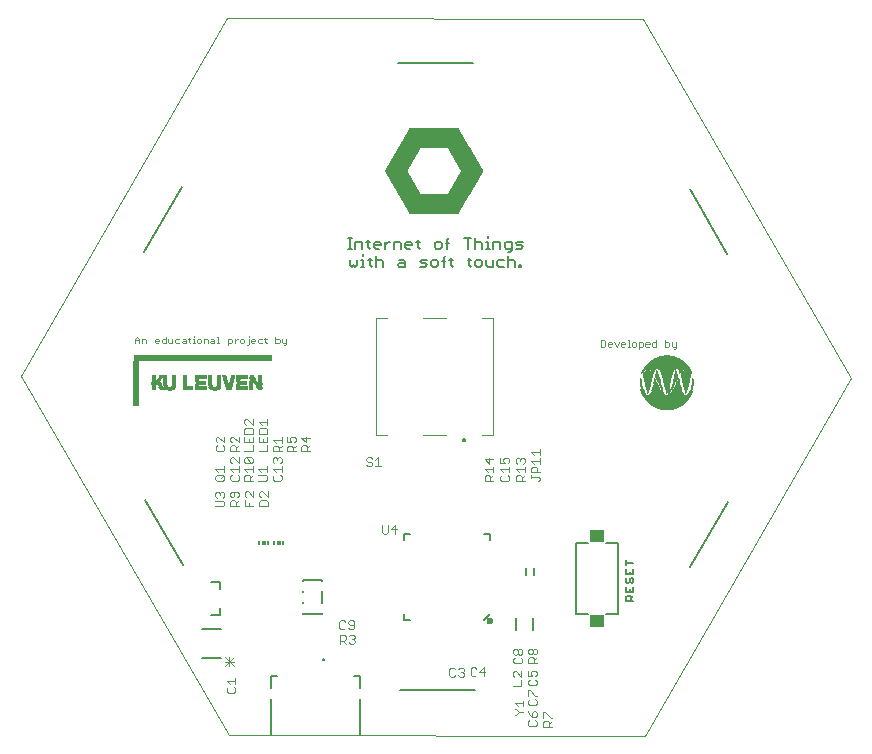
<source format=gto>
G75*
%MOIN*%
%OFA0B0*%
%FSLAX25Y25*%
%IPPOS*%
%LPD*%
%AMOC8*
5,1,8,0,0,1.08239X$1,22.5*
%
%ADD10C,0.00000*%
%ADD11C,0.00500*%
%ADD12C,0.00300*%
%ADD13R,0.04048X0.00022*%
%ADD14R,0.11880X0.00022*%
%ADD15R,0.16302X0.00022*%
%ADD16R,0.16346X0.00022*%
%ADD17R,0.16390X0.00022*%
%ADD18R,0.16412X0.00022*%
%ADD19R,0.16434X0.00022*%
%ADD20R,0.16456X0.00022*%
%ADD21R,0.16478X0.00022*%
%ADD22R,0.16522X0.00022*%
%ADD23R,0.16566X0.00022*%
%ADD24R,0.16588X0.00022*%
%ADD25R,0.16610X0.00022*%
%ADD26R,0.16654X0.00022*%
%ADD27R,0.16698X0.00022*%
%ADD28R,0.16742X0.00022*%
%ADD29R,0.16764X0.00022*%
%ADD30R,0.16786X0.00022*%
%ADD31R,0.16830X0.00022*%
%ADD32R,0.16874X0.00022*%
%ADD33R,0.16918X0.00022*%
%ADD34R,0.16940X0.00022*%
%ADD35R,0.16962X0.00022*%
%ADD36R,0.17006X0.00022*%
%ADD37R,0.17050X0.00022*%
%ADD38R,0.17094X0.00022*%
%ADD39R,0.17138X0.00022*%
%ADD40R,0.17182X0.00022*%
%ADD41R,0.17226X0.00022*%
%ADD42R,0.17270X0.00022*%
%ADD43R,0.17314X0.00022*%
%ADD44R,0.17358X0.00022*%
%ADD45R,0.17402X0.00022*%
%ADD46R,0.17446X0.00022*%
%ADD47R,0.17490X0.00022*%
%ADD48R,0.17534X0.00022*%
%ADD49R,0.17578X0.00022*%
%ADD50R,0.17622X0.00022*%
%ADD51R,0.17666X0.00022*%
%ADD52R,0.17710X0.00022*%
%ADD53R,0.17754X0.00022*%
%ADD54R,0.17798X0.00022*%
%ADD55R,0.17842X0.00022*%
%ADD56R,0.17886X0.00022*%
%ADD57R,0.17908X0.00022*%
%ADD58R,0.17930X0.00022*%
%ADD59R,0.17974X0.00022*%
%ADD60R,0.18018X0.00022*%
%ADD61R,0.18062X0.00022*%
%ADD62R,0.18084X0.00022*%
%ADD63R,0.18106X0.00022*%
%ADD64R,0.18150X0.00022*%
%ADD65R,0.18194X0.00022*%
%ADD66R,0.18216X0.00022*%
%ADD67R,0.18238X0.00022*%
%ADD68R,0.18260X0.00022*%
%ADD69R,0.18282X0.00022*%
%ADD70R,0.18326X0.00022*%
%ADD71R,0.18370X0.00022*%
%ADD72R,0.18392X0.00022*%
%ADD73R,0.18414X0.00022*%
%ADD74R,0.18436X0.00022*%
%ADD75R,0.18458X0.00022*%
%ADD76R,0.18502X0.00022*%
%ADD77R,0.18546X0.00022*%
%ADD78R,0.18568X0.00022*%
%ADD79R,0.18590X0.00022*%
%ADD80R,0.18612X0.00022*%
%ADD81R,0.18634X0.00022*%
%ADD82R,0.18678X0.00022*%
%ADD83R,0.18700X0.00022*%
%ADD84R,0.18722X0.00022*%
%ADD85R,0.18744X0.00022*%
%ADD86R,0.18766X0.00022*%
%ADD87R,0.18788X0.00022*%
%ADD88R,0.18810X0.00022*%
%ADD89R,0.18854X0.00022*%
%ADD90R,0.18876X0.00022*%
%ADD91R,0.18898X0.00022*%
%ADD92R,0.18920X0.00022*%
%ADD93R,0.18942X0.00022*%
%ADD94R,0.18986X0.00022*%
%ADD95R,0.19008X0.00022*%
%ADD96R,0.19030X0.00022*%
%ADD97R,0.19052X0.00022*%
%ADD98R,0.19074X0.00022*%
%ADD99R,0.19096X0.00022*%
%ADD100R,0.19118X0.00022*%
%ADD101R,0.19162X0.00022*%
%ADD102R,0.19184X0.00022*%
%ADD103R,0.19206X0.00022*%
%ADD104R,0.19228X0.00022*%
%ADD105R,0.19250X0.00022*%
%ADD106R,0.19272X0.00022*%
%ADD107R,0.19316X0.00022*%
%ADD108R,0.19338X0.00022*%
%ADD109R,0.19360X0.00022*%
%ADD110R,0.19382X0.00022*%
%ADD111R,0.19404X0.00022*%
%ADD112R,0.19426X0.00022*%
%ADD113R,0.19448X0.00022*%
%ADD114R,0.19492X0.00022*%
%ADD115R,0.19514X0.00022*%
%ADD116R,0.19536X0.00022*%
%ADD117R,0.19558X0.00022*%
%ADD118R,0.19580X0.00022*%
%ADD119R,0.19602X0.00022*%
%ADD120R,0.19624X0.00022*%
%ADD121R,0.19668X0.00022*%
%ADD122R,0.19690X0.00022*%
%ADD123R,0.19712X0.00022*%
%ADD124R,0.19734X0.00022*%
%ADD125R,0.19756X0.00022*%
%ADD126R,0.19800X0.00022*%
%ADD127R,0.19844X0.00022*%
%ADD128R,0.19866X0.00022*%
%ADD129R,0.19888X0.00022*%
%ADD130R,0.19910X0.00022*%
%ADD131R,0.19932X0.00022*%
%ADD132R,0.19976X0.00022*%
%ADD133R,0.20020X0.00022*%
%ADD134R,0.20042X0.00022*%
%ADD135R,0.20064X0.00022*%
%ADD136R,0.20108X0.00022*%
%ADD137R,0.20152X0.00022*%
%ADD138R,0.20196X0.00022*%
%ADD139R,0.20218X0.00022*%
%ADD140R,0.20240X0.00022*%
%ADD141R,0.20284X0.00022*%
%ADD142R,0.20328X0.00022*%
%ADD143R,0.20372X0.00022*%
%ADD144R,0.20394X0.00022*%
%ADD145R,0.20416X0.00022*%
%ADD146R,0.20460X0.00022*%
%ADD147R,0.20504X0.00022*%
%ADD148R,0.20526X0.00022*%
%ADD149R,0.20548X0.00022*%
%ADD150R,0.20592X0.00022*%
%ADD151R,0.20636X0.00022*%
%ADD152R,0.20680X0.00022*%
%ADD153R,0.20702X0.00022*%
%ADD154R,0.20724X0.00022*%
%ADD155R,0.20768X0.00022*%
%ADD156R,0.20812X0.00022*%
%ADD157R,0.20856X0.00022*%
%ADD158R,0.20900X0.00022*%
%ADD159R,0.20944X0.00022*%
%ADD160R,0.20988X0.00022*%
%ADD161R,0.21032X0.00022*%
%ADD162R,0.21076X0.00022*%
%ADD163R,0.21120X0.00022*%
%ADD164R,0.21164X0.00022*%
%ADD165R,0.21208X0.00022*%
%ADD166R,0.21252X0.00022*%
%ADD167R,0.21296X0.00022*%
%ADD168R,0.21340X0.00022*%
%ADD169R,0.21362X0.00022*%
%ADD170R,0.21384X0.00022*%
%ADD171R,0.21428X0.00022*%
%ADD172R,0.21472X0.00022*%
%ADD173R,0.21516X0.00022*%
%ADD174R,0.21538X0.00022*%
%ADD175R,0.21560X0.00022*%
%ADD176R,0.21604X0.00022*%
%ADD177R,0.21648X0.00022*%
%ADD178R,0.21670X0.00022*%
%ADD179R,0.21692X0.00022*%
%ADD180R,0.21714X0.00022*%
%ADD181R,0.21736X0.00022*%
%ADD182R,0.21780X0.00022*%
%ADD183R,0.21824X0.00022*%
%ADD184R,0.21846X0.00022*%
%ADD185R,0.21868X0.00022*%
%ADD186R,0.21890X0.00022*%
%ADD187R,0.21912X0.00022*%
%ADD188R,0.21956X0.00022*%
%ADD189R,0.21978X0.00022*%
%ADD190R,0.22000X0.00022*%
%ADD191R,0.22022X0.00022*%
%ADD192R,0.22044X0.00022*%
%ADD193R,0.22066X0.00022*%
%ADD194R,0.22088X0.00022*%
%ADD195R,0.22132X0.00022*%
%ADD196R,0.22154X0.00022*%
%ADD197R,0.22176X0.00022*%
%ADD198R,0.22198X0.00022*%
%ADD199R,0.22220X0.00022*%
%ADD200R,0.22264X0.00022*%
%ADD201R,0.22308X0.00022*%
%ADD202R,0.22330X0.00022*%
%ADD203R,0.22352X0.00022*%
%ADD204R,0.22374X0.00022*%
%ADD205R,0.22396X0.00022*%
%ADD206R,0.22440X0.00022*%
%ADD207R,0.22462X0.00022*%
%ADD208R,0.22484X0.00022*%
%ADD209R,0.22506X0.00022*%
%ADD210R,0.22528X0.00022*%
%ADD211R,0.22550X0.00022*%
%ADD212R,0.22572X0.00022*%
%ADD213R,0.22616X0.00022*%
%ADD214R,0.22638X0.00022*%
%ADD215R,0.22660X0.00022*%
%ADD216R,0.22682X0.00022*%
%ADD217R,0.22704X0.00022*%
%ADD218R,0.22726X0.00022*%
%ADD219R,0.22770X0.00022*%
%ADD220R,0.22792X0.00022*%
%ADD221R,0.22814X0.00022*%
%ADD222R,0.22836X0.00022*%
%ADD223R,0.22858X0.00022*%
%ADD224R,0.22880X0.00022*%
%ADD225R,0.22902X0.00022*%
%ADD226R,0.22946X0.00022*%
%ADD227R,0.22968X0.00022*%
%ADD228R,0.22990X0.00022*%
%ADD229R,0.23012X0.00022*%
%ADD230R,0.23034X0.00022*%
%ADD231R,0.23056X0.00022*%
%ADD232R,0.23078X0.00022*%
%ADD233R,0.23122X0.00022*%
%ADD234R,0.23144X0.00022*%
%ADD235R,0.23166X0.00022*%
%ADD236R,0.23188X0.00022*%
%ADD237R,0.23210X0.00022*%
%ADD238R,0.23254X0.00022*%
%ADD239R,0.23298X0.00022*%
%ADD240R,0.23320X0.00022*%
%ADD241R,0.23342X0.00022*%
%ADD242R,0.23364X0.00022*%
%ADD243R,0.23386X0.00022*%
%ADD244R,0.12100X0.00022*%
%ADD245R,0.07172X0.00022*%
%ADD246R,0.07128X0.00022*%
%ADD247R,0.07150X0.00022*%
%ADD248R,0.07128X0.00022*%
%ADD249R,0.11550X0.00022*%
%ADD250R,0.23320X0.00022*%
%ADD251R,0.23012X0.00022*%
%ADD252R,0.22484X0.00022*%
%ADD253R,0.22220X0.00022*%
%ADD254R,0.21912X0.00022*%
%ADD255R,0.21648X0.00022*%
%ADD256R,0.21384X0.00022*%
%ADD257R,0.21186X0.00022*%
%ADD258R,0.21120X0.00022*%
%ADD259R,0.20812X0.00022*%
%ADD260R,0.20548X0.00022*%
%ADD261R,0.20526X0.00022*%
%ADD262R,0.20284X0.00022*%
%ADD263R,0.20042X0.00022*%
%ADD264R,0.20020X0.00022*%
%ADD265R,0.19734X0.00022*%
%ADD266R,0.19712X0.00022*%
%ADD267R,0.19690X0.00022*%
%ADD268R,0.19448X0.00022*%
%ADD269R,0.19426X0.00022*%
%ADD270R,0.19206X0.00022*%
%ADD271R,0.19184X0.00022*%
%ADD272R,0.19162X0.00022*%
%ADD273R,0.18942X0.00022*%
%ADD274R,0.18920X0.00022*%
%ADD275R,0.18898X0.00022*%
%ADD276R,0.18634X0.00022*%
%ADD277R,0.18612X0.00022*%
%ADD278R,0.18590X0.00022*%
%ADD279R,0.18524X0.00022*%
%ADD280R,0.18370X0.00022*%
%ADD281R,0.18326X0.00022*%
%ADD282R,0.18106X0.00022*%
%ADD283R,0.18084X0.00022*%
%ADD284R,0.18062X0.00022*%
%ADD285R,0.17842X0.00022*%
%ADD286R,0.17798X0.00022*%
%ADD287R,0.17534X0.00022*%
%ADD288R,0.17490X0.00022*%
%ADD289R,0.17270X0.00022*%
%ADD290R,0.17226X0.00022*%
%ADD291R,0.17006X0.00022*%
%ADD292R,0.16962X0.00022*%
%ADD293R,0.16940X0.00022*%
%ADD294R,0.16764X0.00022*%
%ADD295R,0.16742X0.00022*%
%ADD296R,0.16698X0.00022*%
%ADD297R,0.16456X0.00022*%
%ADD298R,0.16434X0.00022*%
%ADD299R,0.16412X0.00022*%
%ADD300R,0.16390X0.00022*%
%ADD301R,0.12430X0.00022*%
%ADD302R,0.04334X0.00022*%
%ADD303R,0.01750X0.00070*%
%ADD304R,0.01750X0.00070*%
%ADD305R,0.00560X0.00070*%
%ADD306R,0.01540X0.00070*%
%ADD307R,0.01540X0.00070*%
%ADD308R,0.01400X0.00070*%
%ADD309R,0.01260X0.00070*%
%ADD310R,0.03850X0.00070*%
%ADD311R,0.01540X0.00070*%
%ADD312R,0.02030X0.00070*%
%ADD313R,0.03430X0.00070*%
%ADD314R,0.02100X0.00070*%
%ADD315R,0.01680X0.00070*%
%ADD316R,0.01330X0.00070*%
%ADD317R,0.01610X0.00070*%
%ADD318R,0.02450X0.00070*%
%ADD319R,0.02380X0.00070*%
%ADD320R,0.01470X0.00070*%
%ADD321R,0.01260X0.00070*%
%ADD322R,0.03850X0.00070*%
%ADD323R,0.01680X0.00070*%
%ADD324R,0.02730X0.00070*%
%ADD325R,0.03430X0.00070*%
%ADD326R,0.01610X0.00070*%
%ADD327R,0.01330X0.00070*%
%ADD328R,0.01470X0.00070*%
%ADD329R,0.02870X0.00070*%
%ADD330R,0.02940X0.00070*%
%ADD331R,0.03080X0.00070*%
%ADD332R,0.01540X0.00070*%
%ADD333R,0.03290X0.00070*%
%ADD334R,0.03220X0.00070*%
%ADD335R,0.01820X0.00070*%
%ADD336R,0.03360X0.00070*%
%ADD337R,0.01820X0.00070*%
%ADD338R,0.03500X0.00070*%
%ADD339R,0.01890X0.00070*%
%ADD340R,0.03570X0.00070*%
%ADD341R,0.03640X0.00070*%
%ADD342R,0.01960X0.00070*%
%ADD343R,0.03710X0.00070*%
%ADD344R,0.03640X0.00070*%
%ADD345R,0.01960X0.00070*%
%ADD346R,0.03710X0.00070*%
%ADD347R,0.03780X0.00070*%
%ADD348R,0.02030X0.00070*%
%ADD349R,0.03920X0.00070*%
%ADD350R,0.03990X0.00070*%
%ADD351R,0.03920X0.00070*%
%ADD352R,0.01890X0.00070*%
%ADD353R,0.02170X0.00070*%
%ADD354R,0.02170X0.00070*%
%ADD355R,0.02240X0.00070*%
%ADD356R,0.02310X0.00070*%
%ADD357R,0.01470X0.00070*%
%ADD358R,0.02310X0.00070*%
%ADD359R,0.02100X0.00070*%
%ADD360R,0.02380X0.00070*%
%ADD361R,0.01400X0.00070*%
%ADD362R,0.02240X0.00070*%
%ADD363R,0.02450X0.00070*%
%ADD364R,0.02240X0.00070*%
%ADD365R,0.02520X0.00070*%
%ADD366R,0.02590X0.00070*%
%ADD367R,0.02590X0.00070*%
%ADD368R,0.03570X0.00070*%
%ADD369R,0.03570X0.00070*%
%ADD370R,0.03570X0.00070*%
%ADD371R,0.03290X0.00070*%
%ADD372R,0.01190X0.00070*%
%ADD373R,0.03290X0.00070*%
%ADD374R,0.01120X0.00070*%
%ADD375R,0.01120X0.00070*%
%ADD376R,0.03150X0.00070*%
%ADD377R,0.01190X0.00070*%
%ADD378R,0.03150X0.00070*%
%ADD379R,0.01120X0.00070*%
%ADD380R,0.03010X0.00070*%
%ADD381R,0.01120X0.00070*%
%ADD382R,0.02940X0.00070*%
%ADD383R,0.02870X0.00070*%
%ADD384R,0.02870X0.00070*%
%ADD385R,0.02800X0.00070*%
%ADD386R,0.02730X0.00070*%
%ADD387R,0.01470X0.00070*%
%ADD388R,0.03780X0.00070*%
%ADD389R,0.46270X0.00070*%
%ADD390R,0.46270X0.00070*%
%ADD391C,0.00600*%
%ADD392R,0.01020X0.00030*%
%ADD393R,0.01800X0.00030*%
%ADD394R,0.02310X0.00030*%
%ADD395R,0.02730X0.00030*%
%ADD396R,0.03090X0.00030*%
%ADD397R,0.03450X0.00030*%
%ADD398R,0.03750X0.00030*%
%ADD399R,0.03990X0.00030*%
%ADD400R,0.04260X0.00030*%
%ADD401R,0.04500X0.00030*%
%ADD402R,0.04710X0.00030*%
%ADD403R,0.04950X0.00030*%
%ADD404R,0.05160X0.00030*%
%ADD405R,0.05340X0.00030*%
%ADD406R,0.05550X0.00030*%
%ADD407R,0.05730X0.00030*%
%ADD408R,0.05910X0.00030*%
%ADD409R,0.06090X0.00030*%
%ADD410R,0.06210X0.00030*%
%ADD411R,0.06390X0.00030*%
%ADD412R,0.06570X0.00030*%
%ADD413R,0.06690X0.00030*%
%ADD414R,0.06870X0.00030*%
%ADD415R,0.06990X0.00030*%
%ADD416R,0.07140X0.00030*%
%ADD417R,0.07290X0.00030*%
%ADD418R,0.07410X0.00030*%
%ADD419R,0.07530X0.00030*%
%ADD420R,0.07650X0.00030*%
%ADD421R,0.07770X0.00030*%
%ADD422R,0.07920X0.00030*%
%ADD423R,0.08040X0.00030*%
%ADD424R,0.08160X0.00030*%
%ADD425R,0.08280X0.00030*%
%ADD426R,0.08370X0.00030*%
%ADD427R,0.08490X0.00030*%
%ADD428R,0.08610X0.00030*%
%ADD429R,0.08730X0.00030*%
%ADD430R,0.08850X0.00030*%
%ADD431R,0.08910X0.00030*%
%ADD432R,0.09030X0.00030*%
%ADD433R,0.09150X0.00030*%
%ADD434R,0.09270X0.00030*%
%ADD435R,0.09330X0.00030*%
%ADD436R,0.09450X0.00030*%
%ADD437R,0.09540X0.00030*%
%ADD438R,0.09630X0.00030*%
%ADD439R,0.09750X0.00030*%
%ADD440R,0.09810X0.00030*%
%ADD441R,0.09930X0.00030*%
%ADD442R,0.09990X0.00030*%
%ADD443R,0.10110X0.00030*%
%ADD444R,0.10170X0.00030*%
%ADD445R,0.10290X0.00030*%
%ADD446R,0.10350X0.00030*%
%ADD447R,0.10440X0.00030*%
%ADD448R,0.10530X0.00030*%
%ADD449R,0.10590X0.00030*%
%ADD450R,0.10710X0.00030*%
%ADD451R,0.10770X0.00030*%
%ADD452R,0.10830X0.00030*%
%ADD453R,0.10950X0.00030*%
%ADD454R,0.11010X0.00030*%
%ADD455R,0.11070X0.00030*%
%ADD456R,0.11160X0.00030*%
%ADD457R,0.11250X0.00030*%
%ADD458R,0.11310X0.00030*%
%ADD459R,0.11370X0.00030*%
%ADD460R,0.11430X0.00030*%
%ADD461R,0.11550X0.00030*%
%ADD462R,0.11610X0.00030*%
%ADD463R,0.11670X0.00030*%
%ADD464R,0.11730X0.00030*%
%ADD465R,0.11790X0.00030*%
%ADD466R,0.11910X0.00030*%
%ADD467R,0.11970X0.00030*%
%ADD468R,0.12030X0.00030*%
%ADD469R,0.12090X0.00030*%
%ADD470R,0.12150X0.00030*%
%ADD471R,0.12210X0.00030*%
%ADD472R,0.12270X0.00030*%
%ADD473R,0.12330X0.00030*%
%ADD474R,0.12390X0.00030*%
%ADD475R,0.12450X0.00030*%
%ADD476R,0.12510X0.00030*%
%ADD477R,0.12570X0.00030*%
%ADD478R,0.12630X0.00030*%
%ADD479R,0.12690X0.00030*%
%ADD480R,0.12750X0.00030*%
%ADD481R,0.12810X0.00030*%
%ADD482R,0.12870X0.00030*%
%ADD483R,0.12930X0.00030*%
%ADD484R,0.12990X0.00030*%
%ADD485R,0.13050X0.00030*%
%ADD486R,0.13110X0.00030*%
%ADD487R,0.13170X0.00030*%
%ADD488R,0.13230X0.00030*%
%ADD489R,0.13290X0.00030*%
%ADD490R,0.13350X0.00030*%
%ADD491R,0.13410X0.00030*%
%ADD492R,0.13470X0.00030*%
%ADD493R,0.13530X0.00030*%
%ADD494R,0.13590X0.00030*%
%ADD495R,0.13650X0.00030*%
%ADD496R,0.13710X0.00030*%
%ADD497R,0.13770X0.00030*%
%ADD498R,0.13830X0.00030*%
%ADD499R,0.13890X0.00030*%
%ADD500R,0.13950X0.00030*%
%ADD501R,0.14010X0.00030*%
%ADD502R,0.14070X0.00030*%
%ADD503R,0.14130X0.00030*%
%ADD504R,0.14160X0.00030*%
%ADD505R,0.14190X0.00030*%
%ADD506R,0.14250X0.00030*%
%ADD507R,0.14310X0.00030*%
%ADD508R,0.14370X0.00030*%
%ADD509R,0.14430X0.00030*%
%ADD510R,0.14490X0.00030*%
%ADD511R,0.14550X0.00030*%
%ADD512R,0.14610X0.00030*%
%ADD513R,0.14670X0.00030*%
%ADD514R,0.14700X0.00030*%
%ADD515R,0.14730X0.00030*%
%ADD516R,0.14790X0.00030*%
%ADD517R,0.14850X0.00030*%
%ADD518R,0.14910X0.00030*%
%ADD519R,0.14970X0.00030*%
%ADD520R,0.15030X0.00030*%
%ADD521R,0.15090X0.00030*%
%ADD522R,0.15150X0.00030*%
%ADD523R,0.15210X0.00030*%
%ADD524R,0.15270X0.00030*%
%ADD525R,0.15330X0.00030*%
%ADD526R,0.15390X0.00030*%
%ADD527R,0.15450X0.00030*%
%ADD528R,0.15510X0.00030*%
%ADD529R,0.15570X0.00030*%
%ADD530R,0.15630X0.00030*%
%ADD531R,0.15690X0.00030*%
%ADD532R,0.15750X0.00030*%
%ADD533R,0.15810X0.00030*%
%ADD534R,0.15870X0.00030*%
%ADD535R,0.15930X0.00030*%
%ADD536R,0.01470X0.00030*%
%ADD537R,0.06090X0.00030*%
%ADD538R,0.06060X0.00030*%
%ADD539R,0.01500X0.00030*%
%ADD540R,0.01350X0.00030*%
%ADD541R,0.01260X0.00030*%
%ADD542R,0.05520X0.00030*%
%ADD543R,0.01200X0.00030*%
%ADD544R,0.05430X0.00030*%
%ADD545R,0.05400X0.00030*%
%ADD546R,0.01230X0.00030*%
%ADD547R,0.01170X0.00030*%
%ADD548R,0.05310X0.00030*%
%ADD549R,0.05280X0.00030*%
%ADD550R,0.01140X0.00030*%
%ADD551R,0.05220X0.00030*%
%ADD552R,0.01170X0.00030*%
%ADD553R,0.01110X0.00030*%
%ADD554R,0.05130X0.00030*%
%ADD555R,0.05070X0.00030*%
%ADD556R,0.05070X0.00030*%
%ADD557R,0.01080X0.00030*%
%ADD558R,0.05010X0.00030*%
%ADD559R,0.04980X0.00030*%
%ADD560R,0.01050X0.00030*%
%ADD561R,0.04890X0.00030*%
%ADD562R,0.04830X0.00030*%
%ADD563R,0.04800X0.00030*%
%ADD564R,0.04770X0.00030*%
%ADD565R,0.04740X0.00030*%
%ADD566R,0.04680X0.00030*%
%ADD567R,0.04620X0.00030*%
%ADD568R,0.01020X0.00030*%
%ADD569R,0.04590X0.00030*%
%ADD570R,0.04560X0.00030*%
%ADD571R,0.04530X0.00030*%
%ADD572R,0.04470X0.00030*%
%ADD573R,0.04440X0.00030*%
%ADD574R,0.04410X0.00030*%
%ADD575R,0.04380X0.00030*%
%ADD576R,0.04350X0.00030*%
%ADD577R,0.00030X0.00030*%
%ADD578R,0.04320X0.00030*%
%ADD579R,0.04290X0.00030*%
%ADD580R,0.00990X0.00030*%
%ADD581R,0.00060X0.00030*%
%ADD582R,0.00090X0.00030*%
%ADD583R,0.04230X0.00030*%
%ADD584R,0.00090X0.00030*%
%ADD585R,0.04200X0.00030*%
%ADD586R,0.00990X0.00030*%
%ADD587R,0.00120X0.00030*%
%ADD588R,0.04170X0.00030*%
%ADD589R,0.00120X0.00030*%
%ADD590R,0.00150X0.00030*%
%ADD591R,0.04140X0.00030*%
%ADD592R,0.04110X0.00030*%
%ADD593R,0.00180X0.00030*%
%ADD594R,0.04080X0.00030*%
%ADD595R,0.00210X0.00030*%
%ADD596R,0.04050X0.00030*%
%ADD597R,0.04020X0.00030*%
%ADD598R,0.00240X0.00030*%
%ADD599R,0.04020X0.00030*%
%ADD600R,0.03990X0.00030*%
%ADD601R,0.00270X0.00030*%
%ADD602R,0.03960X0.00030*%
%ADD603R,0.00270X0.00030*%
%ADD604R,0.00300X0.00030*%
%ADD605R,0.03930X0.00030*%
%ADD606R,0.03900X0.00030*%
%ADD607R,0.00330X0.00030*%
%ADD608R,0.00360X0.00030*%
%ADD609R,0.03870X0.00030*%
%ADD610R,0.03840X0.00030*%
%ADD611R,0.03840X0.00030*%
%ADD612R,0.03810X0.00030*%
%ADD613R,0.00390X0.00030*%
%ADD614R,0.03780X0.00030*%
%ADD615R,0.00390X0.00030*%
%ADD616R,0.00420X0.00030*%
%ADD617R,0.00420X0.00030*%
%ADD618R,0.00450X0.00030*%
%ADD619R,0.03720X0.00030*%
%ADD620R,0.00480X0.00030*%
%ADD621R,0.03690X0.00030*%
%ADD622R,0.03660X0.00030*%
%ADD623R,0.03630X0.00030*%
%ADD624R,0.00510X0.00030*%
%ADD625R,0.03600X0.00030*%
%ADD626R,0.00540X0.00030*%
%ADD627R,0.03570X0.00030*%
%ADD628R,0.03540X0.00030*%
%ADD629R,0.00570X0.00030*%
%ADD630R,0.00570X0.00030*%
%ADD631R,0.03510X0.00030*%
%ADD632R,0.00600X0.00030*%
%ADD633R,0.03480X0.00030*%
%ADD634R,0.00630X0.00030*%
%ADD635R,0.00660X0.00030*%
%ADD636R,0.03420X0.00030*%
%ADD637R,0.03390X0.00030*%
%ADD638R,0.03390X0.00030*%
%ADD639R,0.00690X0.00030*%
%ADD640R,0.03360X0.00030*%
%ADD641R,0.00690X0.00030*%
%ADD642R,0.00720X0.00030*%
%ADD643R,0.03330X0.00030*%
%ADD644R,0.00720X0.00030*%
%ADD645R,0.03300X0.00030*%
%ADD646R,0.00750X0.00030*%
%ADD647R,0.03270X0.00030*%
%ADD648R,0.00780X0.00030*%
%ADD649R,0.03240X0.00030*%
%ADD650R,0.03210X0.00030*%
%ADD651R,0.00810X0.00030*%
%ADD652R,0.03180X0.00030*%
%ADD653R,0.00840X0.00030*%
%ADD654R,0.03150X0.00030*%
%ADD655R,0.03120X0.00030*%
%ADD656R,0.00960X0.00030*%
%ADD657R,0.03120X0.00030*%
%ADD658R,0.00240X0.00030*%
%ADD659R,0.03090X0.00030*%
%ADD660R,0.00870X0.00030*%
%ADD661R,0.00870X0.00030*%
%ADD662R,0.03060X0.00030*%
%ADD663R,0.00900X0.00030*%
%ADD664R,0.03030X0.00030*%
%ADD665R,0.03000X0.00030*%
%ADD666R,0.00930X0.00030*%
%ADD667R,0.02970X0.00030*%
%ADD668R,0.02940X0.00030*%
%ADD669R,0.02940X0.00030*%
%ADD670R,0.02910X0.00030*%
%ADD671R,0.02880X0.00030*%
%ADD672R,0.02850X0.00030*%
%ADD673R,0.02820X0.00030*%
%ADD674R,0.02790X0.00030*%
%ADD675R,0.02760X0.00030*%
%ADD676R,0.02700X0.00030*%
%ADD677R,0.02670X0.00030*%
%ADD678R,0.02670X0.00030*%
%ADD679R,0.02640X0.00030*%
%ADD680R,0.02610X0.00030*%
%ADD681R,0.02580X0.00030*%
%ADD682R,0.02550X0.00030*%
%ADD683R,0.02520X0.00030*%
%ADD684R,0.02490X0.00030*%
%ADD685R,0.01290X0.00030*%
%ADD686R,0.02490X0.00030*%
%ADD687R,0.02460X0.00030*%
%ADD688R,0.02430X0.00030*%
%ADD689R,0.01290X0.00030*%
%ADD690R,0.01320X0.00030*%
%ADD691R,0.01320X0.00030*%
%ADD692R,0.02400X0.00030*%
%ADD693R,0.02370X0.00030*%
%ADD694R,0.02340X0.00030*%
%ADD695R,0.01380X0.00030*%
%ADD696R,0.01410X0.00030*%
%ADD697R,0.02280X0.00030*%
%ADD698R,0.01440X0.00030*%
%ADD699R,0.02250X0.00030*%
%ADD700R,0.00540X0.00030*%
%ADD701R,0.02220X0.00030*%
%ADD702R,0.02220X0.00030*%
%ADD703R,0.01470X0.00030*%
%ADD704R,0.02190X0.00030*%
%ADD705R,0.02160X0.00030*%
%ADD706R,0.02130X0.00030*%
%ADD707R,0.01530X0.00030*%
%ADD708R,0.02100X0.00030*%
%ADD709R,0.01560X0.00030*%
%ADD710R,0.02070X0.00030*%
%ADD711R,0.02040X0.00030*%
%ADD712R,0.02040X0.00030*%
%ADD713R,0.01590X0.00030*%
%ADD714R,0.02010X0.00030*%
%ADD715R,0.01590X0.00030*%
%ADD716R,0.01620X0.00030*%
%ADD717R,0.01980X0.00030*%
%ADD718R,0.01620X0.00030*%
%ADD719R,0.01950X0.00030*%
%ADD720R,0.01650X0.00030*%
%ADD721R,0.01920X0.00030*%
%ADD722R,0.01680X0.00030*%
%ADD723R,0.01890X0.00030*%
%ADD724R,0.01860X0.00030*%
%ADD725R,0.01710X0.00030*%
%ADD726R,0.01830X0.00030*%
%ADD727R,0.01740X0.00030*%
%ADD728R,0.01770X0.00030*%
%ADD729R,0.01770X0.00030*%
%ADD730R,0.01890X0.00030*%
%ADD731R,0.01920X0.00030*%
%ADD732R,0.00840X0.00030*%
%ADD733R,0.02070X0.00030*%
%ADD734R,0.01140X0.00030*%
%ADD735R,0.02190X0.00030*%
%ADD736R,0.02370X0.00030*%
%ADD737R,0.02520X0.00030*%
%ADD738R,0.02790X0.00030*%
%ADD739R,0.02820X0.00030*%
%ADD740R,0.02970X0.00030*%
%ADD741R,0.03270X0.00030*%
%ADD742R,0.03420X0.00030*%
%ADD743R,0.03690X0.00030*%
%ADD744R,0.04290X0.00030*%
%ADD745R,0.04650X0.00030*%
%ADD746R,0.04890X0.00030*%
%ADD747R,0.04920X0.00030*%
%ADD748R,0.05040X0.00030*%
%ADD749R,0.05100X0.00030*%
%ADD750R,0.05190X0.00030*%
%ADD751R,0.05250X0.00030*%
%ADD752R,0.05370X0.00030*%
%ADD753R,0.05490X0.00030*%
%ADD754R,0.04170X0.00030*%
%ADD755R,0.05640X0.00030*%
%ADD756R,0.05880X0.00030*%
%ADD757R,0.15360X0.00030*%
%ADD758R,0.14100X0.00030*%
%ADD759R,0.11850X0.00030*%
%ADD760R,0.11490X0.00030*%
%ADD761R,0.11130X0.00030*%
%ADD762R,0.10890X0.00030*%
%ADD763R,0.10650X0.00030*%
%ADD764R,0.10410X0.00030*%
%ADD765R,0.10230X0.00030*%
%ADD766R,0.09900X0.00030*%
%ADD767R,0.09690X0.00030*%
%ADD768R,0.09510X0.00030*%
%ADD769R,0.09210X0.00030*%
%ADD770R,0.08790X0.00030*%
%ADD771R,0.08250X0.00030*%
%ADD772R,0.08130X0.00030*%
%ADD773R,0.08010X0.00030*%
%ADD774R,0.07890X0.00030*%
%ADD775R,0.07260X0.00030*%
%ADD776R,0.07110X0.00030*%
%ADD777R,0.06810X0.00030*%
%ADD778R,0.06510X0.00030*%
%ADD779R,0.06030X0.00030*%
%ADD780R,0.05700X0.00030*%
%ADD781R,0.04470X0.00030*%
%ADD782R,0.00591X0.01181*%
%ADD783R,0.01181X0.01181*%
%ADD784C,0.00800*%
%ADD785C,0.02362*%
%ADD786C,0.00394*%
%ADD787C,0.00787*%
%ADD788R,0.05000X0.04375*%
D10*
X0156177Y0131750D02*
X0294617Y0131378D01*
X0363514Y0250712D01*
X0293972Y0370419D01*
X0155532Y0370791D01*
X0086634Y0251457D01*
X0156177Y0131750D01*
D11*
X0170166Y0132103D02*
X0170166Y0143717D01*
X0170166Y0147241D02*
X0170166Y0151394D01*
X0172134Y0151394D01*
X0187364Y0156806D02*
X0187366Y0156833D01*
X0187372Y0156860D01*
X0187381Y0156886D01*
X0187394Y0156910D01*
X0187410Y0156933D01*
X0187429Y0156952D01*
X0187451Y0156969D01*
X0187475Y0156983D01*
X0187500Y0156993D01*
X0187527Y0157000D01*
X0187554Y0157003D01*
X0187582Y0157002D01*
X0187609Y0156997D01*
X0187635Y0156989D01*
X0187659Y0156977D01*
X0187682Y0156961D01*
X0187703Y0156943D01*
X0187720Y0156922D01*
X0187735Y0156898D01*
X0187746Y0156873D01*
X0187754Y0156847D01*
X0187758Y0156820D01*
X0187758Y0156792D01*
X0187754Y0156765D01*
X0187746Y0156739D01*
X0187735Y0156714D01*
X0187720Y0156690D01*
X0187703Y0156669D01*
X0187682Y0156651D01*
X0187660Y0156635D01*
X0187635Y0156623D01*
X0187609Y0156615D01*
X0187582Y0156610D01*
X0187554Y0156609D01*
X0187527Y0156612D01*
X0187500Y0156619D01*
X0187475Y0156629D01*
X0187451Y0156643D01*
X0187429Y0156660D01*
X0187410Y0156679D01*
X0187394Y0156702D01*
X0187381Y0156726D01*
X0187372Y0156752D01*
X0187366Y0156779D01*
X0187364Y0156806D01*
X0197725Y0151394D02*
X0199693Y0151394D01*
X0199693Y0147457D01*
X0199693Y0143717D02*
X0199693Y0132103D01*
X0212897Y0146564D02*
X0237897Y0146564D01*
X0271810Y0172076D02*
X0271810Y0195699D01*
X0275747Y0195699D01*
X0281652Y0195699D02*
X0285589Y0195699D01*
X0285589Y0172076D01*
X0281652Y0172076D01*
X0275747Y0172076D02*
X0271810Y0172076D01*
X0257802Y0185031D02*
X0257802Y0187393D01*
X0255046Y0187393D02*
X0255046Y0185031D01*
X0309825Y0187720D02*
X0322325Y0209371D01*
X0253384Y0287835D02*
X0252800Y0287835D01*
X0252800Y0288419D01*
X0253384Y0288419D01*
X0253384Y0287835D01*
X0251452Y0287835D02*
X0251452Y0289586D01*
X0250868Y0290170D01*
X0249701Y0290170D01*
X0249117Y0289586D01*
X0247769Y0290170D02*
X0246017Y0290170D01*
X0245434Y0289586D01*
X0245434Y0288419D01*
X0246017Y0287835D01*
X0247769Y0287835D01*
X0249117Y0287835D02*
X0249117Y0291338D01*
X0249057Y0292667D02*
X0249640Y0292667D01*
X0250224Y0293251D01*
X0250224Y0296170D01*
X0248473Y0296170D01*
X0247889Y0295586D01*
X0247889Y0294419D01*
X0248473Y0293835D01*
X0250224Y0293835D01*
X0251572Y0293835D02*
X0253324Y0293835D01*
X0253907Y0294419D01*
X0253324Y0295002D01*
X0252156Y0295002D01*
X0251572Y0295586D01*
X0252156Y0296170D01*
X0253907Y0296170D01*
X0246541Y0295586D02*
X0246541Y0293835D01*
X0246541Y0295586D02*
X0245957Y0296170D01*
X0244206Y0296170D01*
X0244206Y0293835D01*
X0242918Y0293835D02*
X0241750Y0293835D01*
X0242334Y0293835D02*
X0242334Y0296170D01*
X0241750Y0296170D01*
X0242334Y0297338D02*
X0242334Y0297922D01*
X0240403Y0295586D02*
X0240403Y0293835D01*
X0240403Y0295586D02*
X0239819Y0296170D01*
X0238651Y0296170D01*
X0238067Y0295586D01*
X0238067Y0293835D02*
X0238067Y0297338D01*
X0236719Y0297338D02*
X0234384Y0297338D01*
X0235552Y0297338D02*
X0235552Y0293835D01*
X0236196Y0290754D02*
X0236196Y0288419D01*
X0236780Y0287835D01*
X0238067Y0288419D02*
X0238651Y0287835D01*
X0239819Y0287835D01*
X0240403Y0288419D01*
X0240403Y0289586D01*
X0239819Y0290170D01*
X0238651Y0290170D01*
X0238067Y0289586D01*
X0238067Y0288419D01*
X0236780Y0290170D02*
X0235612Y0290170D01*
X0230641Y0290170D02*
X0229473Y0290170D01*
X0230057Y0290754D02*
X0230057Y0288419D01*
X0230641Y0287835D01*
X0228186Y0289586D02*
X0227018Y0289586D01*
X0227602Y0290754D02*
X0228186Y0291338D01*
X0227602Y0290754D02*
X0227602Y0287835D01*
X0225670Y0288419D02*
X0225670Y0289586D01*
X0225086Y0290170D01*
X0223919Y0290170D01*
X0223335Y0289586D01*
X0223335Y0288419D01*
X0223919Y0287835D01*
X0225086Y0287835D01*
X0225670Y0288419D01*
X0221987Y0288419D02*
X0221403Y0289002D01*
X0220235Y0289002D01*
X0219652Y0289586D01*
X0220235Y0290170D01*
X0221987Y0290170D01*
X0221987Y0288419D02*
X0221403Y0287835D01*
X0219652Y0287835D01*
X0214621Y0287835D02*
X0212869Y0287835D01*
X0212285Y0288419D01*
X0212869Y0289002D01*
X0214621Y0289002D01*
X0214621Y0289586D02*
X0214621Y0287835D01*
X0214621Y0289586D02*
X0214037Y0290170D01*
X0212869Y0290170D01*
X0213393Y0293835D02*
X0213393Y0295586D01*
X0212809Y0296170D01*
X0211058Y0296170D01*
X0211058Y0293835D01*
X0209740Y0296170D02*
X0209156Y0296170D01*
X0207988Y0295002D01*
X0207988Y0293835D02*
X0207988Y0296170D01*
X0206640Y0295586D02*
X0206057Y0296170D01*
X0204889Y0296170D01*
X0204305Y0295586D01*
X0204305Y0294419D01*
X0204889Y0293835D01*
X0206057Y0293835D01*
X0206640Y0295002D02*
X0204305Y0295002D01*
X0203017Y0293835D02*
X0202434Y0294419D01*
X0202434Y0296754D01*
X0201850Y0296170D02*
X0203017Y0296170D01*
X0200502Y0295586D02*
X0199918Y0296170D01*
X0198167Y0296170D01*
X0198167Y0293835D01*
X0196879Y0293835D02*
X0195711Y0293835D01*
X0196295Y0293835D02*
X0196295Y0297338D01*
X0195711Y0297338D02*
X0196879Y0297338D01*
X0200502Y0295586D02*
X0200502Y0293835D01*
X0200592Y0291922D02*
X0200592Y0291338D01*
X0200592Y0290170D02*
X0200592Y0287835D01*
X0200008Y0287835D02*
X0201176Y0287835D01*
X0203047Y0288419D02*
X0203631Y0287835D01*
X0203047Y0288419D02*
X0203047Y0290754D01*
X0202464Y0290170D02*
X0203631Y0290170D01*
X0204919Y0289586D02*
X0205503Y0290170D01*
X0206670Y0290170D01*
X0207254Y0289586D01*
X0207254Y0287835D01*
X0204919Y0287835D02*
X0204919Y0291338D01*
X0206640Y0295002D02*
X0206640Y0295586D01*
X0200592Y0290170D02*
X0200008Y0290170D01*
X0198660Y0290170D02*
X0198660Y0288419D01*
X0198076Y0287835D01*
X0197493Y0288419D01*
X0196909Y0287835D01*
X0196325Y0288419D01*
X0196325Y0290170D01*
X0214741Y0294419D02*
X0214741Y0295586D01*
X0215325Y0296170D01*
X0216492Y0296170D01*
X0217076Y0295586D01*
X0217076Y0295002D01*
X0214741Y0295002D01*
X0214741Y0294419D02*
X0215325Y0293835D01*
X0216492Y0293835D01*
X0219008Y0294419D02*
X0219008Y0296754D01*
X0218424Y0296170D02*
X0219592Y0296170D01*
X0219008Y0294419D02*
X0219592Y0293835D01*
X0224562Y0294419D02*
X0225146Y0293835D01*
X0226314Y0293835D01*
X0226898Y0294419D01*
X0226898Y0295586D01*
X0226314Y0296170D01*
X0225146Y0296170D01*
X0224562Y0295586D01*
X0224562Y0294419D01*
X0228246Y0295586D02*
X0229413Y0295586D01*
X0228829Y0296754D02*
X0228829Y0293835D01*
X0228829Y0296754D02*
X0229413Y0297338D01*
X0241750Y0290170D02*
X0241750Y0288419D01*
X0242334Y0287835D01*
X0244086Y0287835D01*
X0244086Y0290170D01*
X0237252Y0355605D02*
X0212252Y0355605D01*
X0140323Y0314449D02*
X0127823Y0292799D01*
X0128146Y0209929D02*
X0140646Y0188278D01*
X0322048Y0292177D02*
X0309548Y0313827D01*
D12*
X0301461Y0263297D02*
X0301461Y0261195D01*
X0302512Y0261195D01*
X0302863Y0261545D01*
X0302863Y0262246D01*
X0302512Y0262596D01*
X0301461Y0262596D01*
X0303671Y0262596D02*
X0303671Y0261545D01*
X0304022Y0261195D01*
X0305072Y0261195D01*
X0305072Y0260845D02*
X0304722Y0260494D01*
X0304372Y0260494D01*
X0305072Y0260845D02*
X0305072Y0262596D01*
X0298443Y0262596D02*
X0297392Y0262596D01*
X0297042Y0262246D01*
X0297042Y0261545D01*
X0297392Y0261195D01*
X0298443Y0261195D01*
X0298443Y0263297D01*
X0296233Y0262246D02*
X0296233Y0261895D01*
X0294832Y0261895D01*
X0294832Y0261545D02*
X0294832Y0262246D01*
X0295182Y0262596D01*
X0295883Y0262596D01*
X0296233Y0262246D01*
X0295883Y0261195D02*
X0295182Y0261195D01*
X0294832Y0261545D01*
X0294023Y0261545D02*
X0293673Y0261195D01*
X0292622Y0261195D01*
X0292622Y0260494D02*
X0292622Y0262596D01*
X0293673Y0262596D01*
X0294023Y0262246D01*
X0294023Y0261545D01*
X0291813Y0261545D02*
X0291813Y0262246D01*
X0291463Y0262596D01*
X0290762Y0262596D01*
X0290412Y0262246D01*
X0290412Y0261545D01*
X0290762Y0261195D01*
X0291463Y0261195D01*
X0291813Y0261545D01*
X0289639Y0261195D02*
X0288939Y0261195D01*
X0289289Y0261195D02*
X0289289Y0263297D01*
X0288939Y0263297D01*
X0288130Y0262246D02*
X0288130Y0261895D01*
X0286729Y0261895D01*
X0286729Y0261545D02*
X0286729Y0262246D01*
X0287079Y0262596D01*
X0287780Y0262596D01*
X0288130Y0262246D01*
X0287780Y0261195D02*
X0287079Y0261195D01*
X0286729Y0261545D01*
X0285920Y0262596D02*
X0285220Y0261195D01*
X0284519Y0262596D01*
X0283710Y0262246D02*
X0283360Y0262596D01*
X0282659Y0262596D01*
X0282309Y0262246D01*
X0282309Y0261545D01*
X0282659Y0261195D01*
X0283360Y0261195D01*
X0283710Y0261895D02*
X0282309Y0261895D01*
X0281500Y0261545D02*
X0281500Y0262946D01*
X0281150Y0263297D01*
X0280099Y0263297D01*
X0280099Y0261195D01*
X0281150Y0261195D01*
X0281500Y0261545D01*
X0283710Y0261895D02*
X0283710Y0262246D01*
X0259675Y0227086D02*
X0259675Y0225151D01*
X0259675Y0226119D02*
X0256773Y0226119D01*
X0257740Y0225151D01*
X0259675Y0224140D02*
X0259675Y0222205D01*
X0259675Y0223172D02*
X0256773Y0223172D01*
X0257740Y0222205D01*
X0257257Y0221193D02*
X0258224Y0221193D01*
X0258708Y0220710D01*
X0258708Y0219258D01*
X0259675Y0219258D02*
X0256773Y0219258D01*
X0256773Y0220710D01*
X0257257Y0221193D01*
X0254575Y0221193D02*
X0254575Y0219258D01*
X0254575Y0220226D02*
X0251673Y0220226D01*
X0252640Y0219258D01*
X0252157Y0218247D02*
X0253124Y0218247D01*
X0253608Y0217763D01*
X0253608Y0216312D01*
X0253608Y0217279D02*
X0254575Y0218247D01*
X0254575Y0216312D02*
X0251673Y0216312D01*
X0251673Y0217763D01*
X0252157Y0218247D01*
X0249401Y0217782D02*
X0248917Y0218266D01*
X0249401Y0217782D02*
X0249401Y0216814D01*
X0248917Y0216331D01*
X0246982Y0216331D01*
X0246498Y0216814D01*
X0246498Y0217782D01*
X0246982Y0218266D01*
X0247466Y0219277D02*
X0246498Y0220245D01*
X0249401Y0220245D01*
X0249401Y0221212D02*
X0249401Y0219277D01*
X0248917Y0222224D02*
X0249401Y0222707D01*
X0249401Y0223675D01*
X0248917Y0224159D01*
X0247949Y0224159D01*
X0247466Y0223675D01*
X0247466Y0223191D01*
X0247949Y0222224D01*
X0246498Y0222224D01*
X0246498Y0224159D01*
X0244175Y0223656D02*
X0241273Y0223656D01*
X0242724Y0222205D01*
X0242724Y0224140D01*
X0244175Y0221193D02*
X0244175Y0219258D01*
X0244175Y0220226D02*
X0241273Y0220226D01*
X0242240Y0219258D01*
X0241757Y0218247D02*
X0242724Y0218247D01*
X0243208Y0217763D01*
X0243208Y0216312D01*
X0243208Y0217279D02*
X0244175Y0218247D01*
X0244175Y0216312D02*
X0241273Y0216312D01*
X0241273Y0217763D01*
X0241757Y0218247D01*
X0251673Y0222689D02*
X0251673Y0223656D01*
X0252157Y0224140D01*
X0252640Y0224140D01*
X0253124Y0223656D01*
X0253608Y0224140D01*
X0254092Y0224140D01*
X0254575Y0223656D01*
X0254575Y0222689D01*
X0254092Y0222205D01*
X0253124Y0223172D02*
X0253124Y0223656D01*
X0252157Y0222205D02*
X0251673Y0222689D01*
X0256773Y0218247D02*
X0256773Y0217279D01*
X0256773Y0217763D02*
X0259192Y0217763D01*
X0259675Y0217279D01*
X0259675Y0216796D01*
X0259192Y0216312D01*
X0211959Y0200240D02*
X0210024Y0200240D01*
X0211475Y0201691D01*
X0211475Y0198789D01*
X0209012Y0199273D02*
X0209012Y0201691D01*
X0207077Y0201691D02*
X0207077Y0199273D01*
X0207561Y0198789D01*
X0208529Y0198789D01*
X0209012Y0199273D01*
X0206663Y0221349D02*
X0204728Y0221349D01*
X0205696Y0221349D02*
X0205696Y0224251D01*
X0204728Y0223284D01*
X0203717Y0223768D02*
X0203233Y0224251D01*
X0202266Y0224251D01*
X0201782Y0223768D01*
X0201782Y0223284D01*
X0202266Y0222800D01*
X0203233Y0222800D01*
X0203717Y0222316D01*
X0203717Y0221833D01*
X0203233Y0221349D01*
X0202266Y0221349D01*
X0201782Y0221833D01*
X0183100Y0226332D02*
X0180198Y0226332D01*
X0180198Y0227783D01*
X0180682Y0228267D01*
X0181649Y0228267D01*
X0182133Y0227783D01*
X0182133Y0226332D01*
X0182133Y0227299D02*
X0183100Y0228267D01*
X0181649Y0229278D02*
X0180198Y0230730D01*
X0183100Y0230730D01*
X0181649Y0231213D02*
X0181649Y0229278D01*
X0178300Y0229712D02*
X0177817Y0229228D01*
X0178300Y0229712D02*
X0178300Y0230680D01*
X0177817Y0231163D01*
X0176849Y0231163D01*
X0176365Y0230680D01*
X0176365Y0230196D01*
X0176849Y0229228D01*
X0175398Y0229228D01*
X0175398Y0231163D01*
X0173624Y0231143D02*
X0173624Y0229208D01*
X0173624Y0230176D02*
X0170722Y0230176D01*
X0171689Y0229208D01*
X0171205Y0228197D02*
X0172173Y0228197D01*
X0172657Y0227713D01*
X0172657Y0226262D01*
X0173624Y0226262D02*
X0170722Y0226262D01*
X0170722Y0227713D01*
X0171205Y0228197D01*
X0172657Y0227229D02*
X0173624Y0228197D01*
X0175398Y0227733D02*
X0175882Y0228217D01*
X0176849Y0228217D01*
X0177333Y0227733D01*
X0177333Y0226282D01*
X0177333Y0227249D02*
X0178300Y0228217D01*
X0178300Y0226282D02*
X0175398Y0226282D01*
X0175398Y0227733D01*
X0173140Y0224340D02*
X0173624Y0223856D01*
X0173624Y0222889D01*
X0173140Y0222405D01*
X0173624Y0221393D02*
X0173624Y0219458D01*
X0173624Y0220426D02*
X0170722Y0220426D01*
X0171689Y0219458D01*
X0171205Y0218447D02*
X0170722Y0217963D01*
X0170722Y0216995D01*
X0171205Y0216512D01*
X0173140Y0216512D01*
X0173624Y0216995D01*
X0173624Y0217963D01*
X0173140Y0218447D01*
X0171205Y0222405D02*
X0170722Y0222889D01*
X0170722Y0223856D01*
X0171205Y0224340D01*
X0171689Y0224340D01*
X0172173Y0223856D01*
X0172657Y0224340D01*
X0173140Y0224340D01*
X0172173Y0223856D02*
X0172173Y0223372D01*
X0168750Y0221363D02*
X0168750Y0219428D01*
X0168750Y0220396D02*
X0165848Y0220396D01*
X0166815Y0219428D01*
X0165848Y0218417D02*
X0168267Y0218417D01*
X0168750Y0217933D01*
X0168750Y0216966D01*
X0168267Y0216482D01*
X0165848Y0216482D01*
X0164000Y0216482D02*
X0161098Y0216482D01*
X0161098Y0217933D01*
X0161582Y0218417D01*
X0162549Y0218417D01*
X0163033Y0217933D01*
X0163033Y0216482D01*
X0163033Y0217449D02*
X0164000Y0218417D01*
X0164000Y0219428D02*
X0164000Y0221363D01*
X0164000Y0220396D02*
X0161098Y0220396D01*
X0162065Y0219428D01*
X0159400Y0219428D02*
X0159400Y0221363D01*
X0159400Y0220396D02*
X0156498Y0220396D01*
X0157465Y0219428D01*
X0156982Y0218417D02*
X0156498Y0217933D01*
X0156498Y0216966D01*
X0156982Y0216482D01*
X0158917Y0216482D01*
X0159400Y0216966D01*
X0159400Y0217933D01*
X0158917Y0218417D01*
X0159400Y0222375D02*
X0157465Y0224310D01*
X0156982Y0224310D01*
X0156498Y0223826D01*
X0156498Y0222859D01*
X0156982Y0222375D01*
X0159400Y0222375D02*
X0159400Y0224310D01*
X0161098Y0223826D02*
X0161582Y0224310D01*
X0163517Y0222375D01*
X0164000Y0222859D01*
X0164000Y0223826D01*
X0163517Y0224310D01*
X0161582Y0224310D01*
X0161098Y0223826D02*
X0161098Y0222859D01*
X0161582Y0222375D01*
X0163517Y0222375D01*
X0164074Y0226312D02*
X0161172Y0226312D01*
X0159324Y0226312D02*
X0156422Y0226312D01*
X0156422Y0227763D01*
X0156905Y0228247D01*
X0157873Y0228247D01*
X0158357Y0227763D01*
X0158357Y0226312D01*
X0158357Y0227279D02*
X0159324Y0228247D01*
X0159324Y0229258D02*
X0157389Y0231193D01*
X0156905Y0231193D01*
X0156422Y0230709D01*
X0156422Y0229742D01*
X0156905Y0229258D01*
X0159324Y0229258D02*
X0159324Y0231193D01*
X0161172Y0231193D02*
X0161172Y0229258D01*
X0164074Y0229258D01*
X0164074Y0231193D01*
X0164074Y0232205D02*
X0164074Y0233656D01*
X0163590Y0234140D01*
X0161655Y0234140D01*
X0161172Y0233656D01*
X0161172Y0232205D01*
X0164074Y0232205D01*
X0165972Y0232205D02*
X0165972Y0233656D01*
X0166455Y0234140D01*
X0168390Y0234140D01*
X0168874Y0233656D01*
X0168874Y0232205D01*
X0165972Y0232205D01*
X0165972Y0231193D02*
X0165972Y0229258D01*
X0168874Y0229258D01*
X0168874Y0231193D01*
X0167423Y0230226D02*
X0167423Y0229258D01*
X0168874Y0228247D02*
X0168874Y0226312D01*
X0165972Y0226312D01*
X0164074Y0226312D02*
X0164074Y0228247D01*
X0162623Y0229258D02*
X0162623Y0230226D01*
X0161655Y0235151D02*
X0161172Y0235635D01*
X0161172Y0236603D01*
X0161655Y0237086D01*
X0162139Y0237086D01*
X0164074Y0235151D01*
X0164074Y0237086D01*
X0165972Y0236119D02*
X0168874Y0236119D01*
X0168874Y0237086D02*
X0168874Y0235151D01*
X0166939Y0235151D02*
X0165972Y0236119D01*
X0154474Y0231193D02*
X0154474Y0229258D01*
X0152539Y0231193D01*
X0152055Y0231193D01*
X0151572Y0230709D01*
X0151572Y0229742D01*
X0152055Y0229258D01*
X0152055Y0228247D02*
X0151572Y0227763D01*
X0151572Y0226795D01*
X0152055Y0226312D01*
X0153990Y0226312D01*
X0154474Y0226795D01*
X0154474Y0227763D01*
X0153990Y0228247D01*
X0154422Y0221315D02*
X0154422Y0219380D01*
X0154422Y0220348D02*
X0151520Y0220348D01*
X0152487Y0219380D01*
X0152004Y0218369D02*
X0153939Y0218369D01*
X0154422Y0217885D01*
X0154422Y0216917D01*
X0153939Y0216434D01*
X0152004Y0216434D01*
X0151520Y0216917D01*
X0151520Y0217885D01*
X0152004Y0218369D01*
X0153455Y0217401D02*
X0154422Y0218369D01*
X0153918Y0212792D02*
X0154402Y0212308D01*
X0154402Y0211340D01*
X0153918Y0210857D01*
X0153918Y0209845D02*
X0151500Y0209845D01*
X0151983Y0210857D02*
X0151500Y0211340D01*
X0151500Y0212308D01*
X0151983Y0212792D01*
X0152467Y0212792D01*
X0152951Y0212308D01*
X0153435Y0212792D01*
X0153918Y0212792D01*
X0152951Y0212308D02*
X0152951Y0211824D01*
X0153918Y0209845D02*
X0154402Y0209361D01*
X0154402Y0208394D01*
X0153918Y0207910D01*
X0151500Y0207910D01*
X0156422Y0207962D02*
X0156422Y0209413D01*
X0156905Y0209897D01*
X0157873Y0209897D01*
X0158357Y0209413D01*
X0158357Y0207962D01*
X0159324Y0207962D02*
X0156422Y0207962D01*
X0158357Y0208929D02*
X0159324Y0209897D01*
X0158840Y0210908D02*
X0159324Y0211392D01*
X0159324Y0212359D01*
X0158840Y0212843D01*
X0156905Y0212843D01*
X0156422Y0212359D01*
X0156422Y0211392D01*
X0156905Y0210908D01*
X0157389Y0210908D01*
X0157873Y0211392D01*
X0157873Y0212843D01*
X0161298Y0212430D02*
X0161298Y0211462D01*
X0161782Y0210978D01*
X0161298Y0209967D02*
X0161298Y0208032D01*
X0164200Y0208032D01*
X0162749Y0208032D02*
X0162749Y0208999D01*
X0164200Y0210978D02*
X0162266Y0212913D01*
X0161782Y0212913D01*
X0161298Y0212430D01*
X0164200Y0212913D02*
X0164200Y0210978D01*
X0166072Y0211524D02*
X0166555Y0211040D01*
X0166072Y0211524D02*
X0166072Y0212492D01*
X0166555Y0212975D01*
X0167039Y0212975D01*
X0168974Y0211040D01*
X0168974Y0212975D01*
X0168490Y0210029D02*
X0166555Y0210029D01*
X0166072Y0209545D01*
X0166072Y0208094D01*
X0168974Y0208094D01*
X0168974Y0209545D01*
X0168490Y0210029D01*
X0193358Y0169964D02*
X0192874Y0169480D01*
X0192874Y0167545D01*
X0193358Y0167062D01*
X0194325Y0167062D01*
X0194809Y0167545D01*
X0195821Y0167545D02*
X0196304Y0167062D01*
X0197272Y0167062D01*
X0197756Y0167545D01*
X0197756Y0169480D01*
X0197272Y0169964D01*
X0196304Y0169964D01*
X0195821Y0169480D01*
X0195821Y0168997D01*
X0196304Y0168513D01*
X0197756Y0168513D01*
X0194809Y0169480D02*
X0194325Y0169964D01*
X0193358Y0169964D01*
X0193000Y0165084D02*
X0194452Y0165084D01*
X0194935Y0164601D01*
X0194935Y0163633D01*
X0194452Y0163149D01*
X0193000Y0163149D01*
X0193000Y0162182D02*
X0193000Y0165084D01*
X0193968Y0163149D02*
X0194935Y0162182D01*
X0195947Y0162666D02*
X0196431Y0162182D01*
X0197398Y0162182D01*
X0197882Y0162666D01*
X0197882Y0163149D01*
X0197398Y0163633D01*
X0196914Y0163633D01*
X0197398Y0163633D02*
X0197882Y0164117D01*
X0197882Y0164601D01*
X0197398Y0165084D01*
X0196431Y0165084D01*
X0195947Y0164601D01*
X0229524Y0153630D02*
X0229524Y0151696D01*
X0230008Y0151212D01*
X0230975Y0151212D01*
X0231459Y0151696D01*
X0232471Y0151696D02*
X0232954Y0151212D01*
X0233922Y0151212D01*
X0234406Y0151696D01*
X0234406Y0152179D01*
X0233922Y0152663D01*
X0233438Y0152663D01*
X0233922Y0152663D02*
X0234406Y0153147D01*
X0234406Y0153630D01*
X0233922Y0154114D01*
X0232954Y0154114D01*
X0232471Y0153630D01*
X0231459Y0153630D02*
X0230975Y0154114D01*
X0230008Y0154114D01*
X0229524Y0153630D01*
X0236550Y0153751D02*
X0236550Y0151816D01*
X0237034Y0151332D01*
X0238002Y0151332D01*
X0238485Y0151816D01*
X0239497Y0152783D02*
X0241432Y0152783D01*
X0240948Y0151332D02*
X0240948Y0154234D01*
X0239497Y0152783D01*
X0238485Y0153751D02*
X0238002Y0154234D01*
X0237034Y0154234D01*
X0236550Y0153751D01*
X0250622Y0152535D02*
X0250622Y0151568D01*
X0251106Y0151084D01*
X0250622Y0152535D02*
X0251106Y0153019D01*
X0251589Y0153019D01*
X0253524Y0151084D01*
X0253524Y0153019D01*
X0255748Y0153163D02*
X0255748Y0151228D01*
X0257199Y0151228D01*
X0256715Y0152196D01*
X0256715Y0152680D01*
X0257199Y0153163D01*
X0258167Y0153163D01*
X0258650Y0152680D01*
X0258650Y0151712D01*
X0258167Y0151228D01*
X0258167Y0150217D02*
X0258650Y0149733D01*
X0258650Y0148766D01*
X0258167Y0148282D01*
X0256232Y0148282D01*
X0255748Y0148766D01*
X0255748Y0149733D01*
X0256232Y0150217D01*
X0253524Y0150072D02*
X0253524Y0148137D01*
X0250622Y0148137D01*
X0254174Y0143197D02*
X0254174Y0141262D01*
X0254174Y0142229D02*
X0251272Y0142229D01*
X0252239Y0141262D01*
X0251755Y0140250D02*
X0251272Y0140250D01*
X0251755Y0140250D02*
X0252723Y0139283D01*
X0254174Y0139283D01*
X0252723Y0139283D02*
X0251755Y0138315D01*
X0251272Y0138315D01*
X0255722Y0139593D02*
X0256205Y0138626D01*
X0257173Y0137658D01*
X0257173Y0139110D01*
X0257657Y0139593D01*
X0258140Y0139593D01*
X0258624Y0139110D01*
X0258624Y0138142D01*
X0258140Y0137658D01*
X0257173Y0137658D01*
X0258140Y0136647D02*
X0258624Y0136163D01*
X0258624Y0135195D01*
X0258140Y0134712D01*
X0256205Y0134712D01*
X0255722Y0135195D01*
X0255722Y0136163D01*
X0256205Y0136647D01*
X0260848Y0135983D02*
X0261332Y0136467D01*
X0262299Y0136467D01*
X0262783Y0135983D01*
X0262783Y0134532D01*
X0262783Y0135499D02*
X0263751Y0136467D01*
X0263751Y0137478D02*
X0263267Y0137478D01*
X0261332Y0139413D01*
X0260848Y0139413D01*
X0260848Y0137478D01*
X0260848Y0135983D02*
X0260848Y0134532D01*
X0263751Y0134532D01*
X0258167Y0141682D02*
X0258650Y0142166D01*
X0258650Y0143133D01*
X0258167Y0143617D01*
X0258167Y0144628D02*
X0258650Y0144628D01*
X0258167Y0144628D02*
X0256232Y0146563D01*
X0255748Y0146563D01*
X0255748Y0144628D01*
X0256232Y0143617D02*
X0255748Y0143133D01*
X0255748Y0142166D01*
X0256232Y0141682D01*
X0258167Y0141682D01*
X0257757Y0155662D02*
X0257757Y0157113D01*
X0257273Y0157597D01*
X0256305Y0157597D01*
X0255822Y0157113D01*
X0255822Y0155662D01*
X0258724Y0155662D01*
X0257757Y0156629D02*
X0258724Y0157597D01*
X0258240Y0158608D02*
X0257757Y0158608D01*
X0257273Y0159092D01*
X0257273Y0160059D01*
X0257757Y0160543D01*
X0258240Y0160543D01*
X0258724Y0160059D01*
X0258724Y0159092D01*
X0258240Y0158608D01*
X0257273Y0159092D02*
X0256789Y0158608D01*
X0256305Y0158608D01*
X0255822Y0159092D01*
X0255822Y0160059D01*
X0256305Y0160543D01*
X0256789Y0160543D01*
X0257273Y0160059D01*
X0253700Y0159980D02*
X0253700Y0159012D01*
X0253217Y0158528D01*
X0252733Y0158528D01*
X0252249Y0159012D01*
X0252249Y0159980D01*
X0252733Y0160463D01*
X0253217Y0160463D01*
X0253700Y0159980D01*
X0252249Y0159980D02*
X0251766Y0160463D01*
X0251282Y0160463D01*
X0250798Y0159980D01*
X0250798Y0159012D01*
X0251282Y0158528D01*
X0251766Y0158528D01*
X0252249Y0159012D01*
X0251282Y0157517D02*
X0250798Y0157033D01*
X0250798Y0156066D01*
X0251282Y0155582D01*
X0253217Y0155582D01*
X0253700Y0156066D01*
X0253700Y0157033D01*
X0253217Y0157517D01*
X0158174Y0150693D02*
X0158174Y0148758D01*
X0158174Y0149726D02*
X0155272Y0149726D01*
X0156239Y0148758D01*
X0155755Y0147747D02*
X0155272Y0147263D01*
X0155272Y0146296D01*
X0155755Y0145812D01*
X0157690Y0145812D01*
X0158174Y0146296D01*
X0158174Y0147263D01*
X0157690Y0147747D01*
X0157774Y0154642D02*
X0154638Y0157778D01*
X0156206Y0157778D02*
X0156206Y0154642D01*
X0154638Y0154642D02*
X0157774Y0157778D01*
X0157774Y0156210D02*
X0154638Y0156210D01*
X0155696Y0261660D02*
X0155696Y0263762D01*
X0156746Y0263762D01*
X0157097Y0263412D01*
X0157097Y0262711D01*
X0156746Y0262361D01*
X0155696Y0262361D01*
X0157905Y0262361D02*
X0157905Y0263762D01*
X0157905Y0263061D02*
X0158606Y0263762D01*
X0158956Y0263762D01*
X0159747Y0263412D02*
X0159747Y0262711D01*
X0160097Y0262361D01*
X0160798Y0262361D01*
X0161148Y0262711D01*
X0161148Y0263412D01*
X0160798Y0263762D01*
X0160097Y0263762D01*
X0159747Y0263412D01*
X0161957Y0261660D02*
X0162307Y0261660D01*
X0162657Y0262011D01*
X0162657Y0263762D01*
X0162657Y0264463D02*
X0162657Y0264813D01*
X0163780Y0263762D02*
X0164481Y0263762D01*
X0164831Y0263412D01*
X0164831Y0263061D01*
X0163430Y0263061D01*
X0163430Y0262711D02*
X0163430Y0263412D01*
X0163780Y0263762D01*
X0163430Y0262711D02*
X0163780Y0262361D01*
X0164481Y0262361D01*
X0165640Y0262711D02*
X0165990Y0262361D01*
X0167041Y0262361D01*
X0168200Y0262711D02*
X0168550Y0262361D01*
X0168200Y0262711D02*
X0168200Y0264112D01*
X0167850Y0263762D02*
X0168550Y0263762D01*
X0167041Y0263762D02*
X0165990Y0263762D01*
X0165640Y0263412D01*
X0165640Y0262711D01*
X0171533Y0262361D02*
X0172584Y0262361D01*
X0172934Y0262711D01*
X0172934Y0263412D01*
X0172584Y0263762D01*
X0171533Y0263762D01*
X0171533Y0264463D02*
X0171533Y0262361D01*
X0173743Y0262711D02*
X0174093Y0262361D01*
X0175144Y0262361D01*
X0175144Y0262011D02*
X0174794Y0261660D01*
X0174444Y0261660D01*
X0175144Y0262011D02*
X0175144Y0263762D01*
X0173743Y0263762D02*
X0173743Y0262711D01*
X0152713Y0262361D02*
X0152012Y0262361D01*
X0152363Y0262361D02*
X0152363Y0264463D01*
X0152012Y0264463D01*
X0151204Y0263412D02*
X0151204Y0262361D01*
X0150153Y0262361D01*
X0149803Y0262711D01*
X0150153Y0263061D01*
X0151204Y0263061D01*
X0151204Y0263412D02*
X0150853Y0263762D01*
X0150153Y0263762D01*
X0148994Y0263412D02*
X0148994Y0262361D01*
X0148994Y0263412D02*
X0148644Y0263762D01*
X0147593Y0263762D01*
X0147593Y0262361D01*
X0146784Y0262711D02*
X0146434Y0262361D01*
X0145733Y0262361D01*
X0145383Y0262711D01*
X0145383Y0263412D01*
X0145733Y0263762D01*
X0146434Y0263762D01*
X0146784Y0263412D01*
X0146784Y0262711D01*
X0144610Y0262361D02*
X0143910Y0262361D01*
X0144260Y0262361D02*
X0144260Y0263762D01*
X0143910Y0263762D01*
X0143137Y0263762D02*
X0142436Y0263762D01*
X0142787Y0264112D02*
X0142787Y0262711D01*
X0143137Y0262361D01*
X0141628Y0262361D02*
X0140577Y0262361D01*
X0140226Y0262711D01*
X0140577Y0263061D01*
X0141628Y0263061D01*
X0141628Y0263412D02*
X0141628Y0262361D01*
X0141628Y0263412D02*
X0141277Y0263762D01*
X0140577Y0263762D01*
X0139418Y0263762D02*
X0138367Y0263762D01*
X0138017Y0263412D01*
X0138017Y0262711D01*
X0138367Y0262361D01*
X0139418Y0262361D01*
X0137208Y0262361D02*
X0137208Y0263762D01*
X0137208Y0262361D02*
X0136157Y0262361D01*
X0135807Y0262711D01*
X0135807Y0263762D01*
X0134998Y0263762D02*
X0133947Y0263762D01*
X0133597Y0263412D01*
X0133597Y0262711D01*
X0133947Y0262361D01*
X0134998Y0262361D01*
X0134998Y0264463D01*
X0132788Y0263412D02*
X0132788Y0263061D01*
X0131387Y0263061D01*
X0131387Y0262711D02*
X0131387Y0263412D01*
X0131737Y0263762D01*
X0132438Y0263762D01*
X0132788Y0263412D01*
X0132438Y0262361D02*
X0131737Y0262361D01*
X0131387Y0262711D01*
X0128368Y0262361D02*
X0128368Y0263412D01*
X0128018Y0263762D01*
X0126967Y0263762D01*
X0126967Y0262361D01*
X0126158Y0262361D02*
X0126158Y0263762D01*
X0125458Y0264463D01*
X0124757Y0263762D01*
X0124757Y0262361D01*
X0124757Y0263412D02*
X0126158Y0263412D01*
X0144260Y0264463D02*
X0144260Y0264813D01*
D13*
X0230530Y0305441D03*
D14*
X0226614Y0305463D03*
D15*
X0224425Y0305485D03*
X0224469Y0333601D03*
D16*
X0224469Y0333579D03*
X0224469Y0333557D03*
X0224425Y0305529D03*
X0224425Y0305507D03*
D17*
X0224425Y0305551D03*
D18*
X0224414Y0305573D03*
D19*
X0224425Y0305595D03*
D20*
X0224414Y0305617D03*
D21*
X0224425Y0305639D03*
X0224469Y0333447D03*
D22*
X0224469Y0333425D03*
X0224469Y0333403D03*
X0224425Y0305683D03*
X0224425Y0305661D03*
D23*
X0224425Y0305705D03*
X0224469Y0333381D03*
D24*
X0224480Y0333359D03*
X0224414Y0305727D03*
D25*
X0224425Y0305749D03*
X0224469Y0333337D03*
D26*
X0224469Y0333315D03*
X0224469Y0333293D03*
X0224425Y0305793D03*
X0224425Y0305771D03*
D27*
X0224425Y0305815D03*
X0224425Y0305837D03*
D28*
X0224425Y0305859D03*
D29*
X0224414Y0305881D03*
D30*
X0224425Y0305903D03*
X0224469Y0333183D03*
D31*
X0224469Y0333161D03*
X0224469Y0333139D03*
X0224425Y0305947D03*
X0224425Y0305925D03*
D32*
X0224425Y0305969D03*
X0224425Y0305991D03*
X0224469Y0333095D03*
X0224469Y0333117D03*
D33*
X0224469Y0333073D03*
X0224425Y0306013D03*
D34*
X0224414Y0306035D03*
D35*
X0224425Y0306057D03*
D36*
X0224425Y0306079D03*
X0224425Y0306101D03*
D37*
X0224425Y0306123D03*
X0224425Y0306145D03*
X0224469Y0332941D03*
X0224469Y0332963D03*
D38*
X0224469Y0332919D03*
X0224425Y0306167D03*
D39*
X0224425Y0306189D03*
X0224425Y0306211D03*
X0224469Y0332875D03*
X0224469Y0332897D03*
D40*
X0224469Y0332853D03*
X0224469Y0332831D03*
X0224425Y0306255D03*
X0224425Y0306233D03*
D41*
X0224425Y0306277D03*
X0224425Y0306299D03*
D42*
X0224425Y0306321D03*
D43*
X0224425Y0306343D03*
X0224425Y0306365D03*
X0224469Y0332721D03*
X0224469Y0332743D03*
D44*
X0224469Y0332699D03*
X0224469Y0332677D03*
X0224425Y0306409D03*
X0224425Y0306387D03*
D45*
X0224425Y0306431D03*
X0224469Y0332655D03*
D46*
X0224469Y0332633D03*
X0224469Y0332611D03*
X0224425Y0306475D03*
X0224425Y0306453D03*
D47*
X0224425Y0306497D03*
X0224425Y0306519D03*
D48*
X0224425Y0306541D03*
X0224425Y0306563D03*
D49*
X0224425Y0306585D03*
X0224469Y0332501D03*
D50*
X0224469Y0332479D03*
X0224469Y0332457D03*
X0224425Y0306629D03*
X0224425Y0306607D03*
D51*
X0224425Y0306651D03*
X0224425Y0306673D03*
X0224469Y0332413D03*
X0224469Y0332435D03*
D52*
X0224469Y0332391D03*
X0224469Y0332369D03*
X0224425Y0306717D03*
X0224425Y0306695D03*
D53*
X0224425Y0306739D03*
X0224469Y0332347D03*
D54*
X0224425Y0306783D03*
X0224425Y0306761D03*
D55*
X0224425Y0306805D03*
X0224425Y0306827D03*
D56*
X0224425Y0306849D03*
X0224469Y0332237D03*
D57*
X0224458Y0332215D03*
X0224436Y0306871D03*
D58*
X0224425Y0306893D03*
X0224469Y0332193D03*
D59*
X0224469Y0332171D03*
X0224469Y0332149D03*
X0224425Y0306937D03*
X0224425Y0306915D03*
D60*
X0224425Y0306959D03*
X0224425Y0306981D03*
X0224469Y0332105D03*
X0224469Y0332127D03*
D61*
X0224425Y0307003D03*
D62*
X0224436Y0307025D03*
D63*
X0224425Y0307047D03*
D64*
X0224425Y0307069D03*
X0224425Y0307091D03*
X0224469Y0331995D03*
X0224469Y0332017D03*
D65*
X0224469Y0331973D03*
X0224425Y0307113D03*
D66*
X0224436Y0307135D03*
X0224458Y0331951D03*
D67*
X0224469Y0331929D03*
X0224425Y0307157D03*
D68*
X0224436Y0307179D03*
X0224458Y0331907D03*
D69*
X0224469Y0331885D03*
X0224425Y0307201D03*
D70*
X0224425Y0307223D03*
X0224425Y0307245D03*
D71*
X0224425Y0307267D03*
D72*
X0224436Y0307289D03*
X0224458Y0331797D03*
D73*
X0224469Y0331775D03*
X0224425Y0307311D03*
D74*
X0224436Y0307333D03*
X0224458Y0331753D03*
D75*
X0224469Y0331731D03*
X0224425Y0307355D03*
D76*
X0224425Y0307377D03*
X0224425Y0307399D03*
X0224469Y0331709D03*
D77*
X0224469Y0331665D03*
X0224425Y0307421D03*
D78*
X0224436Y0307443D03*
X0224458Y0331643D03*
D79*
X0224425Y0307465D03*
D80*
X0224436Y0307487D03*
D81*
X0224425Y0307509D03*
D82*
X0224425Y0307531D03*
X0224469Y0331555D03*
D83*
X0224458Y0331533D03*
X0224436Y0307553D03*
D84*
X0224425Y0307575D03*
X0224469Y0331511D03*
D85*
X0224458Y0331489D03*
X0224436Y0307597D03*
D86*
X0224425Y0307619D03*
X0224469Y0331467D03*
D87*
X0224458Y0331445D03*
X0224436Y0307641D03*
D88*
X0224425Y0307663D03*
X0224469Y0331423D03*
D89*
X0224469Y0331401D03*
X0224425Y0307685D03*
D90*
X0224436Y0307707D03*
X0224458Y0331379D03*
D91*
X0224425Y0307729D03*
D92*
X0224436Y0307751D03*
D93*
X0224425Y0307773D03*
D94*
X0224425Y0307795D03*
X0224469Y0331291D03*
D95*
X0224458Y0331269D03*
X0224436Y0307817D03*
D96*
X0224425Y0307839D03*
X0224469Y0331247D03*
D97*
X0224458Y0331225D03*
X0224436Y0307861D03*
D98*
X0224425Y0307883D03*
X0224469Y0331203D03*
D99*
X0224458Y0331181D03*
X0224436Y0307905D03*
D100*
X0224425Y0307927D03*
X0224469Y0331159D03*
D101*
X0224425Y0307949D03*
D102*
X0224436Y0307971D03*
D103*
X0224425Y0307993D03*
D104*
X0224436Y0308015D03*
X0224458Y0331071D03*
D105*
X0224469Y0331049D03*
X0224425Y0308037D03*
D106*
X0224436Y0308059D03*
X0224458Y0331027D03*
D107*
X0224458Y0331005D03*
X0224436Y0308081D03*
D108*
X0224425Y0308103D03*
X0224469Y0330983D03*
D109*
X0224458Y0330961D03*
X0224436Y0308125D03*
D110*
X0224425Y0308147D03*
X0224469Y0330939D03*
D111*
X0224458Y0330917D03*
X0224436Y0308169D03*
D112*
X0224425Y0308191D03*
D113*
X0224436Y0308213D03*
D114*
X0224436Y0308235D03*
X0224458Y0330851D03*
D115*
X0224469Y0330829D03*
X0224425Y0308257D03*
D116*
X0224436Y0308279D03*
X0224458Y0330807D03*
D117*
X0224469Y0330785D03*
X0224425Y0308301D03*
D118*
X0224436Y0308323D03*
X0224458Y0330763D03*
D119*
X0224469Y0330741D03*
X0224425Y0308345D03*
D120*
X0224436Y0308367D03*
X0224458Y0330719D03*
D121*
X0224458Y0330697D03*
X0224436Y0308389D03*
D122*
X0224425Y0308411D03*
D123*
X0224436Y0308433D03*
D124*
X0224425Y0308455D03*
D125*
X0224436Y0308477D03*
X0224458Y0330609D03*
D126*
X0224458Y0330587D03*
X0224458Y0330565D03*
X0224436Y0308521D03*
X0224436Y0308499D03*
D127*
X0224436Y0308543D03*
X0224458Y0330543D03*
D128*
X0224469Y0330521D03*
X0224425Y0308565D03*
D129*
X0224436Y0308587D03*
X0224458Y0330499D03*
D130*
X0224469Y0330477D03*
X0224425Y0308609D03*
D131*
X0224436Y0308631D03*
X0224458Y0330455D03*
D132*
X0224458Y0330433D03*
X0224458Y0330411D03*
X0224436Y0308675D03*
X0224436Y0308653D03*
D133*
X0224436Y0308697D03*
D134*
X0224425Y0308719D03*
D135*
X0224436Y0308741D03*
X0224458Y0330345D03*
D136*
X0224458Y0330323D03*
X0224458Y0330301D03*
X0224436Y0308785D03*
X0224436Y0308763D03*
D137*
X0224436Y0308807D03*
X0224436Y0308829D03*
X0224458Y0330257D03*
X0224458Y0330279D03*
D138*
X0224458Y0330235D03*
X0224436Y0308851D03*
D139*
X0224425Y0308873D03*
X0224469Y0330213D03*
D140*
X0224458Y0330191D03*
X0224436Y0308895D03*
D141*
X0224436Y0308917D03*
X0224436Y0308939D03*
D142*
X0224436Y0308961D03*
X0224436Y0308983D03*
X0224458Y0330103D03*
X0224458Y0330125D03*
D143*
X0224458Y0330081D03*
X0224436Y0309005D03*
D144*
X0224425Y0309027D03*
X0224469Y0330059D03*
D145*
X0224458Y0330037D03*
X0224436Y0309049D03*
D146*
X0224436Y0309071D03*
X0224436Y0309093D03*
X0224458Y0329993D03*
X0224458Y0330015D03*
D147*
X0224458Y0329971D03*
X0224436Y0309115D03*
D148*
X0224425Y0309137D03*
D149*
X0224436Y0309159D03*
D150*
X0224436Y0309181D03*
X0224436Y0309203D03*
X0224458Y0329883D03*
X0224458Y0329905D03*
D151*
X0224458Y0329861D03*
X0224458Y0329839D03*
X0224436Y0309247D03*
X0224436Y0309225D03*
D152*
X0224436Y0309269D03*
X0224458Y0329817D03*
D153*
X0224469Y0329795D03*
X0224425Y0309291D03*
D154*
X0224436Y0309313D03*
X0224458Y0329773D03*
D155*
X0224458Y0329751D03*
X0224458Y0329729D03*
X0224436Y0309357D03*
X0224436Y0309335D03*
D156*
X0224436Y0309379D03*
X0224436Y0309401D03*
D157*
X0224436Y0309423D03*
X0224458Y0329663D03*
D158*
X0224458Y0329641D03*
X0224458Y0329619D03*
X0224436Y0309467D03*
X0224436Y0309445D03*
D159*
X0224436Y0309489D03*
X0224436Y0309511D03*
X0224458Y0329575D03*
X0224458Y0329597D03*
D160*
X0224458Y0329553D03*
X0224458Y0329531D03*
X0224436Y0309555D03*
X0224436Y0309533D03*
D161*
X0224436Y0309577D03*
X0224458Y0329509D03*
D162*
X0224458Y0329487D03*
X0224458Y0329465D03*
X0224436Y0309621D03*
X0224436Y0309599D03*
D163*
X0224436Y0309643D03*
X0224436Y0309665D03*
D164*
X0224436Y0309687D03*
X0224436Y0309709D03*
X0224458Y0329399D03*
D165*
X0224458Y0329355D03*
X0224436Y0309731D03*
D166*
X0224436Y0309753D03*
X0224436Y0309775D03*
X0224458Y0329311D03*
X0224458Y0329333D03*
D167*
X0224458Y0329289D03*
X0224458Y0329267D03*
X0224436Y0309819D03*
X0224436Y0309797D03*
D168*
X0224436Y0309841D03*
X0224458Y0329245D03*
D169*
X0224447Y0329223D03*
X0224447Y0309863D03*
D170*
X0224436Y0309885D03*
D171*
X0224436Y0309907D03*
X0224436Y0309929D03*
X0224458Y0329157D03*
X0224458Y0329179D03*
D172*
X0224458Y0329135D03*
X0224458Y0329113D03*
X0224436Y0309973D03*
X0224436Y0309951D03*
D173*
X0224436Y0309995D03*
X0224458Y0329091D03*
D174*
X0224447Y0329069D03*
X0224447Y0310017D03*
D175*
X0224436Y0310039D03*
X0224458Y0329047D03*
D176*
X0224458Y0329025D03*
X0224458Y0329003D03*
X0224436Y0310083D03*
X0224436Y0310061D03*
D177*
X0224436Y0310105D03*
D178*
X0224447Y0310127D03*
X0224447Y0328959D03*
D179*
X0224458Y0328937D03*
X0224436Y0310149D03*
D180*
X0224447Y0310171D03*
X0224447Y0328915D03*
D181*
X0224458Y0328893D03*
X0224436Y0310193D03*
D182*
X0224436Y0310215D03*
X0224436Y0310237D03*
X0224458Y0328849D03*
X0224458Y0328871D03*
D183*
X0224458Y0328827D03*
X0224436Y0310259D03*
D184*
X0224447Y0310281D03*
X0224447Y0328805D03*
D185*
X0224458Y0328783D03*
X0224436Y0310303D03*
D186*
X0224447Y0310325D03*
X0224447Y0328761D03*
D187*
X0224436Y0310347D03*
D188*
X0224436Y0310369D03*
X0224458Y0328717D03*
D189*
X0224447Y0328695D03*
X0224447Y0310391D03*
D190*
X0224436Y0310413D03*
X0224458Y0328673D03*
D191*
X0224447Y0328651D03*
X0224447Y0310435D03*
D192*
X0224436Y0310457D03*
X0224458Y0328629D03*
D193*
X0224447Y0328607D03*
X0224447Y0310479D03*
D194*
X0224436Y0310501D03*
X0224458Y0328585D03*
D195*
X0224458Y0328563D03*
X0224436Y0310523D03*
D196*
X0224447Y0310545D03*
X0224447Y0328541D03*
D197*
X0224458Y0328519D03*
X0224436Y0310567D03*
D198*
X0224447Y0310589D03*
X0224447Y0328497D03*
D199*
X0224436Y0310611D03*
D200*
X0224436Y0310633D03*
X0224436Y0310655D03*
X0224458Y0328431D03*
X0224458Y0328453D03*
D201*
X0224458Y0328409D03*
X0224436Y0310677D03*
D202*
X0224447Y0310699D03*
X0224447Y0328387D03*
D203*
X0224458Y0328365D03*
X0224436Y0310721D03*
D204*
X0224447Y0310743D03*
X0224447Y0328343D03*
D205*
X0224458Y0328321D03*
X0224436Y0310765D03*
D206*
X0224436Y0310787D03*
X0224458Y0328299D03*
D207*
X0224447Y0328277D03*
X0224447Y0310809D03*
D208*
X0224436Y0310831D03*
D209*
X0224447Y0310853D03*
X0224447Y0328233D03*
D210*
X0224458Y0328211D03*
X0224436Y0310875D03*
D211*
X0224447Y0310897D03*
X0224447Y0328189D03*
D212*
X0224458Y0328167D03*
X0224436Y0310919D03*
D213*
X0224436Y0310941D03*
X0224458Y0328145D03*
D214*
X0224447Y0328123D03*
X0224447Y0310963D03*
D215*
X0224436Y0310985D03*
X0224458Y0328101D03*
D216*
X0224447Y0328079D03*
X0224447Y0311007D03*
D217*
X0224436Y0311029D03*
X0224458Y0328057D03*
D218*
X0224447Y0328035D03*
X0224447Y0311051D03*
D219*
X0224447Y0311073D03*
X0224447Y0328013D03*
D220*
X0224458Y0327991D03*
X0224436Y0311095D03*
D221*
X0224447Y0311117D03*
X0224447Y0327969D03*
D222*
X0224458Y0327947D03*
X0224436Y0311139D03*
D223*
X0224447Y0311161D03*
X0224447Y0327925D03*
D224*
X0224458Y0327903D03*
X0224436Y0311183D03*
D225*
X0224447Y0311205D03*
X0224447Y0327881D03*
D226*
X0224447Y0327859D03*
X0224447Y0311227D03*
D227*
X0224436Y0311249D03*
X0224458Y0327837D03*
D228*
X0224447Y0327815D03*
X0224447Y0311271D03*
D229*
X0224436Y0311293D03*
D230*
X0224447Y0311315D03*
X0224447Y0327771D03*
D231*
X0224458Y0327749D03*
X0224436Y0311337D03*
D232*
X0224447Y0311359D03*
X0224447Y0327727D03*
D233*
X0224447Y0327705D03*
X0224447Y0311381D03*
D234*
X0224436Y0311403D03*
X0224458Y0327683D03*
D235*
X0224447Y0327661D03*
X0224447Y0311425D03*
D236*
X0224436Y0311447D03*
X0224458Y0327639D03*
D237*
X0224447Y0327617D03*
X0224447Y0311469D03*
D238*
X0224447Y0311491D03*
X0224447Y0311513D03*
X0224447Y0327573D03*
X0224447Y0327595D03*
D239*
X0224447Y0327551D03*
X0224447Y0311535D03*
D240*
X0224436Y0311557D03*
D241*
X0224447Y0311579D03*
X0224447Y0327507D03*
D242*
X0224458Y0327485D03*
X0224436Y0311601D03*
D243*
X0224447Y0311623D03*
X0224447Y0327463D03*
D244*
X0218782Y0311645D03*
D245*
X0211764Y0319587D03*
X0211786Y0319631D03*
X0211808Y0319675D03*
X0211830Y0319719D03*
X0211852Y0319741D03*
X0211874Y0319785D03*
X0211896Y0319829D03*
X0211940Y0319895D03*
X0211962Y0319939D03*
X0211984Y0319983D03*
X0212006Y0320005D03*
X0212028Y0320049D03*
X0212050Y0320093D03*
X0212094Y0320159D03*
X0212116Y0320203D03*
X0212138Y0320247D03*
X0212160Y0320269D03*
X0212182Y0320313D03*
X0212204Y0320357D03*
X0212226Y0320401D03*
X0212248Y0320423D03*
X0212270Y0320467D03*
X0212292Y0320511D03*
X0212314Y0320533D03*
X0212336Y0320577D03*
X0212358Y0320621D03*
X0212380Y0320665D03*
X0212402Y0320687D03*
X0212424Y0320731D03*
X0212446Y0320775D03*
X0212490Y0320841D03*
X0212512Y0320885D03*
X0212534Y0320929D03*
X0212556Y0320951D03*
X0212578Y0320995D03*
X0212600Y0321039D03*
X0212622Y0321083D03*
X0212644Y0321105D03*
X0212666Y0321149D03*
X0212688Y0321193D03*
X0212710Y0321215D03*
X0212732Y0321259D03*
X0212754Y0321303D03*
X0212776Y0321347D03*
X0212798Y0321369D03*
X0212820Y0321413D03*
X0212842Y0321457D03*
X0212886Y0321523D03*
X0212908Y0321567D03*
X0212930Y0321611D03*
X0212952Y0321633D03*
X0212974Y0321677D03*
X0212996Y0321721D03*
X0213018Y0321765D03*
X0213040Y0321787D03*
X0213062Y0321831D03*
X0213084Y0321875D03*
X0213106Y0321897D03*
X0213128Y0321941D03*
X0213150Y0321985D03*
X0213172Y0322029D03*
X0213194Y0322051D03*
X0213216Y0322095D03*
X0213238Y0322139D03*
X0213282Y0322205D03*
X0213304Y0322249D03*
X0213326Y0322293D03*
X0213348Y0322315D03*
X0213370Y0322359D03*
X0213392Y0322403D03*
X0213436Y0322469D03*
X0213458Y0322513D03*
X0213480Y0322557D03*
X0213502Y0322579D03*
X0213524Y0322623D03*
X0213546Y0322667D03*
X0213568Y0322711D03*
X0213590Y0322733D03*
X0213612Y0322777D03*
X0213634Y0322821D03*
X0213656Y0322843D03*
X0213678Y0322887D03*
X0213700Y0322931D03*
X0213722Y0322975D03*
X0213744Y0322997D03*
X0213766Y0323041D03*
X0213788Y0323085D03*
X0213832Y0323151D03*
X0213854Y0323195D03*
X0213876Y0323239D03*
X0213898Y0323261D03*
X0213920Y0323305D03*
X0213942Y0323349D03*
X0213964Y0323393D03*
X0213986Y0323415D03*
X0214008Y0323459D03*
X0214030Y0323503D03*
X0214052Y0323525D03*
X0214074Y0323569D03*
X0214096Y0323613D03*
X0214118Y0323657D03*
X0214140Y0323679D03*
X0214162Y0323723D03*
X0214184Y0323767D03*
X0214228Y0323833D03*
X0214250Y0323877D03*
X0214272Y0323921D03*
X0214294Y0323943D03*
X0214316Y0323987D03*
X0214338Y0324031D03*
X0214360Y0324075D03*
X0214382Y0324097D03*
X0214404Y0324141D03*
X0214426Y0324185D03*
X0214448Y0324207D03*
X0214470Y0324251D03*
X0214492Y0324295D03*
X0214514Y0324339D03*
X0214536Y0324361D03*
X0214558Y0324405D03*
X0214580Y0324449D03*
X0214624Y0324515D03*
X0214646Y0324559D03*
X0214668Y0324603D03*
X0214690Y0324625D03*
X0214712Y0324669D03*
X0214734Y0324713D03*
X0214778Y0324779D03*
X0214800Y0324823D03*
X0214822Y0324867D03*
X0214844Y0324889D03*
X0214866Y0324933D03*
X0214888Y0324977D03*
X0214910Y0325021D03*
X0214932Y0325043D03*
X0214954Y0325087D03*
X0214976Y0325131D03*
X0215020Y0325197D03*
X0215042Y0325241D03*
X0215064Y0325285D03*
X0215086Y0325307D03*
X0215108Y0325351D03*
X0215130Y0325395D03*
X0215174Y0325461D03*
X0215196Y0325505D03*
X0215218Y0325549D03*
X0215240Y0325571D03*
X0215262Y0325615D03*
X0215284Y0325659D03*
X0215306Y0325703D03*
X0215328Y0325725D03*
X0215350Y0325769D03*
X0215372Y0325813D03*
X0215394Y0325835D03*
X0215416Y0325879D03*
X0215438Y0325923D03*
X0215460Y0325967D03*
X0215482Y0325989D03*
X0215504Y0326033D03*
X0215526Y0326077D03*
X0215570Y0326143D03*
X0215592Y0326187D03*
X0215614Y0326231D03*
X0215636Y0326253D03*
X0215658Y0326297D03*
X0215680Y0326341D03*
X0215702Y0326385D03*
X0215724Y0326407D03*
X0215746Y0326451D03*
X0215768Y0326495D03*
X0215790Y0326517D03*
X0215812Y0326561D03*
X0215834Y0326605D03*
X0215856Y0326649D03*
X0215878Y0326671D03*
X0215900Y0326715D03*
X0215922Y0326759D03*
X0215966Y0326825D03*
X0215988Y0326869D03*
X0216010Y0326913D03*
X0216032Y0326935D03*
X0216054Y0326979D03*
X0216076Y0327023D03*
X0216120Y0327089D03*
X0216142Y0327133D03*
X0216164Y0327177D03*
X0216186Y0327199D03*
X0216208Y0327243D03*
X0216230Y0327287D03*
X0216252Y0327331D03*
X0216274Y0327353D03*
X0216296Y0327397D03*
X0216318Y0327441D03*
X0235238Y0316243D03*
X0235260Y0316265D03*
X0235282Y0316309D03*
X0235304Y0316353D03*
X0235326Y0316375D03*
X0235348Y0316419D03*
X0235370Y0316463D03*
X0235392Y0316507D03*
X0235414Y0316529D03*
X0235436Y0316573D03*
X0235458Y0316617D03*
X0235502Y0316683D03*
X0235524Y0316727D03*
X0235546Y0316771D03*
X0235568Y0316793D03*
X0235590Y0316837D03*
X0235612Y0316881D03*
X0235634Y0316925D03*
X0235656Y0316947D03*
X0235678Y0316991D03*
X0235700Y0317035D03*
X0235722Y0317057D03*
X0235744Y0317101D03*
X0235766Y0317145D03*
X0235788Y0317189D03*
X0235810Y0317211D03*
X0235832Y0317255D03*
X0235854Y0317299D03*
X0235898Y0317365D03*
X0235920Y0317409D03*
X0235942Y0317453D03*
X0235964Y0317475D03*
X0235986Y0317519D03*
X0236008Y0317563D03*
X0236052Y0317629D03*
X0236074Y0317673D03*
X0236096Y0317717D03*
X0236118Y0317739D03*
X0236140Y0317783D03*
X0236162Y0317827D03*
X0236184Y0317871D03*
X0236206Y0317893D03*
X0236228Y0317937D03*
X0236250Y0317981D03*
X0236272Y0318003D03*
X0236294Y0318047D03*
X0236316Y0318091D03*
X0236338Y0318135D03*
X0236360Y0318157D03*
X0236382Y0318201D03*
X0236404Y0318245D03*
X0236448Y0318311D03*
X0236470Y0318355D03*
X0236492Y0318399D03*
X0236514Y0318421D03*
X0236536Y0318465D03*
X0236558Y0318509D03*
X0236580Y0318553D03*
X0236602Y0318575D03*
X0236624Y0318619D03*
X0236646Y0318663D03*
X0236668Y0318685D03*
X0236690Y0318729D03*
X0236712Y0318773D03*
X0236734Y0318817D03*
X0236756Y0318839D03*
X0236778Y0318883D03*
X0236800Y0318927D03*
X0236844Y0318993D03*
X0236866Y0319037D03*
X0236888Y0319081D03*
X0236910Y0319103D03*
X0236932Y0319147D03*
X0236954Y0319191D03*
X0236976Y0319235D03*
X0236998Y0319257D03*
X0237020Y0319301D03*
X0237042Y0319345D03*
X0237064Y0319367D03*
X0237086Y0319411D03*
X0237108Y0319455D03*
X0237130Y0319499D03*
X0235216Y0316199D03*
X0235194Y0316155D03*
X0235172Y0316111D03*
X0235150Y0316089D03*
X0235128Y0316045D03*
X0235106Y0316001D03*
X0235062Y0315935D03*
X0235040Y0315891D03*
X0235018Y0315847D03*
X0234996Y0315825D03*
X0234974Y0315781D03*
X0234952Y0315737D03*
X0234930Y0315693D03*
X0234908Y0315671D03*
X0234886Y0315627D03*
X0234864Y0315583D03*
X0234842Y0315561D03*
X0234820Y0315517D03*
X0234798Y0315473D03*
X0234776Y0315429D03*
X0234754Y0315407D03*
X0234732Y0315363D03*
X0234710Y0315319D03*
X0234666Y0315253D03*
X0234644Y0315209D03*
X0234622Y0315165D03*
X0234600Y0315143D03*
X0234578Y0315099D03*
X0234556Y0315055D03*
X0234512Y0314989D03*
X0234490Y0314945D03*
X0234468Y0314901D03*
X0234446Y0314879D03*
X0234424Y0314835D03*
X0234402Y0314791D03*
X0234380Y0314747D03*
X0234358Y0314725D03*
X0234336Y0314681D03*
X0234314Y0314637D03*
X0234270Y0314571D03*
X0234248Y0314527D03*
X0234226Y0314483D03*
X0234204Y0314461D03*
X0234182Y0314417D03*
X0234160Y0314373D03*
X0234116Y0314307D03*
X0234094Y0314263D03*
X0234072Y0314219D03*
X0234050Y0314197D03*
X0234028Y0314153D03*
X0234006Y0314109D03*
X0233984Y0314065D03*
X0233962Y0314043D03*
X0233940Y0313999D03*
X0233918Y0313955D03*
X0233896Y0313933D03*
X0233874Y0313889D03*
X0233852Y0313845D03*
X0233830Y0313801D03*
X0233808Y0313779D03*
X0233786Y0313735D03*
X0233764Y0313691D03*
X0233720Y0313625D03*
X0233698Y0313581D03*
X0233676Y0313537D03*
X0233654Y0313515D03*
X0233632Y0313471D03*
X0233610Y0313427D03*
X0233588Y0313383D03*
X0233566Y0313361D03*
X0233544Y0313317D03*
X0233522Y0313273D03*
X0233500Y0313251D03*
X0233478Y0313207D03*
X0233456Y0313163D03*
X0233434Y0313119D03*
X0233412Y0313097D03*
X0233390Y0313053D03*
X0233368Y0313009D03*
X0233324Y0312943D03*
X0233302Y0312899D03*
X0233280Y0312855D03*
X0233258Y0312833D03*
X0233236Y0312789D03*
X0233214Y0312745D03*
X0233170Y0312679D03*
X0233148Y0312635D03*
X0233126Y0312591D03*
X0233104Y0312569D03*
X0233082Y0312525D03*
X0233060Y0312481D03*
X0233038Y0312437D03*
X0233016Y0312415D03*
X0232994Y0312371D03*
X0232972Y0312327D03*
X0232928Y0312261D03*
X0232906Y0312217D03*
X0232884Y0312173D03*
X0232862Y0312151D03*
X0232840Y0312107D03*
X0232818Y0312063D03*
X0232774Y0311997D03*
X0232752Y0311953D03*
X0232730Y0311909D03*
X0232708Y0311887D03*
X0232686Y0311843D03*
X0232664Y0311799D03*
X0232642Y0311755D03*
X0232620Y0311733D03*
X0232598Y0311689D03*
X0232576Y0311645D03*
D246*
X0237108Y0319565D03*
X0237086Y0319609D03*
X0237042Y0319675D03*
X0237020Y0319719D03*
X0236954Y0319829D03*
X0236932Y0319873D03*
X0236910Y0319917D03*
X0236844Y0320027D03*
X0236822Y0320071D03*
X0236778Y0320137D03*
X0236756Y0320181D03*
X0236734Y0320225D03*
X0236690Y0320291D03*
X0236668Y0320335D03*
X0236646Y0320379D03*
X0236624Y0320401D03*
X0236602Y0320445D03*
X0236558Y0320533D03*
X0236536Y0320555D03*
X0236514Y0320599D03*
X0236492Y0320643D03*
X0236426Y0320753D03*
X0236404Y0320797D03*
X0236360Y0320863D03*
X0236338Y0320907D03*
X0236272Y0321017D03*
X0236250Y0321061D03*
X0236228Y0321105D03*
X0236184Y0321171D03*
X0236140Y0321259D03*
X0236096Y0321325D03*
X0236074Y0321369D03*
X0236052Y0321413D03*
X0236008Y0321479D03*
X0235986Y0321523D03*
X0235964Y0321567D03*
X0235942Y0321589D03*
X0235920Y0321633D03*
X0235876Y0321721D03*
X0235854Y0321743D03*
X0235832Y0321787D03*
X0235810Y0321831D03*
X0235788Y0321875D03*
X0235744Y0321941D03*
X0235722Y0321985D03*
X0235700Y0322029D03*
X0235678Y0322051D03*
X0235656Y0322095D03*
X0235634Y0322139D03*
X0235590Y0322205D03*
X0235568Y0322249D03*
X0235546Y0322293D03*
X0235502Y0322359D03*
X0235458Y0322447D03*
X0235414Y0322513D03*
X0235392Y0322557D03*
X0235370Y0322601D03*
X0235326Y0322667D03*
X0235304Y0322711D03*
X0235282Y0322755D03*
X0235238Y0322821D03*
X0235194Y0322909D03*
X0235150Y0322975D03*
X0235128Y0323019D03*
X0235106Y0323063D03*
X0235084Y0323085D03*
X0235040Y0323173D03*
X0235018Y0323217D03*
X0234996Y0323239D03*
X0234974Y0323283D03*
X0234952Y0323327D03*
X0234908Y0323393D03*
X0234886Y0323437D03*
X0234864Y0323481D03*
X0234820Y0323547D03*
X0234776Y0323635D03*
X0234732Y0323701D03*
X0234710Y0323745D03*
X0234688Y0323789D03*
X0234644Y0323855D03*
X0234622Y0323899D03*
X0234600Y0323943D03*
X0234556Y0324009D03*
X0234534Y0324053D03*
X0234468Y0324163D03*
X0234446Y0324207D03*
X0234424Y0324251D03*
X0234358Y0324361D03*
X0234336Y0324405D03*
X0234314Y0324427D03*
X0234292Y0324471D03*
X0234270Y0324515D03*
X0234226Y0324581D03*
X0234204Y0324625D03*
X0234182Y0324669D03*
X0234160Y0324713D03*
X0234138Y0324735D03*
X0234094Y0324823D03*
X0234072Y0324867D03*
X0234050Y0324889D03*
X0234028Y0324933D03*
X0234006Y0324977D03*
X0233940Y0325087D03*
X0233918Y0325131D03*
X0233874Y0325197D03*
X0233852Y0325241D03*
X0233786Y0325351D03*
X0233764Y0325395D03*
X0233742Y0325439D03*
X0233676Y0325549D03*
X0233654Y0325593D03*
X0233610Y0325659D03*
X0233588Y0325703D03*
X0233544Y0325769D03*
X0233522Y0325813D03*
X0233500Y0325857D03*
X0233478Y0325901D03*
X0233456Y0325923D03*
X0233434Y0325967D03*
X0233390Y0326055D03*
X0233368Y0326077D03*
X0233346Y0326121D03*
X0233324Y0326165D03*
X0233302Y0326209D03*
X0233258Y0326275D03*
X0233236Y0326319D03*
X0233192Y0326385D03*
X0233170Y0326429D03*
X0233104Y0326539D03*
X0233082Y0326583D03*
X0233060Y0326627D03*
X0232994Y0326737D03*
X0232972Y0326781D03*
X0232928Y0326847D03*
X0232906Y0326891D03*
X0232884Y0326935D03*
X0232840Y0327001D03*
X0232818Y0327045D03*
X0232796Y0327089D03*
X0232752Y0327155D03*
X0232708Y0327243D03*
X0232686Y0327265D03*
X0232664Y0327309D03*
X0232642Y0327353D03*
X0232620Y0327397D03*
X0213656Y0316265D03*
X0213678Y0316221D03*
X0213700Y0316177D03*
X0213744Y0316111D03*
X0213788Y0316023D03*
X0213810Y0316001D03*
X0213832Y0315957D03*
X0213854Y0315913D03*
X0213876Y0315869D03*
X0213920Y0315803D03*
X0213942Y0315759D03*
X0213964Y0315715D03*
X0213986Y0315693D03*
X0214008Y0315649D03*
X0214074Y0315539D03*
X0214096Y0315495D03*
X0214118Y0315451D03*
X0214184Y0315341D03*
X0214206Y0315297D03*
X0214250Y0315231D03*
X0214272Y0315187D03*
X0214294Y0315143D03*
X0214338Y0315077D03*
X0214360Y0315033D03*
X0214382Y0314989D03*
X0214426Y0314923D03*
X0214470Y0314835D03*
X0214514Y0314769D03*
X0214536Y0314725D03*
X0214558Y0314681D03*
X0214602Y0314615D03*
X0214624Y0314571D03*
X0214646Y0314527D03*
X0214668Y0314505D03*
X0214690Y0314461D03*
X0214734Y0314373D03*
X0214756Y0314351D03*
X0214778Y0314307D03*
X0214800Y0314263D03*
X0214822Y0314219D03*
X0214844Y0314197D03*
X0214888Y0314109D03*
X0214932Y0314043D03*
X0214954Y0313999D03*
X0214976Y0313955D03*
X0215020Y0313889D03*
X0215042Y0313845D03*
X0215064Y0313801D03*
X0215108Y0313735D03*
X0215152Y0313647D03*
X0215196Y0313581D03*
X0215218Y0313537D03*
X0215240Y0313493D03*
X0215284Y0313427D03*
X0215306Y0313383D03*
X0215328Y0313339D03*
X0215350Y0313317D03*
X0215372Y0313273D03*
X0215394Y0313229D03*
X0215438Y0313163D03*
X0215460Y0313119D03*
X0215482Y0313075D03*
X0215504Y0313031D03*
X0215526Y0313009D03*
X0215570Y0312921D03*
X0215592Y0312877D03*
X0215614Y0312855D03*
X0215636Y0312811D03*
X0215658Y0312767D03*
X0215702Y0312701D03*
X0215724Y0312657D03*
X0215746Y0312613D03*
X0215790Y0312547D03*
X0215834Y0312459D03*
X0215878Y0312393D03*
X0215900Y0312349D03*
X0215922Y0312305D03*
X0215988Y0312195D03*
X0216010Y0312151D03*
X0216054Y0312085D03*
X0216076Y0312041D03*
X0216142Y0311931D03*
X0216164Y0311887D03*
X0216186Y0311843D03*
X0216208Y0311821D03*
X0216252Y0311733D03*
X0216274Y0311689D03*
X0216296Y0311667D03*
X0213590Y0316375D03*
X0213568Y0316419D03*
X0213524Y0316485D03*
X0213502Y0316529D03*
X0213436Y0316639D03*
X0213414Y0316683D03*
X0213392Y0316727D03*
X0213326Y0316837D03*
X0213304Y0316881D03*
X0213260Y0316947D03*
X0213238Y0316991D03*
X0213194Y0317057D03*
X0213172Y0317101D03*
X0213150Y0317145D03*
X0213128Y0317189D03*
X0213106Y0317211D03*
X0213084Y0317255D03*
X0213040Y0317343D03*
X0213018Y0317365D03*
X0212996Y0317409D03*
X0212974Y0317453D03*
X0212952Y0317497D03*
X0212908Y0317563D03*
X0212886Y0317607D03*
X0212842Y0317673D03*
X0212820Y0317717D03*
X0212754Y0317827D03*
X0212732Y0317871D03*
X0212710Y0317915D03*
X0212644Y0318025D03*
X0212622Y0318069D03*
X0212578Y0318135D03*
X0212556Y0318179D03*
X0212534Y0318223D03*
X0212490Y0318289D03*
X0212468Y0318333D03*
X0212446Y0318377D03*
X0212402Y0318443D03*
X0212358Y0318531D03*
X0212336Y0318553D03*
X0212314Y0318597D03*
X0212292Y0318641D03*
X0212270Y0318685D03*
X0212226Y0318751D03*
X0212204Y0318795D03*
X0212182Y0318839D03*
X0212160Y0318861D03*
X0212138Y0318905D03*
X0212072Y0319015D03*
X0212050Y0319059D03*
X0212028Y0319103D03*
X0211984Y0319169D03*
X0211940Y0319257D03*
X0211896Y0319323D03*
X0211874Y0319367D03*
X0211852Y0319411D03*
X0211808Y0319477D03*
X0211786Y0319521D03*
X0211764Y0319565D03*
D247*
X0211775Y0319543D03*
X0211797Y0319499D03*
X0211819Y0319455D03*
X0211841Y0319433D03*
X0211863Y0319389D03*
X0211885Y0319345D03*
X0211907Y0319301D03*
X0211929Y0319279D03*
X0211951Y0319235D03*
X0211973Y0319191D03*
X0211995Y0319147D03*
X0212017Y0319125D03*
X0212039Y0319081D03*
X0212061Y0319037D03*
X0212083Y0318993D03*
X0212105Y0318971D03*
X0212127Y0318927D03*
X0212149Y0318883D03*
X0212193Y0318817D03*
X0212215Y0318773D03*
X0212237Y0318729D03*
X0212281Y0318663D03*
X0212303Y0318619D03*
X0212325Y0318575D03*
X0212369Y0318509D03*
X0212391Y0318465D03*
X0212413Y0318421D03*
X0212435Y0318399D03*
X0212457Y0318355D03*
X0212479Y0318311D03*
X0212501Y0318267D03*
X0212523Y0318245D03*
X0212545Y0318201D03*
X0212567Y0318157D03*
X0212589Y0318113D03*
X0212611Y0318091D03*
X0212633Y0318047D03*
X0212655Y0318003D03*
X0212677Y0317959D03*
X0212699Y0317937D03*
X0212721Y0317893D03*
X0212743Y0317849D03*
X0212765Y0317805D03*
X0212787Y0317783D03*
X0212809Y0317739D03*
X0212831Y0317695D03*
X0212853Y0317651D03*
X0212875Y0317629D03*
X0212897Y0317585D03*
X0212919Y0317541D03*
X0212963Y0317475D03*
X0212985Y0317431D03*
X0213007Y0317387D03*
X0213051Y0317321D03*
X0213073Y0317277D03*
X0213095Y0317233D03*
X0213139Y0317167D03*
X0213161Y0317123D03*
X0213183Y0317079D03*
X0213227Y0317013D03*
X0213249Y0316969D03*
X0213271Y0316925D03*
X0213293Y0316903D03*
X0213315Y0316859D03*
X0213337Y0316815D03*
X0213359Y0316771D03*
X0213381Y0316749D03*
X0213403Y0316705D03*
X0213425Y0316661D03*
X0213447Y0316617D03*
X0213469Y0316595D03*
X0213491Y0316551D03*
X0213513Y0316507D03*
X0213535Y0316463D03*
X0213557Y0316441D03*
X0213579Y0316397D03*
X0213601Y0316353D03*
X0213623Y0316309D03*
X0213645Y0316287D03*
X0213667Y0316243D03*
X0213689Y0316199D03*
X0213711Y0316155D03*
X0213733Y0316133D03*
X0213755Y0316089D03*
X0213777Y0316045D03*
X0213821Y0315979D03*
X0213843Y0315935D03*
X0213865Y0315891D03*
X0213909Y0315825D03*
X0213931Y0315781D03*
X0213953Y0315737D03*
X0213997Y0315671D03*
X0214019Y0315627D03*
X0214041Y0315583D03*
X0214063Y0315561D03*
X0214085Y0315517D03*
X0214107Y0315473D03*
X0214129Y0315429D03*
X0214151Y0315407D03*
X0214173Y0315363D03*
X0214195Y0315319D03*
X0214217Y0315275D03*
X0214239Y0315253D03*
X0214261Y0315209D03*
X0214283Y0315165D03*
X0214305Y0315121D03*
X0214327Y0315099D03*
X0214349Y0315055D03*
X0214371Y0315011D03*
X0214393Y0314967D03*
X0214415Y0314945D03*
X0214437Y0314901D03*
X0214459Y0314857D03*
X0214481Y0314813D03*
X0214503Y0314791D03*
X0214525Y0314747D03*
X0214547Y0314703D03*
X0214591Y0314637D03*
X0214613Y0314593D03*
X0214635Y0314549D03*
X0214679Y0314483D03*
X0214701Y0314439D03*
X0214723Y0314395D03*
X0214767Y0314329D03*
X0214789Y0314285D03*
X0214811Y0314241D03*
X0214855Y0314175D03*
X0214877Y0314131D03*
X0214899Y0314087D03*
X0214921Y0314065D03*
X0214943Y0314021D03*
X0214965Y0313977D03*
X0214987Y0313933D03*
X0215009Y0313911D03*
X0215031Y0313867D03*
X0215053Y0313823D03*
X0215075Y0313779D03*
X0215097Y0313757D03*
X0215119Y0313713D03*
X0215141Y0313669D03*
X0215163Y0313625D03*
X0215185Y0313603D03*
X0215207Y0313559D03*
X0215229Y0313515D03*
X0215251Y0313471D03*
X0215273Y0313449D03*
X0215295Y0313405D03*
X0215317Y0313361D03*
X0215361Y0313295D03*
X0215383Y0313251D03*
X0215405Y0313207D03*
X0215449Y0313141D03*
X0215471Y0313097D03*
X0215493Y0313053D03*
X0215537Y0312987D03*
X0215559Y0312943D03*
X0215581Y0312899D03*
X0215625Y0312833D03*
X0215647Y0312789D03*
X0215669Y0312745D03*
X0215691Y0312723D03*
X0215713Y0312679D03*
X0215735Y0312635D03*
X0215757Y0312591D03*
X0215779Y0312569D03*
X0215801Y0312525D03*
X0215823Y0312481D03*
X0215845Y0312437D03*
X0215867Y0312415D03*
X0215889Y0312371D03*
X0215911Y0312327D03*
X0215933Y0312283D03*
X0215955Y0312261D03*
X0215977Y0312217D03*
X0215999Y0312173D03*
X0216021Y0312129D03*
X0216043Y0312107D03*
X0216065Y0312063D03*
X0216087Y0312019D03*
X0216109Y0311975D03*
X0216131Y0311953D03*
X0216153Y0311909D03*
X0216175Y0311865D03*
X0216219Y0311799D03*
X0216241Y0311755D03*
X0216263Y0311711D03*
X0211775Y0319609D03*
X0211797Y0319653D03*
X0211819Y0319697D03*
X0211863Y0319763D03*
X0211885Y0319807D03*
X0211907Y0319851D03*
X0211929Y0319873D03*
X0211951Y0319917D03*
X0211973Y0319961D03*
X0212017Y0320027D03*
X0212039Y0320071D03*
X0212061Y0320115D03*
X0212083Y0320137D03*
X0212105Y0320181D03*
X0212127Y0320225D03*
X0212171Y0320291D03*
X0212193Y0320335D03*
X0212215Y0320379D03*
X0212259Y0320445D03*
X0212281Y0320489D03*
X0212325Y0320555D03*
X0212347Y0320599D03*
X0212369Y0320643D03*
X0212413Y0320709D03*
X0212435Y0320753D03*
X0212457Y0320797D03*
X0212479Y0320819D03*
X0212501Y0320863D03*
X0212523Y0320907D03*
X0212567Y0320973D03*
X0212589Y0321017D03*
X0212611Y0321061D03*
X0212655Y0321127D03*
X0212677Y0321171D03*
X0212721Y0321237D03*
X0212743Y0321281D03*
X0212765Y0321325D03*
X0212809Y0321391D03*
X0212831Y0321435D03*
X0212853Y0321479D03*
X0212875Y0321501D03*
X0212897Y0321545D03*
X0212919Y0321589D03*
X0212963Y0321655D03*
X0212985Y0321699D03*
X0213007Y0321743D03*
X0213051Y0321809D03*
X0213073Y0321853D03*
X0213117Y0321919D03*
X0213139Y0321963D03*
X0213161Y0322007D03*
X0213205Y0322073D03*
X0213227Y0322117D03*
X0213249Y0322161D03*
X0213271Y0322183D03*
X0213293Y0322227D03*
X0213315Y0322271D03*
X0213359Y0322337D03*
X0213381Y0322381D03*
X0213403Y0322425D03*
X0213425Y0322447D03*
X0213447Y0322491D03*
X0213469Y0322535D03*
X0213513Y0322601D03*
X0213535Y0322645D03*
X0213557Y0322689D03*
X0213601Y0322755D03*
X0213623Y0322799D03*
X0213667Y0322865D03*
X0213689Y0322909D03*
X0213711Y0322953D03*
X0213755Y0323019D03*
X0213777Y0323063D03*
X0213799Y0323107D03*
X0213821Y0323129D03*
X0213843Y0323173D03*
X0213865Y0323217D03*
X0213909Y0323283D03*
X0213931Y0323327D03*
X0213953Y0323371D03*
X0213997Y0323437D03*
X0214019Y0323481D03*
X0214063Y0323547D03*
X0214085Y0323591D03*
X0214107Y0323635D03*
X0214151Y0323701D03*
X0214173Y0323745D03*
X0214195Y0323789D03*
X0214217Y0323811D03*
X0214239Y0323855D03*
X0214261Y0323899D03*
X0214305Y0323965D03*
X0214327Y0324009D03*
X0214349Y0324053D03*
X0214393Y0324119D03*
X0214415Y0324163D03*
X0214459Y0324229D03*
X0214481Y0324273D03*
X0214503Y0324317D03*
X0214547Y0324383D03*
X0214569Y0324427D03*
X0214591Y0324471D03*
X0214613Y0324493D03*
X0214635Y0324537D03*
X0214657Y0324581D03*
X0214701Y0324647D03*
X0214723Y0324691D03*
X0214745Y0324735D03*
X0214767Y0324757D03*
X0214789Y0324801D03*
X0214811Y0324845D03*
X0214855Y0324911D03*
X0214877Y0324955D03*
X0214899Y0324999D03*
X0214943Y0325065D03*
X0214965Y0325109D03*
X0214987Y0325153D03*
X0215009Y0325175D03*
X0215031Y0325219D03*
X0215053Y0325263D03*
X0215097Y0325329D03*
X0215119Y0325373D03*
X0215141Y0325417D03*
X0215163Y0325439D03*
X0215185Y0325483D03*
X0215207Y0325527D03*
X0215251Y0325593D03*
X0215273Y0325637D03*
X0215295Y0325681D03*
X0215339Y0325747D03*
X0215361Y0325791D03*
X0215405Y0325857D03*
X0215427Y0325901D03*
X0215449Y0325945D03*
X0215493Y0326011D03*
X0215515Y0326055D03*
X0215537Y0326099D03*
X0215559Y0326121D03*
X0215581Y0326165D03*
X0215603Y0326209D03*
X0215647Y0326275D03*
X0215669Y0326319D03*
X0215691Y0326363D03*
X0215735Y0326429D03*
X0215757Y0326473D03*
X0215801Y0326539D03*
X0215823Y0326583D03*
X0215845Y0326627D03*
X0215889Y0326693D03*
X0215911Y0326737D03*
X0215933Y0326781D03*
X0215955Y0326803D03*
X0215977Y0326847D03*
X0215999Y0326891D03*
X0216043Y0326957D03*
X0216065Y0327001D03*
X0216087Y0327045D03*
X0216109Y0327067D03*
X0216131Y0327111D03*
X0216153Y0327155D03*
X0216197Y0327221D03*
X0216219Y0327265D03*
X0216241Y0327309D03*
X0216285Y0327375D03*
X0216307Y0327419D03*
X0232631Y0327375D03*
X0232653Y0327331D03*
X0232675Y0327287D03*
X0232719Y0327221D03*
X0232741Y0327177D03*
X0232763Y0327133D03*
X0232785Y0327111D03*
X0232807Y0327067D03*
X0232829Y0327023D03*
X0232851Y0326979D03*
X0232873Y0326957D03*
X0232895Y0326913D03*
X0232917Y0326869D03*
X0232939Y0326825D03*
X0232961Y0326803D03*
X0232983Y0326759D03*
X0233005Y0326715D03*
X0233027Y0326671D03*
X0233049Y0326649D03*
X0233071Y0326605D03*
X0233093Y0326561D03*
X0233115Y0326517D03*
X0233137Y0326495D03*
X0233159Y0326451D03*
X0233181Y0326407D03*
X0233203Y0326363D03*
X0233225Y0326341D03*
X0233247Y0326297D03*
X0233269Y0326253D03*
X0233313Y0326187D03*
X0233335Y0326143D03*
X0233357Y0326099D03*
X0233401Y0326033D03*
X0233423Y0325989D03*
X0233445Y0325945D03*
X0233489Y0325879D03*
X0233511Y0325835D03*
X0233533Y0325791D03*
X0233577Y0325725D03*
X0233599Y0325681D03*
X0233621Y0325637D03*
X0233643Y0325615D03*
X0233665Y0325571D03*
X0233687Y0325527D03*
X0233709Y0325483D03*
X0233731Y0325461D03*
X0233753Y0325417D03*
X0233775Y0325373D03*
X0233797Y0325329D03*
X0233819Y0325307D03*
X0233841Y0325263D03*
X0233863Y0325219D03*
X0233885Y0325175D03*
X0233907Y0325153D03*
X0233929Y0325109D03*
X0233951Y0325065D03*
X0233973Y0325021D03*
X0233995Y0324999D03*
X0234017Y0324955D03*
X0234039Y0324911D03*
X0234083Y0324845D03*
X0234105Y0324801D03*
X0234127Y0324757D03*
X0234171Y0324691D03*
X0234193Y0324647D03*
X0234215Y0324603D03*
X0234259Y0324537D03*
X0234281Y0324493D03*
X0234303Y0324449D03*
X0234347Y0324383D03*
X0234369Y0324339D03*
X0234391Y0324295D03*
X0234413Y0324273D03*
X0234435Y0324229D03*
X0234457Y0324185D03*
X0234479Y0324141D03*
X0234501Y0324119D03*
X0234523Y0324075D03*
X0234545Y0324031D03*
X0234567Y0323987D03*
X0234589Y0323965D03*
X0234611Y0323921D03*
X0234633Y0323877D03*
X0234655Y0323833D03*
X0234677Y0323811D03*
X0234699Y0323767D03*
X0234721Y0323723D03*
X0234743Y0323679D03*
X0234765Y0323657D03*
X0234787Y0323613D03*
X0234809Y0323569D03*
X0234831Y0323525D03*
X0234853Y0323503D03*
X0234875Y0323459D03*
X0234897Y0323415D03*
X0234941Y0323349D03*
X0234963Y0323305D03*
X0234985Y0323261D03*
X0235029Y0323195D03*
X0235051Y0323151D03*
X0235073Y0323107D03*
X0235117Y0323041D03*
X0235139Y0322997D03*
X0235161Y0322953D03*
X0235183Y0322931D03*
X0235205Y0322887D03*
X0235227Y0322843D03*
X0235249Y0322799D03*
X0235271Y0322777D03*
X0235293Y0322733D03*
X0235315Y0322689D03*
X0235337Y0322645D03*
X0235359Y0322623D03*
X0235381Y0322579D03*
X0235403Y0322535D03*
X0235425Y0322491D03*
X0235447Y0322469D03*
X0235469Y0322425D03*
X0235491Y0322381D03*
X0235513Y0322337D03*
X0235535Y0322315D03*
X0235557Y0322271D03*
X0235579Y0322227D03*
X0235601Y0322183D03*
X0235623Y0322161D03*
X0235645Y0322117D03*
X0235667Y0322073D03*
X0235711Y0322007D03*
X0235733Y0321963D03*
X0235755Y0321919D03*
X0235799Y0321853D03*
X0235821Y0321809D03*
X0235843Y0321765D03*
X0235887Y0321699D03*
X0235909Y0321655D03*
X0235931Y0321611D03*
X0235975Y0321545D03*
X0235997Y0321501D03*
X0236019Y0321457D03*
X0236041Y0321435D03*
X0236063Y0321391D03*
X0236085Y0321347D03*
X0236107Y0321303D03*
X0236129Y0321281D03*
X0236151Y0321237D03*
X0236173Y0321193D03*
X0236195Y0321149D03*
X0236217Y0321127D03*
X0236239Y0321083D03*
X0236261Y0321039D03*
X0236283Y0320995D03*
X0236305Y0320973D03*
X0236327Y0320929D03*
X0236349Y0320885D03*
X0236371Y0320841D03*
X0236393Y0320819D03*
X0236415Y0320775D03*
X0236437Y0320731D03*
X0236459Y0320687D03*
X0236481Y0320665D03*
X0236503Y0320621D03*
X0236525Y0320577D03*
X0236569Y0320511D03*
X0236591Y0320467D03*
X0236613Y0320423D03*
X0236657Y0320357D03*
X0236679Y0320313D03*
X0236701Y0320269D03*
X0236745Y0320203D03*
X0236767Y0320159D03*
X0236789Y0320115D03*
X0236811Y0320093D03*
X0236833Y0320049D03*
X0236855Y0320005D03*
X0236877Y0319961D03*
X0236899Y0319939D03*
X0236921Y0319895D03*
X0236943Y0319851D03*
X0236965Y0319807D03*
X0236987Y0319785D03*
X0237009Y0319741D03*
X0237031Y0319697D03*
X0237053Y0319653D03*
X0237075Y0319631D03*
X0237097Y0319587D03*
X0237119Y0319543D03*
X0237119Y0319477D03*
X0237097Y0319433D03*
X0237075Y0319389D03*
X0237031Y0319323D03*
X0237009Y0319279D03*
X0236965Y0319213D03*
X0236943Y0319169D03*
X0236921Y0319125D03*
X0236877Y0319059D03*
X0236855Y0319015D03*
X0236833Y0318971D03*
X0236811Y0318949D03*
X0236789Y0318905D03*
X0236767Y0318861D03*
X0236723Y0318795D03*
X0236701Y0318751D03*
X0236679Y0318707D03*
X0236635Y0318641D03*
X0236613Y0318597D03*
X0236569Y0318531D03*
X0236547Y0318487D03*
X0236525Y0318443D03*
X0236481Y0318377D03*
X0236459Y0318333D03*
X0236437Y0318289D03*
X0236415Y0318267D03*
X0236393Y0318223D03*
X0236371Y0318179D03*
X0236327Y0318113D03*
X0236305Y0318069D03*
X0236283Y0318025D03*
X0236239Y0317959D03*
X0236217Y0317915D03*
X0236173Y0317849D03*
X0236151Y0317805D03*
X0236129Y0317761D03*
X0236085Y0317695D03*
X0236063Y0317651D03*
X0236041Y0317607D03*
X0236019Y0317585D03*
X0235997Y0317541D03*
X0235975Y0317497D03*
X0235931Y0317431D03*
X0235909Y0317387D03*
X0235887Y0317343D03*
X0235865Y0317321D03*
X0235843Y0317277D03*
X0235821Y0317233D03*
X0235777Y0317167D03*
X0235755Y0317123D03*
X0235733Y0317079D03*
X0235689Y0317013D03*
X0235667Y0316969D03*
X0235623Y0316903D03*
X0235601Y0316859D03*
X0235579Y0316815D03*
X0235535Y0316749D03*
X0235513Y0316705D03*
X0235491Y0316661D03*
X0235469Y0316639D03*
X0235447Y0316595D03*
X0235425Y0316551D03*
X0235381Y0316485D03*
X0235359Y0316441D03*
X0235337Y0316397D03*
X0235293Y0316331D03*
X0235271Y0316287D03*
X0235227Y0316221D03*
X0235205Y0316177D03*
X0235183Y0316133D03*
X0235139Y0316067D03*
X0235117Y0316023D03*
X0235095Y0315979D03*
X0235073Y0315957D03*
X0235051Y0315913D03*
X0235029Y0315869D03*
X0234985Y0315803D03*
X0234963Y0315759D03*
X0234941Y0315715D03*
X0234897Y0315649D03*
X0234875Y0315605D03*
X0234831Y0315539D03*
X0234809Y0315495D03*
X0234787Y0315451D03*
X0234743Y0315385D03*
X0234721Y0315341D03*
X0234699Y0315297D03*
X0234677Y0315275D03*
X0234655Y0315231D03*
X0234633Y0315187D03*
X0234589Y0315121D03*
X0234567Y0315077D03*
X0234545Y0315033D03*
X0234523Y0315011D03*
X0234501Y0314967D03*
X0234479Y0314923D03*
X0234435Y0314857D03*
X0234413Y0314813D03*
X0234391Y0314769D03*
X0234347Y0314703D03*
X0234325Y0314659D03*
X0234303Y0314615D03*
X0234281Y0314593D03*
X0234259Y0314549D03*
X0234237Y0314505D03*
X0234193Y0314439D03*
X0234171Y0314395D03*
X0234149Y0314351D03*
X0234127Y0314329D03*
X0234105Y0314285D03*
X0234083Y0314241D03*
X0234039Y0314175D03*
X0234017Y0314131D03*
X0233995Y0314087D03*
X0233951Y0314021D03*
X0233929Y0313977D03*
X0233885Y0313911D03*
X0233863Y0313867D03*
X0233841Y0313823D03*
X0233797Y0313757D03*
X0233775Y0313713D03*
X0233753Y0313669D03*
X0233731Y0313647D03*
X0233709Y0313603D03*
X0233687Y0313559D03*
X0233643Y0313493D03*
X0233621Y0313449D03*
X0233599Y0313405D03*
X0233555Y0313339D03*
X0233533Y0313295D03*
X0233489Y0313229D03*
X0233467Y0313185D03*
X0233445Y0313141D03*
X0233401Y0313075D03*
X0233379Y0313031D03*
X0233357Y0312987D03*
X0233335Y0312965D03*
X0233313Y0312921D03*
X0233291Y0312877D03*
X0233247Y0312811D03*
X0233225Y0312767D03*
X0233203Y0312723D03*
X0233181Y0312701D03*
X0233159Y0312657D03*
X0233137Y0312613D03*
X0233093Y0312547D03*
X0233071Y0312503D03*
X0233049Y0312459D03*
X0233005Y0312393D03*
X0232983Y0312349D03*
X0232961Y0312305D03*
X0232939Y0312283D03*
X0232917Y0312239D03*
X0232895Y0312195D03*
X0232851Y0312129D03*
X0232829Y0312085D03*
X0232807Y0312041D03*
X0232785Y0312019D03*
X0232763Y0311975D03*
X0232741Y0311931D03*
X0232697Y0311865D03*
X0232675Y0311821D03*
X0232653Y0311777D03*
X0232609Y0311711D03*
X0232587Y0311667D03*
D248*
X0237130Y0319521D03*
X0236998Y0319763D03*
X0236866Y0319983D03*
X0236712Y0320247D03*
X0236580Y0320489D03*
X0236448Y0320709D03*
X0236316Y0320951D03*
X0236162Y0321215D03*
X0235898Y0321677D03*
X0235766Y0321897D03*
X0235480Y0322403D03*
X0235216Y0322865D03*
X0235062Y0323129D03*
X0234930Y0323371D03*
X0234798Y0323591D03*
X0234512Y0324097D03*
X0234380Y0324317D03*
X0234248Y0324559D03*
X0234116Y0324779D03*
X0233962Y0325043D03*
X0233830Y0325285D03*
X0233698Y0325505D03*
X0233566Y0325747D03*
X0233412Y0326011D03*
X0233280Y0326231D03*
X0233148Y0326473D03*
X0233016Y0326693D03*
X0232730Y0327199D03*
X0232598Y0327419D03*
X0213766Y0316067D03*
X0213898Y0315847D03*
X0214030Y0315605D03*
X0214162Y0315385D03*
X0214448Y0314879D03*
X0214580Y0314659D03*
X0214712Y0314417D03*
X0214866Y0314153D03*
X0215130Y0313691D03*
X0215416Y0313185D03*
X0215548Y0312965D03*
X0215812Y0312503D03*
X0215966Y0312239D03*
X0216098Y0311997D03*
X0216230Y0311777D03*
X0213612Y0316331D03*
X0213480Y0316573D03*
X0213348Y0316793D03*
X0213216Y0317035D03*
X0213062Y0317299D03*
X0212930Y0317519D03*
X0212798Y0317761D03*
X0212666Y0317981D03*
X0212380Y0318487D03*
X0212248Y0318707D03*
X0212116Y0318949D03*
X0211962Y0319213D03*
D249*
X0230387Y0327441D03*
D250*
X0224458Y0327529D03*
D251*
X0224458Y0327793D03*
D252*
X0224458Y0328255D03*
D253*
X0224458Y0328475D03*
D254*
X0224458Y0328739D03*
D255*
X0224458Y0328981D03*
D256*
X0224458Y0329201D03*
D257*
X0224447Y0329377D03*
D258*
X0224458Y0329421D03*
X0224458Y0329443D03*
D259*
X0224458Y0329685D03*
X0224458Y0329707D03*
D260*
X0224458Y0329927D03*
D261*
X0224469Y0329949D03*
D262*
X0224458Y0330147D03*
X0224458Y0330169D03*
D263*
X0224469Y0330367D03*
D264*
X0224458Y0330389D03*
D265*
X0224469Y0330631D03*
D266*
X0224458Y0330653D03*
D267*
X0224469Y0330675D03*
D268*
X0224458Y0330873D03*
D269*
X0224469Y0330895D03*
D270*
X0224469Y0331093D03*
D271*
X0224458Y0331115D03*
D272*
X0224469Y0331137D03*
D273*
X0224469Y0331313D03*
D274*
X0224458Y0331335D03*
D275*
X0224469Y0331357D03*
D276*
X0224469Y0331577D03*
D277*
X0224458Y0331599D03*
D278*
X0224469Y0331621D03*
D279*
X0224458Y0331687D03*
D280*
X0224469Y0331819D03*
D281*
X0224469Y0331841D03*
X0224469Y0331863D03*
D282*
X0224469Y0332039D03*
D283*
X0224458Y0332061D03*
D284*
X0224469Y0332083D03*
D285*
X0224469Y0332259D03*
X0224469Y0332281D03*
D286*
X0224469Y0332303D03*
X0224469Y0332325D03*
D287*
X0224469Y0332523D03*
X0224469Y0332545D03*
D288*
X0224469Y0332567D03*
X0224469Y0332589D03*
D289*
X0224469Y0332765D03*
D290*
X0224469Y0332787D03*
X0224469Y0332809D03*
D291*
X0224469Y0332985D03*
X0224469Y0333007D03*
D292*
X0224469Y0333029D03*
D293*
X0224480Y0333051D03*
D294*
X0224480Y0333205D03*
D295*
X0224469Y0333227D03*
D296*
X0224469Y0333249D03*
X0224469Y0333271D03*
D297*
X0224480Y0333469D03*
D298*
X0224469Y0333491D03*
D299*
X0224480Y0333513D03*
D300*
X0224469Y0333535D03*
D301*
X0222555Y0333623D03*
D302*
X0218507Y0333645D03*
D303*
X0163786Y0250619D03*
X0166236Y0247259D03*
X0155946Y0246909D03*
X0131116Y0248379D03*
X0125076Y0248379D03*
X0125076Y0248309D03*
X0125076Y0248169D03*
X0125076Y0248029D03*
X0125076Y0247959D03*
X0125076Y0247819D03*
X0125076Y0247679D03*
X0125076Y0247609D03*
X0125076Y0247469D03*
X0125076Y0247329D03*
X0125076Y0247259D03*
X0125076Y0247119D03*
X0125076Y0246979D03*
X0125076Y0246909D03*
X0125076Y0246769D03*
X0125076Y0246629D03*
X0125076Y0246559D03*
X0125076Y0246419D03*
X0125076Y0246279D03*
X0125076Y0246209D03*
X0125076Y0246069D03*
X0125076Y0245929D03*
X0125076Y0245859D03*
X0125076Y0245719D03*
X0125076Y0245579D03*
X0125076Y0245509D03*
X0125076Y0245369D03*
X0125076Y0245229D03*
X0125076Y0245159D03*
X0125076Y0245019D03*
X0125076Y0244879D03*
X0125076Y0244809D03*
X0125076Y0244669D03*
X0125076Y0244529D03*
X0125076Y0244459D03*
X0125076Y0244319D03*
X0125076Y0244179D03*
X0125076Y0244109D03*
X0125076Y0243969D03*
X0125076Y0243829D03*
X0125076Y0243759D03*
X0125076Y0243619D03*
X0125076Y0243479D03*
X0125076Y0243409D03*
X0125076Y0243269D03*
X0125076Y0243129D03*
X0125076Y0243059D03*
X0125076Y0242919D03*
X0125076Y0242779D03*
X0125076Y0242709D03*
X0125076Y0242569D03*
X0125076Y0242429D03*
X0125076Y0242359D03*
X0125076Y0242219D03*
X0125076Y0242079D03*
X0125076Y0242009D03*
X0125076Y0241869D03*
X0125076Y0241729D03*
X0125076Y0241659D03*
X0125076Y0241519D03*
X0125076Y0248519D03*
X0125076Y0248659D03*
X0125076Y0248729D03*
X0125076Y0248869D03*
X0125076Y0249009D03*
X0125076Y0249079D03*
X0125076Y0249219D03*
X0125076Y0249359D03*
X0125076Y0249429D03*
X0125076Y0249569D03*
X0125076Y0249709D03*
X0125076Y0249779D03*
X0125076Y0249919D03*
X0125076Y0250059D03*
X0125076Y0250129D03*
X0125076Y0250269D03*
X0125076Y0250409D03*
X0125076Y0250479D03*
X0125076Y0250619D03*
X0125076Y0250759D03*
X0125076Y0250829D03*
X0125076Y0250969D03*
X0125076Y0251109D03*
X0125076Y0251179D03*
X0125076Y0251319D03*
X0125076Y0251459D03*
X0125076Y0251529D03*
X0125076Y0251669D03*
X0125076Y0251809D03*
X0125076Y0251879D03*
X0125076Y0252019D03*
X0125076Y0252159D03*
X0125076Y0252229D03*
X0125076Y0252369D03*
X0125076Y0252509D03*
X0125076Y0252579D03*
X0125076Y0252719D03*
X0125076Y0252859D03*
X0125076Y0252929D03*
X0125076Y0253069D03*
X0125076Y0253209D03*
X0125076Y0253279D03*
X0125076Y0253419D03*
X0125076Y0253559D03*
X0125076Y0253629D03*
X0125076Y0253769D03*
X0125076Y0253909D03*
X0125076Y0253979D03*
X0125076Y0254119D03*
X0125076Y0254259D03*
X0125076Y0254329D03*
X0125076Y0254469D03*
X0125076Y0254609D03*
X0125076Y0254679D03*
X0125076Y0254819D03*
X0125076Y0254959D03*
X0125076Y0255029D03*
X0125076Y0255169D03*
X0125076Y0255309D03*
X0125076Y0255379D03*
X0125076Y0255519D03*
X0125076Y0255659D03*
X0125076Y0255729D03*
X0125076Y0255869D03*
X0125076Y0256009D03*
X0125076Y0256079D03*
X0125076Y0256219D03*
D304*
X0125076Y0256149D03*
X0125076Y0255939D03*
X0125076Y0255799D03*
X0125076Y0255589D03*
X0125076Y0255449D03*
X0125076Y0255239D03*
X0125076Y0255099D03*
X0125076Y0254889D03*
X0125076Y0254749D03*
X0125076Y0254539D03*
X0125076Y0254399D03*
X0125076Y0254189D03*
X0125076Y0254049D03*
X0125076Y0253839D03*
X0125076Y0253699D03*
X0125076Y0253489D03*
X0125076Y0253349D03*
X0125076Y0253139D03*
X0125076Y0252999D03*
X0125076Y0252789D03*
X0125076Y0252649D03*
X0125076Y0252439D03*
X0125076Y0252299D03*
X0125076Y0252089D03*
X0125076Y0251949D03*
X0125076Y0251739D03*
X0125076Y0251599D03*
X0125076Y0251389D03*
X0125076Y0251249D03*
X0125076Y0251039D03*
X0125076Y0250899D03*
X0125076Y0250689D03*
X0125076Y0250549D03*
X0125076Y0250339D03*
X0125076Y0250199D03*
X0125076Y0249989D03*
X0125076Y0249849D03*
X0125076Y0249639D03*
X0125076Y0249499D03*
X0125076Y0249289D03*
X0125076Y0249149D03*
X0125076Y0248939D03*
X0125076Y0248799D03*
X0125076Y0248589D03*
X0125076Y0248449D03*
X0125076Y0248239D03*
X0125076Y0248099D03*
X0125076Y0247889D03*
X0125076Y0247749D03*
X0125076Y0247539D03*
X0125076Y0247399D03*
X0125076Y0247189D03*
X0125076Y0247049D03*
X0125076Y0246839D03*
X0125076Y0246699D03*
X0125076Y0246489D03*
X0125076Y0246349D03*
X0125076Y0246139D03*
X0125076Y0245999D03*
X0125076Y0245789D03*
X0125076Y0245649D03*
X0125076Y0245439D03*
X0125076Y0245299D03*
X0125076Y0245089D03*
X0125076Y0244949D03*
X0125076Y0244739D03*
X0125076Y0244599D03*
X0125076Y0244389D03*
X0125076Y0244249D03*
X0125076Y0244039D03*
X0125076Y0243899D03*
X0125076Y0243689D03*
X0125076Y0243549D03*
X0125076Y0243339D03*
X0125076Y0243199D03*
X0125076Y0242989D03*
X0125076Y0242849D03*
X0125076Y0242639D03*
X0125076Y0242499D03*
X0125076Y0242289D03*
X0125076Y0242149D03*
X0125076Y0241939D03*
X0125076Y0241799D03*
X0125076Y0241589D03*
X0137466Y0247539D03*
X0155946Y0246839D03*
X0163786Y0250689D03*
D305*
X0151291Y0246419D03*
X0136311Y0246419D03*
D306*
X0132971Y0250339D03*
X0133181Y0250549D03*
X0151291Y0246489D03*
X0163681Y0251039D03*
X0166341Y0246839D03*
D307*
X0136311Y0246489D03*
X0133461Y0250899D03*
D308*
X0130941Y0249709D03*
X0130941Y0248029D03*
X0134911Y0248029D03*
X0134911Y0247959D03*
X0134981Y0247819D03*
X0137711Y0247959D03*
X0137711Y0248029D03*
X0141421Y0247679D03*
X0145481Y0247679D03*
X0145481Y0248379D03*
X0149891Y0247959D03*
X0152621Y0247819D03*
X0152691Y0248169D03*
X0157311Y0250759D03*
X0159201Y0250129D03*
X0159201Y0248379D03*
X0159201Y0247679D03*
X0166411Y0246629D03*
X0166411Y0246559D03*
D309*
X0166481Y0248869D03*
X0166481Y0249009D03*
X0166481Y0249079D03*
X0166481Y0249219D03*
X0166481Y0249359D03*
X0166481Y0249429D03*
X0166481Y0249569D03*
X0166481Y0249709D03*
X0166481Y0249779D03*
X0166481Y0249919D03*
X0166481Y0250059D03*
X0166481Y0250129D03*
X0166481Y0250269D03*
X0166481Y0250409D03*
X0166481Y0250479D03*
X0166481Y0250619D03*
X0166481Y0250759D03*
X0166481Y0250829D03*
X0166481Y0250969D03*
X0166481Y0251109D03*
X0166481Y0251179D03*
X0163541Y0249079D03*
X0163541Y0249009D03*
X0163541Y0248869D03*
X0163541Y0248729D03*
X0163541Y0248659D03*
X0163541Y0248519D03*
X0163541Y0248379D03*
X0163541Y0248309D03*
X0163541Y0248169D03*
X0163541Y0248029D03*
X0163541Y0247959D03*
X0163541Y0247819D03*
X0163541Y0247679D03*
X0163541Y0247609D03*
X0163541Y0247469D03*
X0163541Y0247329D03*
X0163541Y0247259D03*
X0163541Y0247119D03*
X0163541Y0246979D03*
X0163541Y0246909D03*
X0163541Y0246769D03*
X0163541Y0246629D03*
X0163541Y0246559D03*
X0156751Y0248729D03*
X0156681Y0248519D03*
X0156611Y0248379D03*
X0156821Y0249009D03*
X0156821Y0249079D03*
X0156891Y0249219D03*
X0156891Y0249359D03*
X0156961Y0249429D03*
X0156961Y0249569D03*
X0157031Y0249709D03*
X0157031Y0249779D03*
X0157101Y0250059D03*
X0157171Y0250269D03*
X0154931Y0249569D03*
X0154931Y0249429D03*
X0155001Y0249219D03*
X0155071Y0249079D03*
X0155071Y0249009D03*
X0155141Y0248729D03*
X0155141Y0248659D03*
X0155211Y0248519D03*
X0154861Y0249709D03*
X0154861Y0249779D03*
X0154791Y0250059D03*
X0154721Y0250269D03*
X0154581Y0250759D03*
X0149821Y0250759D03*
X0149821Y0250829D03*
X0149821Y0250969D03*
X0149821Y0251109D03*
X0149821Y0251179D03*
X0149821Y0250619D03*
X0149821Y0250479D03*
X0149821Y0250409D03*
X0149821Y0250269D03*
X0149821Y0250129D03*
X0149821Y0250059D03*
X0149821Y0249919D03*
X0149821Y0249779D03*
X0149821Y0249709D03*
X0149821Y0249569D03*
X0149821Y0249429D03*
X0149821Y0249359D03*
X0149821Y0249219D03*
X0149821Y0249079D03*
X0149821Y0249009D03*
X0149821Y0248869D03*
X0149821Y0248729D03*
X0149821Y0248659D03*
X0149821Y0248519D03*
D310*
X0151256Y0247329D03*
X0146706Y0247329D03*
X0146706Y0247259D03*
X0146706Y0247119D03*
X0146706Y0246979D03*
X0146706Y0246909D03*
X0146706Y0246769D03*
X0146706Y0246629D03*
X0146706Y0246559D03*
X0146706Y0247469D03*
X0146706Y0247609D03*
X0160426Y0247609D03*
X0160426Y0247469D03*
X0160426Y0247329D03*
X0160426Y0247259D03*
X0160426Y0247119D03*
X0160426Y0246979D03*
X0160426Y0246909D03*
X0160426Y0246769D03*
X0160426Y0246629D03*
X0160426Y0246559D03*
D311*
X0155911Y0246559D03*
X0133111Y0250479D03*
X0132761Y0250059D03*
X0131011Y0248169D03*
D312*
X0151256Y0246559D03*
X0155946Y0247329D03*
X0163926Y0250129D03*
X0166096Y0247819D03*
D313*
X0151256Y0246979D03*
X0142436Y0246979D03*
X0142436Y0246909D03*
X0142436Y0246769D03*
X0142436Y0246629D03*
X0142436Y0246559D03*
X0142436Y0247119D03*
X0142436Y0247259D03*
X0142436Y0247329D03*
X0142436Y0247469D03*
X0142436Y0247609D03*
D314*
X0136311Y0246559D03*
X0155911Y0247469D03*
X0163961Y0250059D03*
X0166061Y0247959D03*
D315*
X0166271Y0247119D03*
X0163751Y0250759D03*
X0163751Y0250829D03*
X0155911Y0246769D03*
X0134091Y0246559D03*
X0134021Y0246629D03*
X0133951Y0246769D03*
X0133811Y0246979D03*
X0131081Y0248309D03*
D316*
X0130906Y0247959D03*
X0130906Y0247819D03*
X0130906Y0247679D03*
X0130906Y0247609D03*
X0130906Y0247469D03*
X0130906Y0247329D03*
X0130906Y0247259D03*
X0130906Y0247119D03*
X0130906Y0246979D03*
X0130906Y0246909D03*
X0130906Y0246769D03*
X0130906Y0246629D03*
X0130906Y0246559D03*
X0130906Y0249779D03*
X0130906Y0249919D03*
X0130906Y0250059D03*
X0130906Y0250129D03*
X0130906Y0250269D03*
X0130906Y0250409D03*
X0130906Y0250479D03*
X0130906Y0250619D03*
X0130906Y0250759D03*
X0130906Y0250829D03*
X0130906Y0250969D03*
X0130906Y0251109D03*
X0130906Y0251179D03*
X0134876Y0251179D03*
X0134876Y0251109D03*
X0134876Y0250969D03*
X0134876Y0250829D03*
X0134876Y0250759D03*
X0134876Y0250619D03*
X0134876Y0250479D03*
X0134876Y0250409D03*
X0134876Y0250269D03*
X0134876Y0250129D03*
X0134876Y0250059D03*
X0134876Y0249919D03*
X0134876Y0249779D03*
X0134876Y0249709D03*
X0134876Y0249569D03*
X0134876Y0249429D03*
X0134876Y0249359D03*
X0134876Y0249219D03*
X0134876Y0249079D03*
X0134876Y0249009D03*
X0134876Y0248869D03*
X0134876Y0248729D03*
X0134876Y0248659D03*
X0134876Y0248519D03*
X0134876Y0248379D03*
X0134876Y0248309D03*
X0134876Y0248169D03*
X0137746Y0248169D03*
X0137746Y0248309D03*
X0137746Y0248379D03*
X0137746Y0248519D03*
X0137746Y0248659D03*
X0137746Y0248729D03*
X0137746Y0248869D03*
X0137746Y0249009D03*
X0137746Y0249079D03*
X0137746Y0249219D03*
X0137746Y0249359D03*
X0137746Y0249429D03*
X0137746Y0249569D03*
X0137746Y0249709D03*
X0137746Y0249779D03*
X0137746Y0249919D03*
X0137746Y0250059D03*
X0137746Y0250129D03*
X0137746Y0250269D03*
X0137746Y0250409D03*
X0137746Y0250479D03*
X0137746Y0250619D03*
X0137746Y0250759D03*
X0137746Y0250829D03*
X0137746Y0250969D03*
X0137746Y0251109D03*
X0137746Y0251179D03*
X0141386Y0251179D03*
X0141386Y0251109D03*
X0141386Y0250969D03*
X0141386Y0250829D03*
X0141386Y0250759D03*
X0141386Y0250619D03*
X0141386Y0250479D03*
X0141386Y0250409D03*
X0141386Y0250269D03*
X0141386Y0250129D03*
X0141386Y0250059D03*
X0141386Y0249919D03*
X0141386Y0249779D03*
X0141386Y0249709D03*
X0141386Y0249569D03*
X0141386Y0249429D03*
X0141386Y0249359D03*
X0141386Y0249219D03*
X0141386Y0249079D03*
X0141386Y0249009D03*
X0141386Y0248869D03*
X0141386Y0248729D03*
X0141386Y0248659D03*
X0141386Y0248519D03*
X0141386Y0248379D03*
X0141386Y0248309D03*
X0141386Y0248169D03*
X0141386Y0248029D03*
X0141386Y0247959D03*
X0141386Y0247819D03*
X0145446Y0247819D03*
X0145446Y0247959D03*
X0145446Y0248029D03*
X0145446Y0248169D03*
X0145446Y0248309D03*
X0145446Y0249569D03*
X0145446Y0249709D03*
X0145446Y0249779D03*
X0145446Y0249919D03*
X0145446Y0250059D03*
X0145446Y0250129D03*
X0149856Y0248379D03*
X0149856Y0248309D03*
X0149856Y0248169D03*
X0149856Y0248029D03*
X0152656Y0248029D03*
X0152656Y0247959D03*
X0152726Y0248309D03*
X0152726Y0248379D03*
X0152726Y0248519D03*
X0152726Y0248659D03*
X0152726Y0248729D03*
X0152726Y0248869D03*
X0152726Y0249009D03*
X0152726Y0249079D03*
X0152726Y0249219D03*
X0152726Y0249359D03*
X0152726Y0249429D03*
X0152726Y0249569D03*
X0152726Y0249709D03*
X0152726Y0249779D03*
X0152726Y0249919D03*
X0152726Y0250059D03*
X0152726Y0250129D03*
X0152726Y0250269D03*
X0152726Y0250409D03*
X0152726Y0250479D03*
X0152726Y0250619D03*
X0152726Y0250759D03*
X0152726Y0250829D03*
X0152726Y0250969D03*
X0152726Y0251109D03*
X0152726Y0251179D03*
X0154476Y0251179D03*
X0154476Y0251109D03*
X0154546Y0250969D03*
X0154546Y0250829D03*
X0154616Y0250619D03*
X0154686Y0250479D03*
X0154686Y0250409D03*
X0154756Y0250129D03*
X0154826Y0249919D03*
X0154966Y0249359D03*
X0155106Y0248869D03*
X0155246Y0248379D03*
X0157066Y0249919D03*
X0157136Y0250129D03*
X0157206Y0250409D03*
X0157206Y0250479D03*
X0157276Y0250619D03*
X0157346Y0250829D03*
X0157346Y0250969D03*
X0157416Y0251109D03*
X0157416Y0251179D03*
X0159166Y0250059D03*
X0159166Y0249919D03*
X0159166Y0249779D03*
X0159166Y0249709D03*
X0159166Y0249569D03*
X0159166Y0248309D03*
X0159166Y0248169D03*
X0159166Y0248029D03*
X0159166Y0247959D03*
X0159166Y0247819D03*
X0166446Y0248729D03*
D317*
X0166306Y0246979D03*
X0163716Y0250969D03*
X0155946Y0246629D03*
X0150066Y0247609D03*
X0137536Y0247609D03*
X0135086Y0247609D03*
X0133846Y0246909D03*
X0133706Y0247119D03*
X0133636Y0247259D03*
X0133566Y0247329D03*
X0133496Y0247469D03*
X0133426Y0247609D03*
X0133356Y0247679D03*
X0133286Y0247819D03*
X0133146Y0247959D03*
X0133146Y0248029D03*
X0132936Y0248309D03*
X0132866Y0248379D03*
X0133216Y0250619D03*
X0133356Y0250759D03*
X0133426Y0250829D03*
X0133496Y0250969D03*
X0133636Y0251109D03*
X0133706Y0251179D03*
D318*
X0151256Y0246629D03*
X0155946Y0248029D03*
X0164136Y0249359D03*
X0165886Y0248519D03*
D319*
X0165921Y0248379D03*
X0164101Y0249429D03*
X0155911Y0247959D03*
X0136311Y0246629D03*
D320*
X0134946Y0247889D03*
X0132726Y0249989D03*
X0132586Y0249849D03*
X0130976Y0248099D03*
X0149926Y0247749D03*
X0152586Y0247749D03*
X0159236Y0250199D03*
X0163646Y0251249D03*
X0166376Y0246699D03*
D321*
X0166481Y0248799D03*
X0166481Y0248939D03*
X0166481Y0249149D03*
X0166481Y0249289D03*
X0166481Y0249499D03*
X0166481Y0249639D03*
X0166481Y0249849D03*
X0166481Y0249989D03*
X0166481Y0250199D03*
X0166481Y0250339D03*
X0166481Y0250549D03*
X0166481Y0250689D03*
X0166481Y0250899D03*
X0166481Y0251039D03*
X0166481Y0251249D03*
X0163541Y0248939D03*
X0163541Y0248799D03*
X0163541Y0248589D03*
X0163541Y0248449D03*
X0163541Y0248239D03*
X0163541Y0248099D03*
X0163541Y0247889D03*
X0163541Y0247749D03*
X0163541Y0247539D03*
X0163541Y0247399D03*
X0163541Y0247189D03*
X0163541Y0247049D03*
X0163541Y0246839D03*
X0163541Y0246699D03*
X0156681Y0248449D03*
X0156681Y0248589D03*
X0156751Y0248799D03*
X0156821Y0248939D03*
X0156891Y0249149D03*
X0156891Y0249289D03*
X0156961Y0249499D03*
X0157101Y0249989D03*
X0155001Y0249289D03*
X0155001Y0249149D03*
X0155071Y0248939D03*
X0155141Y0248799D03*
X0155211Y0248589D03*
X0155211Y0248449D03*
X0154931Y0249499D03*
X0154791Y0249989D03*
X0154651Y0250549D03*
X0149821Y0250549D03*
X0149821Y0250689D03*
X0149821Y0250899D03*
X0149821Y0251039D03*
X0149821Y0251249D03*
X0149821Y0250339D03*
X0149821Y0250199D03*
X0149821Y0249989D03*
X0149821Y0249849D03*
X0149821Y0249639D03*
X0149821Y0249499D03*
X0149821Y0249289D03*
X0149821Y0249149D03*
X0149821Y0248939D03*
X0149821Y0248799D03*
X0149821Y0248589D03*
D322*
X0151256Y0247399D03*
X0146706Y0247399D03*
X0146706Y0247539D03*
X0146706Y0247189D03*
X0146706Y0247049D03*
X0146706Y0246839D03*
X0146706Y0246699D03*
X0160426Y0246699D03*
X0160426Y0246839D03*
X0160426Y0247049D03*
X0160426Y0247189D03*
X0160426Y0247399D03*
X0160426Y0247539D03*
D323*
X0155911Y0246699D03*
X0152411Y0247539D03*
X0150101Y0247539D03*
X0135191Y0247539D03*
X0133881Y0246839D03*
X0133741Y0247049D03*
X0133671Y0247189D03*
X0133531Y0247399D03*
X0133741Y0251249D03*
X0166271Y0247189D03*
D324*
X0151256Y0246699D03*
X0136346Y0246699D03*
X0131606Y0249499D03*
D325*
X0131956Y0248449D03*
X0142436Y0247539D03*
X0142436Y0247399D03*
X0142436Y0247189D03*
X0142436Y0247049D03*
X0142436Y0246839D03*
X0142436Y0246699D03*
D326*
X0133986Y0246699D03*
X0133426Y0247539D03*
X0133286Y0247749D03*
X0133216Y0247889D03*
X0133076Y0248099D03*
X0133006Y0248239D03*
X0131046Y0248239D03*
X0133286Y0250689D03*
X0133566Y0251039D03*
X0163716Y0250899D03*
X0166306Y0247049D03*
D327*
X0163576Y0249149D03*
X0159166Y0249639D03*
X0159166Y0249849D03*
X0159166Y0249989D03*
X0159166Y0248239D03*
X0159166Y0248099D03*
X0159166Y0247889D03*
X0159166Y0247749D03*
X0156996Y0249639D03*
X0157066Y0249849D03*
X0157136Y0250199D03*
X0157206Y0250339D03*
X0157276Y0250549D03*
X0157276Y0250689D03*
X0157346Y0250899D03*
X0154756Y0250199D03*
X0154686Y0250339D03*
X0154616Y0250689D03*
X0154546Y0250899D03*
X0154476Y0251039D03*
X0154476Y0251249D03*
X0154826Y0249849D03*
X0154896Y0249639D03*
X0152726Y0249639D03*
X0152726Y0249499D03*
X0152726Y0249289D03*
X0152726Y0249149D03*
X0152726Y0248939D03*
X0152726Y0248799D03*
X0152726Y0248589D03*
X0152726Y0248449D03*
X0152726Y0248239D03*
X0152726Y0249849D03*
X0152726Y0249989D03*
X0152726Y0250199D03*
X0152726Y0250339D03*
X0152726Y0250549D03*
X0152726Y0250689D03*
X0152726Y0250899D03*
X0152726Y0251039D03*
X0152726Y0251249D03*
X0149856Y0248449D03*
X0149856Y0248239D03*
X0149856Y0248099D03*
X0145446Y0248099D03*
X0145446Y0248239D03*
X0145446Y0247889D03*
X0145446Y0247749D03*
X0145446Y0249639D03*
X0145446Y0249849D03*
X0145446Y0249989D03*
X0141386Y0249989D03*
X0141386Y0249849D03*
X0141386Y0249639D03*
X0141386Y0249499D03*
X0141386Y0249289D03*
X0141386Y0249149D03*
X0141386Y0248939D03*
X0141386Y0248799D03*
X0141386Y0248589D03*
X0141386Y0248449D03*
X0141386Y0248239D03*
X0141386Y0248099D03*
X0141386Y0247889D03*
X0141386Y0247749D03*
X0141386Y0250199D03*
X0141386Y0250339D03*
X0141386Y0250549D03*
X0141386Y0250689D03*
X0141386Y0250899D03*
X0141386Y0251039D03*
X0141386Y0251249D03*
X0137746Y0251249D03*
X0137746Y0251039D03*
X0137746Y0250899D03*
X0137746Y0250689D03*
X0137746Y0250549D03*
X0137746Y0250339D03*
X0137746Y0250199D03*
X0137746Y0249989D03*
X0137746Y0249849D03*
X0137746Y0249639D03*
X0137746Y0249499D03*
X0137746Y0249289D03*
X0137746Y0249149D03*
X0137746Y0248939D03*
X0137746Y0248799D03*
X0137746Y0248589D03*
X0137746Y0248449D03*
X0137746Y0248239D03*
X0137746Y0248099D03*
X0134876Y0248239D03*
X0134876Y0248449D03*
X0134876Y0248589D03*
X0134876Y0248799D03*
X0134876Y0248939D03*
X0134876Y0249149D03*
X0134876Y0249289D03*
X0134876Y0249499D03*
X0134876Y0249639D03*
X0134876Y0249849D03*
X0134876Y0249989D03*
X0134876Y0250199D03*
X0134876Y0250339D03*
X0134876Y0250549D03*
X0134876Y0250689D03*
X0134876Y0250899D03*
X0134876Y0251039D03*
X0134876Y0251249D03*
X0130906Y0251249D03*
X0130906Y0251039D03*
X0130906Y0250899D03*
X0130906Y0250689D03*
X0130906Y0250549D03*
X0130906Y0250339D03*
X0130906Y0250199D03*
X0130906Y0249989D03*
X0130906Y0249849D03*
X0130906Y0247889D03*
X0130906Y0247749D03*
X0130906Y0247539D03*
X0130906Y0247399D03*
X0130906Y0247189D03*
X0130906Y0247049D03*
X0130906Y0246839D03*
X0130906Y0246699D03*
D328*
X0132446Y0249709D03*
X0132936Y0250269D03*
X0137676Y0247819D03*
X0149926Y0247819D03*
X0149996Y0247679D03*
X0163646Y0251179D03*
X0166376Y0246769D03*
D329*
X0151256Y0246769D03*
D330*
X0136311Y0246769D03*
D331*
X0136311Y0246839D03*
X0131781Y0248939D03*
X0151291Y0246839D03*
D332*
X0152481Y0247609D03*
X0152551Y0247679D03*
X0163681Y0251109D03*
X0166341Y0246909D03*
X0137571Y0247679D03*
X0135051Y0247679D03*
X0133041Y0248169D03*
X0132831Y0250129D03*
X0133041Y0250409D03*
D333*
X0151256Y0246909D03*
D334*
X0136311Y0246909D03*
X0131851Y0248729D03*
D335*
X0155911Y0246979D03*
X0163821Y0250479D03*
X0166201Y0247329D03*
D336*
X0136311Y0246979D03*
X0131921Y0248519D03*
D337*
X0155911Y0247049D03*
X0163821Y0250549D03*
X0166201Y0247399D03*
D338*
X0151291Y0247049D03*
X0136311Y0247049D03*
D339*
X0155946Y0247119D03*
X0163856Y0250409D03*
X0166166Y0247469D03*
D340*
X0151256Y0247119D03*
X0146566Y0248519D03*
X0146566Y0248659D03*
X0146566Y0248729D03*
X0146566Y0248869D03*
X0146566Y0249009D03*
X0146566Y0249079D03*
X0146566Y0249219D03*
X0146566Y0249359D03*
X0146566Y0249429D03*
D341*
X0136311Y0247119D03*
D342*
X0155911Y0247189D03*
X0163891Y0250339D03*
D343*
X0151256Y0247189D03*
D344*
X0136311Y0247189D03*
D345*
X0155911Y0247259D03*
X0163891Y0250269D03*
X0166131Y0247679D03*
X0166131Y0247609D03*
D346*
X0151256Y0247259D03*
D347*
X0146671Y0250269D03*
X0146671Y0250409D03*
X0146671Y0250479D03*
X0146671Y0250619D03*
X0146671Y0250759D03*
X0146671Y0250829D03*
X0146671Y0250969D03*
X0146671Y0251109D03*
X0146671Y0251179D03*
X0136311Y0247329D03*
X0136311Y0247259D03*
X0160391Y0250269D03*
X0160391Y0250409D03*
X0160391Y0250479D03*
X0160391Y0250619D03*
X0160391Y0250759D03*
X0160391Y0250829D03*
X0160391Y0250969D03*
X0160391Y0251109D03*
X0160391Y0251179D03*
D348*
X0163926Y0250199D03*
X0166096Y0247749D03*
X0155946Y0247399D03*
D349*
X0136311Y0247399D03*
D350*
X0151256Y0247469D03*
D351*
X0136311Y0247469D03*
D352*
X0166166Y0247539D03*
D353*
X0163996Y0249849D03*
X0155946Y0247539D03*
D354*
X0155946Y0247609D03*
X0163996Y0249919D03*
X0166026Y0248029D03*
D355*
X0155911Y0247679D03*
D356*
X0155946Y0247749D03*
X0164066Y0249639D03*
X0165956Y0248239D03*
D357*
X0137606Y0247749D03*
X0135016Y0247749D03*
X0132866Y0250199D03*
D358*
X0155946Y0247819D03*
X0164066Y0249569D03*
X0165956Y0248309D03*
D359*
X0166061Y0247889D03*
X0163961Y0249989D03*
D360*
X0164101Y0249499D03*
X0165921Y0248449D03*
X0155911Y0247889D03*
D361*
X0152691Y0248099D03*
X0152621Y0247889D03*
X0149891Y0247889D03*
X0145481Y0249499D03*
X0145481Y0250199D03*
X0137711Y0247889D03*
X0134911Y0248099D03*
X0157381Y0251039D03*
X0157451Y0251249D03*
X0159201Y0249499D03*
D362*
X0165991Y0248099D03*
D363*
X0165886Y0248589D03*
X0164136Y0249289D03*
X0155946Y0248099D03*
D364*
X0164031Y0249709D03*
X0164031Y0249779D03*
X0165991Y0248169D03*
D365*
X0165851Y0248659D03*
X0164171Y0249219D03*
X0155911Y0248169D03*
D366*
X0155946Y0248239D03*
D367*
X0155946Y0248309D03*
D368*
X0160286Y0248449D03*
X0160286Y0248589D03*
X0160286Y0248799D03*
X0160286Y0248939D03*
X0160286Y0249149D03*
X0160286Y0249289D03*
D369*
X0146566Y0249289D03*
X0146566Y0249149D03*
X0146566Y0248939D03*
X0146566Y0248799D03*
X0146566Y0248589D03*
X0146566Y0248449D03*
D370*
X0160286Y0248519D03*
X0160286Y0248659D03*
X0160286Y0248729D03*
X0160286Y0248869D03*
X0160286Y0249009D03*
X0160286Y0249079D03*
X0160286Y0249219D03*
X0160286Y0249359D03*
X0160286Y0249429D03*
D371*
X0131886Y0248589D03*
D372*
X0156716Y0248659D03*
X0164976Y0249009D03*
X0165046Y0248869D03*
D373*
X0131886Y0248659D03*
D374*
X0165151Y0248729D03*
D375*
X0165081Y0248799D03*
D376*
X0131816Y0248799D03*
D377*
X0156786Y0248869D03*
D378*
X0131816Y0248869D03*
D379*
X0164871Y0249149D03*
X0165011Y0248939D03*
D380*
X0131746Y0249009D03*
X0131746Y0249079D03*
D381*
X0164941Y0249079D03*
D382*
X0131711Y0249149D03*
D383*
X0131676Y0249219D03*
D384*
X0131676Y0249289D03*
X0131676Y0249639D03*
D385*
X0131641Y0249569D03*
X0131641Y0249359D03*
D386*
X0131606Y0249429D03*
D387*
X0132516Y0249779D03*
X0132656Y0249919D03*
D388*
X0146671Y0250339D03*
X0146671Y0250549D03*
X0146671Y0250689D03*
X0146671Y0250899D03*
X0146671Y0251039D03*
X0146671Y0251249D03*
X0160391Y0251249D03*
X0160391Y0251039D03*
X0160391Y0250899D03*
X0160391Y0250689D03*
X0160391Y0250549D03*
X0160391Y0250339D03*
D389*
X0147336Y0256289D03*
X0147336Y0256499D03*
X0147336Y0256639D03*
X0147336Y0256849D03*
X0147336Y0256989D03*
X0147336Y0257199D03*
X0147336Y0257339D03*
X0147336Y0257549D03*
X0147336Y0257689D03*
X0147336Y0257899D03*
D390*
X0147336Y0257829D03*
X0147336Y0257759D03*
X0147336Y0257619D03*
X0147336Y0257479D03*
X0147336Y0257409D03*
X0147336Y0257269D03*
X0147336Y0257129D03*
X0147336Y0257059D03*
X0147336Y0256919D03*
X0147336Y0256779D03*
X0147336Y0256709D03*
X0147336Y0256569D03*
X0147336Y0256429D03*
X0147336Y0256359D03*
X0147336Y0257969D03*
D391*
X0146924Y0157412D02*
X0153524Y0157412D01*
X0153524Y0167012D02*
X0146924Y0167012D01*
X0180834Y0172113D02*
X0180834Y0172483D01*
X0180834Y0172113D02*
X0187015Y0172113D01*
X0187015Y0172483D01*
X0187015Y0175657D02*
X0187015Y0179767D01*
X0187015Y0182940D02*
X0187015Y0183310D01*
X0180834Y0183310D01*
X0180834Y0182940D01*
X0180834Y0179767D02*
X0180834Y0179397D01*
X0180834Y0176027D02*
X0180834Y0175657D01*
X0288271Y0176466D02*
X0288271Y0177767D01*
X0288705Y0178201D01*
X0289573Y0178201D01*
X0290006Y0177767D01*
X0290006Y0176466D01*
X0290006Y0177333D02*
X0290874Y0178201D01*
X0290874Y0179412D02*
X0290874Y0181147D01*
X0290440Y0182359D02*
X0290874Y0182793D01*
X0290874Y0183660D01*
X0290440Y0184094D01*
X0290006Y0184094D01*
X0289573Y0183660D01*
X0289573Y0182793D01*
X0289139Y0182359D01*
X0288705Y0182359D01*
X0288271Y0182793D01*
X0288271Y0183660D01*
X0288705Y0184094D01*
X0288271Y0185305D02*
X0290874Y0185305D01*
X0290874Y0187040D01*
X0289573Y0186173D02*
X0289573Y0185305D01*
X0288271Y0185305D02*
X0288271Y0187040D01*
X0288271Y0188252D02*
X0288271Y0189987D01*
X0288271Y0189119D02*
X0290874Y0189119D01*
X0288271Y0181147D02*
X0288271Y0179412D01*
X0290874Y0179412D01*
X0289573Y0179412D02*
X0289573Y0180280D01*
X0290874Y0176466D02*
X0288271Y0176466D01*
X0302745Y0243709D02*
X0302745Y0257635D01*
D392*
X0306631Y0252883D03*
X0305821Y0249043D03*
X0304621Y0249433D03*
X0304621Y0249463D03*
X0302011Y0246643D03*
X0302011Y0246613D03*
X0299431Y0249343D03*
X0298171Y0249073D03*
X0298171Y0249043D03*
X0298831Y0251623D03*
X0298831Y0251653D03*
X0293731Y0246793D03*
X0293761Y0246673D03*
X0293821Y0246493D03*
X0293821Y0246463D03*
X0293881Y0246283D03*
X0293881Y0246253D03*
X0293911Y0246193D03*
X0293911Y0246163D03*
X0293971Y0246013D03*
X0293971Y0245983D03*
X0294031Y0245833D03*
X0294061Y0245773D03*
X0294061Y0245743D03*
X0294121Y0245623D03*
X0294121Y0245593D03*
X0294181Y0245473D03*
X0294181Y0245443D03*
X0294211Y0245413D03*
X0294211Y0245383D03*
X0294271Y0245263D03*
X0301981Y0239923D03*
X0309631Y0245083D03*
X0309661Y0245143D03*
X0309721Y0245233D03*
X0309721Y0245263D03*
X0309781Y0245383D03*
X0309811Y0245443D03*
D393*
X0308341Y0248083D03*
X0308341Y0248113D03*
X0308341Y0248143D03*
X0305701Y0247993D03*
X0305701Y0247963D03*
X0302011Y0248083D03*
X0302011Y0248113D03*
X0302011Y0248143D03*
X0301981Y0239953D03*
D394*
X0301996Y0239983D03*
X0298396Y0247273D03*
X0298396Y0247303D03*
X0295666Y0249133D03*
X0295666Y0249163D03*
X0295666Y0249193D03*
X0295666Y0249223D03*
X0295666Y0252463D03*
X0301996Y0249193D03*
X0301996Y0249163D03*
X0305626Y0247303D03*
X0308356Y0249163D03*
X0308356Y0249193D03*
X0306856Y0253423D03*
D395*
X0308356Y0250063D03*
X0305536Y0246793D03*
X0301996Y0250063D03*
X0298456Y0246793D03*
X0298456Y0246763D03*
X0295666Y0250003D03*
X0295666Y0250033D03*
X0295666Y0250063D03*
X0295666Y0250093D03*
X0295666Y0252163D03*
X0295666Y0252193D03*
X0301996Y0257833D03*
X0301996Y0240013D03*
D396*
X0301996Y0240043D03*
X0301996Y0250783D03*
X0301996Y0257803D03*
D397*
X0301996Y0257773D03*
X0301996Y0251443D03*
X0308356Y0251443D03*
X0305416Y0246013D03*
X0298576Y0246013D03*
X0295666Y0251413D03*
X0295666Y0251443D03*
X0295666Y0251473D03*
X0295666Y0251503D03*
X0295666Y0251593D03*
X0295666Y0251623D03*
X0301996Y0240073D03*
D398*
X0301996Y0240103D03*
X0298636Y0245743D03*
X0305386Y0245743D03*
X0301996Y0251953D03*
D399*
X0301996Y0252313D03*
X0301996Y0257713D03*
X0301996Y0240133D03*
D400*
X0301981Y0240163D03*
X0298711Y0245353D03*
X0305281Y0245353D03*
X0302011Y0252673D03*
D401*
X0302011Y0252913D03*
X0302011Y0252943D03*
X0305251Y0245203D03*
X0301981Y0240193D03*
D402*
X0301996Y0240223D03*
X0301996Y0253123D03*
X0301996Y0257623D03*
D403*
X0305176Y0244993D03*
X0301996Y0240253D03*
D404*
X0301981Y0240283D03*
X0298831Y0244903D03*
D405*
X0301981Y0240313D03*
D406*
X0301996Y0240343D03*
X0305176Y0244783D03*
D407*
X0305176Y0244753D03*
X0301996Y0240373D03*
X0298846Y0244753D03*
D408*
X0301996Y0240403D03*
X0301996Y0257443D03*
D409*
X0301996Y0240433D03*
D410*
X0301996Y0240463D03*
X0301996Y0257383D03*
D411*
X0301996Y0257353D03*
X0301996Y0240493D03*
D412*
X0301996Y0240523D03*
D413*
X0301996Y0240553D03*
X0301996Y0257293D03*
D414*
X0301996Y0240583D03*
D415*
X0301996Y0240613D03*
X0301996Y0257233D03*
D416*
X0301981Y0240643D03*
D417*
X0301996Y0240673D03*
D418*
X0301996Y0240703D03*
X0301996Y0257143D03*
D419*
X0301996Y0257113D03*
X0301996Y0240733D03*
D420*
X0301996Y0240763D03*
X0301996Y0257083D03*
D421*
X0301996Y0257053D03*
X0301996Y0240793D03*
D422*
X0301981Y0240823D03*
D423*
X0301981Y0240853D03*
D424*
X0301981Y0240883D03*
D425*
X0301981Y0240913D03*
D426*
X0301996Y0240943D03*
X0301996Y0256903D03*
D427*
X0301996Y0256873D03*
X0301996Y0240973D03*
D428*
X0301996Y0241003D03*
X0301996Y0256843D03*
D429*
X0301996Y0256813D03*
X0301996Y0241033D03*
D430*
X0301996Y0241063D03*
D431*
X0301996Y0241093D03*
X0301996Y0256753D03*
D432*
X0301996Y0256723D03*
X0301996Y0241123D03*
D433*
X0301996Y0241153D03*
X0301996Y0256693D03*
D434*
X0301996Y0241183D03*
D435*
X0301996Y0241213D03*
X0301996Y0256633D03*
D436*
X0301996Y0256603D03*
X0301996Y0241243D03*
D437*
X0301981Y0241273D03*
D438*
X0301996Y0241303D03*
X0301996Y0256543D03*
D439*
X0301996Y0241333D03*
D440*
X0301996Y0241363D03*
X0301996Y0256483D03*
D441*
X0301996Y0241393D03*
D442*
X0301996Y0241423D03*
X0301996Y0256423D03*
D443*
X0301996Y0256393D03*
X0301996Y0241453D03*
D444*
X0301996Y0241483D03*
X0301996Y0256363D03*
D445*
X0301996Y0241513D03*
D446*
X0301996Y0241543D03*
X0301996Y0256303D03*
D447*
X0301981Y0241573D03*
D448*
X0301996Y0241603D03*
X0301996Y0256243D03*
D449*
X0301996Y0256213D03*
X0301996Y0241633D03*
D450*
X0301996Y0241663D03*
D451*
X0301996Y0241693D03*
X0301996Y0256153D03*
D452*
X0301996Y0256123D03*
X0301996Y0241723D03*
D453*
X0301996Y0241753D03*
D454*
X0301996Y0241783D03*
X0301996Y0256063D03*
D455*
X0301996Y0256033D03*
X0301996Y0241813D03*
D456*
X0301981Y0241843D03*
D457*
X0301996Y0241873D03*
X0301996Y0255973D03*
D458*
X0301996Y0255943D03*
X0301996Y0241903D03*
D459*
X0301996Y0241933D03*
X0301996Y0255913D03*
D460*
X0301996Y0255883D03*
X0301996Y0241963D03*
D461*
X0301996Y0241993D03*
D462*
X0301996Y0242023D03*
X0301996Y0255823D03*
D463*
X0301996Y0255793D03*
X0301996Y0242053D03*
D464*
X0301996Y0242083D03*
X0301996Y0255763D03*
D465*
X0301996Y0255733D03*
X0301996Y0242113D03*
D466*
X0301996Y0242143D03*
X0301996Y0255673D03*
D467*
X0301996Y0242173D03*
D468*
X0301996Y0242203D03*
X0301996Y0255643D03*
D469*
X0301996Y0255613D03*
X0301996Y0242233D03*
D470*
X0301996Y0242263D03*
X0301996Y0255583D03*
D471*
X0301996Y0255553D03*
X0301996Y0242293D03*
D472*
X0301996Y0242323D03*
X0301996Y0255523D03*
D473*
X0301996Y0255493D03*
X0301996Y0242353D03*
D474*
X0301996Y0242383D03*
X0301996Y0255463D03*
D475*
X0301996Y0255433D03*
X0301996Y0242413D03*
D476*
X0301996Y0242443D03*
X0301996Y0255403D03*
D477*
X0301996Y0255373D03*
X0301996Y0242473D03*
D478*
X0301996Y0242503D03*
X0301996Y0255343D03*
D479*
X0301996Y0255313D03*
X0301996Y0242533D03*
D480*
X0301996Y0242563D03*
X0301996Y0255283D03*
D481*
X0301996Y0255253D03*
X0301996Y0242593D03*
D482*
X0301996Y0242623D03*
X0301996Y0255223D03*
D483*
X0301996Y0255193D03*
X0301996Y0242653D03*
D484*
X0301996Y0242683D03*
X0301996Y0255163D03*
D485*
X0301996Y0255133D03*
X0301996Y0242713D03*
D486*
X0301996Y0242743D03*
X0301996Y0255103D03*
D487*
X0301996Y0255073D03*
X0301996Y0242773D03*
D488*
X0301996Y0242803D03*
X0301996Y0255043D03*
D489*
X0301996Y0255013D03*
X0301996Y0242833D03*
D490*
X0301996Y0242863D03*
X0301996Y0254983D03*
D491*
X0301996Y0254953D03*
X0301996Y0242893D03*
D492*
X0301996Y0242923D03*
X0301996Y0254893D03*
X0301996Y0254923D03*
D493*
X0301996Y0254863D03*
X0301996Y0242953D03*
D494*
X0301996Y0242983D03*
X0301996Y0243013D03*
X0301996Y0254833D03*
D495*
X0301996Y0254803D03*
X0301996Y0243043D03*
D496*
X0301996Y0243073D03*
X0301996Y0254773D03*
D497*
X0301996Y0254743D03*
X0301996Y0243103D03*
D498*
X0301996Y0243133D03*
X0301996Y0254683D03*
X0301996Y0254713D03*
D499*
X0301996Y0254653D03*
X0301996Y0243193D03*
X0301996Y0243163D03*
D500*
X0301996Y0243223D03*
X0301996Y0254623D03*
D501*
X0301996Y0254593D03*
X0301996Y0243253D03*
D502*
X0301996Y0243283D03*
X0301996Y0254563D03*
D503*
X0301996Y0254503D03*
X0301996Y0243313D03*
D504*
X0301981Y0243343D03*
D505*
X0301996Y0243373D03*
X0301996Y0254473D03*
D506*
X0301996Y0254443D03*
X0301996Y0243403D03*
D507*
X0301996Y0243433D03*
X0301996Y0254383D03*
X0301996Y0254413D03*
D508*
X0301996Y0254353D03*
X0301996Y0243493D03*
X0301996Y0243463D03*
D509*
X0301996Y0243523D03*
X0301996Y0254323D03*
D510*
X0301996Y0254293D03*
X0301996Y0254263D03*
X0301996Y0243553D03*
D511*
X0301996Y0243583D03*
X0301996Y0243613D03*
X0301996Y0254233D03*
D512*
X0301996Y0254203D03*
X0301996Y0243643D03*
D513*
X0301996Y0243673D03*
X0301996Y0254143D03*
X0301996Y0254173D03*
D514*
X0301981Y0243703D03*
D515*
X0301996Y0243733D03*
X0301996Y0254113D03*
D516*
X0301996Y0254083D03*
X0301996Y0254053D03*
X0301996Y0243763D03*
D517*
X0301996Y0243793D03*
X0301996Y0243823D03*
X0301996Y0254023D03*
D518*
X0301996Y0253993D03*
X0301996Y0253963D03*
X0301996Y0243853D03*
D519*
X0301996Y0243883D03*
X0301996Y0243913D03*
X0301996Y0253933D03*
D520*
X0301996Y0253903D03*
X0301996Y0253873D03*
X0301996Y0243943D03*
D521*
X0301996Y0243973D03*
X0301996Y0244003D03*
X0301996Y0253843D03*
D522*
X0301996Y0253813D03*
X0301996Y0253783D03*
X0301996Y0244033D03*
D523*
X0301996Y0244063D03*
X0301996Y0244093D03*
X0301996Y0253753D03*
D524*
X0301996Y0253723D03*
X0301996Y0253693D03*
X0301996Y0244153D03*
X0301996Y0244123D03*
D525*
X0301996Y0244183D03*
X0301996Y0253663D03*
D526*
X0301996Y0253603D03*
X0301996Y0244243D03*
X0301996Y0244213D03*
D527*
X0301996Y0244273D03*
X0301996Y0253573D03*
D528*
X0301996Y0244333D03*
X0301996Y0244303D03*
D529*
X0301996Y0244363D03*
X0301996Y0244393D03*
D530*
X0301996Y0244423D03*
X0301996Y0244453D03*
D531*
X0301996Y0244483D03*
D532*
X0301996Y0244513D03*
X0301996Y0244543D03*
D533*
X0301996Y0244573D03*
X0301996Y0244603D03*
D534*
X0301996Y0244633D03*
X0301996Y0244663D03*
D535*
X0301996Y0244693D03*
D536*
X0309226Y0244723D03*
X0295666Y0247423D03*
X0295666Y0247453D03*
X0295666Y0247483D03*
X0295666Y0247513D03*
X0295666Y0252943D03*
D537*
X0305176Y0244723D03*
D538*
X0298831Y0244723D03*
D539*
X0298261Y0248353D03*
X0298261Y0248383D03*
X0302011Y0247543D03*
X0302011Y0247513D03*
X0302011Y0247483D03*
X0305761Y0248383D03*
X0308341Y0247543D03*
X0308341Y0247513D03*
X0308341Y0247483D03*
X0297301Y0253153D03*
X0294781Y0244723D03*
D540*
X0294676Y0244753D03*
X0295666Y0247183D03*
X0295666Y0247213D03*
X0295666Y0247243D03*
X0295666Y0247273D03*
X0298936Y0250693D03*
X0298906Y0250753D03*
X0298906Y0250783D03*
X0298876Y0250843D03*
X0298846Y0251053D03*
X0297316Y0253093D03*
X0295666Y0253003D03*
X0301996Y0247243D03*
X0301996Y0247213D03*
X0305776Y0248563D03*
X0305776Y0248593D03*
X0305086Y0250723D03*
X0305086Y0250753D03*
X0305116Y0250783D03*
X0305116Y0250813D03*
X0305176Y0251023D03*
X0305176Y0251053D03*
X0305176Y0251083D03*
X0308356Y0247243D03*
X0308356Y0247213D03*
X0309316Y0244753D03*
D541*
X0309361Y0244783D03*
X0308341Y0247033D03*
X0308341Y0247063D03*
X0308341Y0247093D03*
X0305791Y0248683D03*
X0305791Y0248713D03*
X0305791Y0248743D03*
X0304951Y0250363D03*
X0304951Y0250393D03*
X0304981Y0250423D03*
X0304981Y0250453D03*
X0306661Y0253033D03*
X0308341Y0253033D03*
X0309151Y0253453D03*
X0302011Y0247093D03*
X0302011Y0247063D03*
X0302011Y0247033D03*
X0299071Y0250333D03*
X0299071Y0250363D03*
X0299041Y0250393D03*
X0299041Y0250423D03*
X0298831Y0251203D03*
X0298831Y0251233D03*
X0297331Y0253033D03*
X0294841Y0253453D03*
X0294631Y0244783D03*
D542*
X0298831Y0244783D03*
X0301981Y0257503D03*
D543*
X0306661Y0253003D03*
X0304891Y0250213D03*
X0304891Y0250183D03*
X0304861Y0250153D03*
X0304861Y0250123D03*
X0305791Y0248803D03*
X0305791Y0248773D03*
X0308341Y0246973D03*
X0308341Y0246943D03*
X0309421Y0244813D03*
X0302011Y0246943D03*
X0302011Y0246973D03*
X0298201Y0248773D03*
X0298201Y0248803D03*
X0298201Y0248833D03*
X0299161Y0250093D03*
X0299131Y0250153D03*
X0299131Y0250183D03*
X0298831Y0251293D03*
X0298831Y0251323D03*
X0298831Y0251353D03*
X0294541Y0244843D03*
D544*
X0305176Y0244813D03*
D545*
X0298831Y0244813D03*
D546*
X0295666Y0246973D03*
X0295666Y0247003D03*
X0295666Y0247033D03*
X0294586Y0244813D03*
X0298216Y0248713D03*
X0298216Y0248743D03*
X0299116Y0250213D03*
X0299116Y0250243D03*
X0299086Y0250273D03*
X0299086Y0250303D03*
X0298846Y0251263D03*
X0297346Y0253003D03*
X0295666Y0253033D03*
X0301996Y0247003D03*
X0304906Y0250243D03*
X0304906Y0250273D03*
X0304936Y0250303D03*
X0304936Y0250333D03*
X0305176Y0251233D03*
X0305176Y0251263D03*
X0305176Y0251293D03*
X0305176Y0251323D03*
X0308356Y0247003D03*
D547*
X0308356Y0246913D03*
X0308356Y0246883D03*
X0309436Y0244843D03*
X0305806Y0248833D03*
X0305806Y0248863D03*
X0304846Y0250063D03*
X0304846Y0250093D03*
X0306646Y0252973D03*
X0308356Y0253063D03*
X0301996Y0246913D03*
X0301996Y0246883D03*
X0299206Y0249973D03*
X0299146Y0250123D03*
X0298846Y0251383D03*
X0297346Y0252973D03*
D548*
X0301996Y0257533D03*
X0305176Y0244843D03*
D549*
X0298831Y0244843D03*
D550*
X0302011Y0246823D03*
X0302011Y0246853D03*
X0299251Y0249853D03*
X0299191Y0250003D03*
X0298831Y0251413D03*
X0298831Y0251443D03*
X0297361Y0252943D03*
X0294751Y0253423D03*
X0298201Y0248893D03*
X0298201Y0248863D03*
X0294481Y0244903D03*
X0304801Y0249943D03*
X0304801Y0249973D03*
X0308341Y0246853D03*
X0308341Y0246823D03*
X0309481Y0244873D03*
D551*
X0305161Y0244873D03*
X0298831Y0244873D03*
D552*
X0295666Y0246853D03*
X0295666Y0246883D03*
X0295666Y0246913D03*
X0295666Y0246943D03*
X0294526Y0244873D03*
X0299176Y0250033D03*
X0299176Y0250063D03*
X0295666Y0253063D03*
X0304816Y0250033D03*
X0304816Y0250003D03*
X0305176Y0251353D03*
X0305176Y0251383D03*
X0305176Y0251413D03*
D553*
X0305176Y0251443D03*
X0305176Y0251473D03*
X0305176Y0251503D03*
X0305176Y0251533D03*
X0304756Y0249853D03*
X0304756Y0249823D03*
X0304726Y0249793D03*
X0304726Y0249763D03*
X0304726Y0249733D03*
X0305806Y0248923D03*
X0308356Y0246793D03*
X0309526Y0244933D03*
X0309496Y0244903D03*
X0301996Y0246793D03*
X0299296Y0249733D03*
X0299266Y0249793D03*
X0299266Y0249823D03*
X0299236Y0249883D03*
X0298186Y0248953D03*
X0298186Y0248923D03*
X0298846Y0251473D03*
X0295666Y0253093D03*
X0295666Y0246823D03*
X0295666Y0246793D03*
X0295666Y0246763D03*
X0294436Y0244963D03*
X0294466Y0244933D03*
X0306646Y0252943D03*
X0309256Y0253423D03*
D554*
X0301996Y0257563D03*
X0305176Y0244903D03*
D555*
X0305176Y0244933D03*
D556*
X0298846Y0244933D03*
D557*
X0302011Y0246733D03*
X0302011Y0246763D03*
X0299341Y0249583D03*
X0299341Y0249613D03*
X0299311Y0249643D03*
X0299311Y0249673D03*
X0299311Y0249703D03*
X0299281Y0249763D03*
X0298831Y0251503D03*
X0298831Y0251533D03*
X0298831Y0251563D03*
X0297361Y0252913D03*
X0304681Y0249643D03*
X0304681Y0249613D03*
X0304711Y0249673D03*
X0304711Y0249703D03*
X0305821Y0248983D03*
X0305821Y0248953D03*
X0308341Y0246763D03*
X0308341Y0246733D03*
X0309571Y0244993D03*
X0309541Y0244963D03*
X0306631Y0252913D03*
X0308341Y0253093D03*
X0294421Y0245023D03*
X0294421Y0244993D03*
X0294391Y0245053D03*
D558*
X0298846Y0244963D03*
X0305176Y0244963D03*
D559*
X0298831Y0244993D03*
X0302011Y0253303D03*
D560*
X0305176Y0251623D03*
X0305176Y0251593D03*
X0305176Y0251563D03*
X0304666Y0249583D03*
X0304666Y0249553D03*
X0304636Y0249523D03*
X0304636Y0249493D03*
X0305836Y0249013D03*
X0308356Y0246703D03*
X0308356Y0246673D03*
X0309646Y0245113D03*
X0309616Y0245053D03*
X0309586Y0245023D03*
X0301996Y0246673D03*
X0301996Y0246703D03*
X0299386Y0249463D03*
X0299386Y0249493D03*
X0299356Y0249523D03*
X0299356Y0249553D03*
X0298186Y0249013D03*
X0298186Y0248983D03*
X0298846Y0251593D03*
X0297376Y0252883D03*
X0294706Y0253393D03*
X0295666Y0246733D03*
X0295666Y0246703D03*
X0295666Y0246673D03*
X0295666Y0246643D03*
X0294256Y0245293D03*
X0294286Y0245233D03*
X0294316Y0245173D03*
X0294346Y0245143D03*
X0294346Y0245113D03*
X0294376Y0245083D03*
D561*
X0298816Y0245023D03*
X0305176Y0245023D03*
D562*
X0305206Y0245053D03*
X0301996Y0253213D03*
D563*
X0302011Y0253183D03*
X0298801Y0245053D03*
D564*
X0305206Y0245083D03*
D565*
X0298801Y0245083D03*
X0302011Y0253153D03*
D566*
X0302011Y0253093D03*
X0305221Y0245113D03*
X0298801Y0245113D03*
D567*
X0298771Y0245143D03*
X0305221Y0245143D03*
X0302011Y0253033D03*
D568*
X0299401Y0249433D03*
X0299401Y0249403D03*
X0304591Y0249403D03*
X0304591Y0249373D03*
X0308341Y0246643D03*
X0308341Y0246613D03*
X0309991Y0245893D03*
X0309901Y0245653D03*
X0309841Y0245503D03*
X0309751Y0245323D03*
X0309751Y0245293D03*
X0309691Y0245203D03*
X0309691Y0245173D03*
X0308341Y0253123D03*
X0309301Y0253393D03*
X0293791Y0246583D03*
X0293851Y0246373D03*
X0293941Y0246103D03*
X0293941Y0246073D03*
X0294001Y0245923D03*
X0294001Y0245893D03*
X0294091Y0245683D03*
X0294091Y0245653D03*
X0294151Y0245533D03*
X0294151Y0245503D03*
X0294241Y0245353D03*
X0294241Y0245323D03*
X0294301Y0245203D03*
D569*
X0305236Y0245173D03*
D570*
X0298771Y0245173D03*
X0302011Y0252973D03*
X0302011Y0253003D03*
D571*
X0298756Y0245203D03*
D572*
X0305266Y0245233D03*
D573*
X0298741Y0245233D03*
X0302011Y0252853D03*
X0302011Y0252883D03*
D574*
X0305266Y0245263D03*
D575*
X0298741Y0245263D03*
X0302011Y0252793D03*
X0302011Y0252823D03*
D576*
X0301996Y0252763D03*
X0305266Y0245293D03*
X0298726Y0245293D03*
D577*
X0300856Y0245833D03*
X0300886Y0245773D03*
X0301996Y0245323D03*
X0303136Y0245803D03*
X0308356Y0245323D03*
X0310696Y0250393D03*
X0310696Y0250423D03*
X0310216Y0252013D03*
X0306466Y0252013D03*
X0305176Y0252943D03*
X0305986Y0250423D03*
X0305986Y0250393D03*
X0298006Y0250423D03*
X0297556Y0252013D03*
X0293776Y0252013D03*
X0293326Y0250423D03*
X0295666Y0245323D03*
D578*
X0296431Y0253543D03*
X0302011Y0252733D03*
X0307561Y0253543D03*
X0305281Y0245323D03*
D579*
X0298726Y0245323D03*
D580*
X0295666Y0246553D03*
X0295666Y0246583D03*
X0295666Y0246613D03*
X0293956Y0246043D03*
X0293986Y0245953D03*
X0294016Y0245863D03*
X0294076Y0245713D03*
X0294136Y0245563D03*
X0293926Y0246133D03*
X0293866Y0246313D03*
X0293866Y0246343D03*
X0293836Y0246403D03*
X0293836Y0246433D03*
X0293806Y0246523D03*
X0293806Y0246553D03*
X0293776Y0246613D03*
X0293776Y0246643D03*
X0293716Y0246823D03*
X0293716Y0246853D03*
X0293716Y0246883D03*
X0293686Y0246943D03*
X0293686Y0246973D03*
X0293686Y0247003D03*
X0293656Y0247063D03*
X0293656Y0247093D03*
X0293656Y0247123D03*
X0293626Y0247213D03*
X0299416Y0249373D03*
X0299476Y0249223D03*
X0297376Y0252853D03*
X0295666Y0253123D03*
X0305176Y0251713D03*
X0305176Y0251683D03*
X0305176Y0251653D03*
X0306616Y0252853D03*
X0305836Y0249103D03*
X0305836Y0249073D03*
X0304576Y0249313D03*
X0304576Y0249343D03*
X0308356Y0246583D03*
X0310036Y0246043D03*
X0310036Y0246013D03*
X0310036Y0245983D03*
X0310006Y0245953D03*
X0310006Y0245923D03*
X0309976Y0245863D03*
X0309976Y0245833D03*
X0309916Y0245713D03*
X0309916Y0245683D03*
X0309886Y0245623D03*
X0309886Y0245593D03*
X0309856Y0245563D03*
X0309856Y0245533D03*
X0309826Y0245473D03*
X0309766Y0245353D03*
X0310066Y0246073D03*
X0310066Y0246103D03*
X0310066Y0246133D03*
X0310126Y0246253D03*
X0310126Y0246283D03*
X0310126Y0246313D03*
X0310156Y0246373D03*
X0310156Y0246403D03*
X0310156Y0246433D03*
X0310186Y0246463D03*
X0310186Y0246493D03*
X0310186Y0246523D03*
X0310216Y0246583D03*
X0310216Y0246613D03*
X0310276Y0246823D03*
X0310306Y0246943D03*
X0310336Y0247063D03*
D581*
X0308341Y0245353D03*
X0303211Y0245923D03*
X0303181Y0245893D03*
X0303181Y0245863D03*
X0303151Y0245833D03*
X0302011Y0245353D03*
X0300871Y0245803D03*
X0300841Y0245863D03*
X0300811Y0245893D03*
X0295681Y0245353D03*
X0298021Y0250363D03*
X0298021Y0250393D03*
X0297541Y0252043D03*
X0298831Y0252913D03*
X0298831Y0252943D03*
X0293791Y0252043D03*
X0293311Y0250393D03*
X0293311Y0250363D03*
X0306481Y0252043D03*
X0310231Y0252043D03*
D582*
X0310216Y0252073D03*
X0306466Y0252073D03*
X0305176Y0252883D03*
X0305176Y0252913D03*
X0305986Y0250363D03*
X0305986Y0250333D03*
X0303256Y0246013D03*
X0303226Y0245953D03*
X0300766Y0245983D03*
X0295666Y0245383D03*
X0297526Y0252073D03*
X0293806Y0252073D03*
X0308356Y0245383D03*
D583*
X0305296Y0245383D03*
X0301996Y0252643D03*
X0301996Y0257683D03*
X0307636Y0253513D03*
X0296356Y0253513D03*
D584*
X0293296Y0250333D03*
X0300796Y0245953D03*
X0300796Y0245923D03*
X0301996Y0245383D03*
X0310696Y0250333D03*
X0310696Y0250363D03*
D585*
X0302011Y0252583D03*
X0302011Y0252613D03*
X0298711Y0245383D03*
D586*
X0301996Y0246583D03*
X0304546Y0249253D03*
X0304546Y0249283D03*
X0299446Y0249283D03*
X0299446Y0249313D03*
X0298846Y0251683D03*
X0294646Y0253363D03*
X0293746Y0246763D03*
X0293746Y0246733D03*
X0293746Y0246703D03*
X0293896Y0246223D03*
X0294046Y0245803D03*
X0301996Y0257923D03*
X0310246Y0246733D03*
X0310246Y0246703D03*
X0310096Y0246223D03*
X0310096Y0246193D03*
X0310096Y0246163D03*
X0309946Y0245803D03*
X0309946Y0245773D03*
X0309946Y0245743D03*
X0309796Y0245413D03*
D587*
X0308341Y0245413D03*
X0303301Y0246103D03*
X0303241Y0245983D03*
X0300751Y0246013D03*
X0297541Y0252103D03*
X0293791Y0252103D03*
X0310201Y0252103D03*
D588*
X0307696Y0253483D03*
X0301996Y0252553D03*
X0305296Y0245413D03*
X0298696Y0245413D03*
D589*
X0300721Y0246073D03*
X0302011Y0245413D03*
X0303271Y0246043D03*
X0305971Y0250273D03*
X0305971Y0250303D03*
X0306481Y0252103D03*
X0310711Y0250303D03*
X0310711Y0250273D03*
X0298831Y0252853D03*
X0298831Y0252883D03*
X0298021Y0250333D03*
X0298021Y0250303D03*
X0293311Y0250303D03*
D590*
X0293296Y0250273D03*
X0293296Y0250243D03*
X0293806Y0252133D03*
X0293806Y0252163D03*
X0297526Y0252133D03*
X0298036Y0250273D03*
X0298036Y0250243D03*
X0300676Y0246163D03*
X0300706Y0246103D03*
X0300736Y0246043D03*
X0301996Y0245443D03*
X0303286Y0246073D03*
X0303316Y0246133D03*
X0303346Y0246193D03*
X0308356Y0245443D03*
X0310216Y0252133D03*
X0306496Y0252133D03*
X0305176Y0252823D03*
X0305176Y0252853D03*
X0295666Y0245443D03*
X0295666Y0245413D03*
D591*
X0302011Y0252523D03*
X0305311Y0245443D03*
D592*
X0305326Y0245473D03*
X0298696Y0245443D03*
X0301996Y0252493D03*
D593*
X0298831Y0252793D03*
X0298831Y0252823D03*
X0297511Y0252163D03*
X0293281Y0250213D03*
X0300631Y0246253D03*
X0300661Y0246193D03*
X0300691Y0246133D03*
X0302011Y0245473D03*
X0303331Y0246163D03*
X0303361Y0246223D03*
X0303391Y0246283D03*
X0305971Y0250213D03*
X0305971Y0250243D03*
X0306481Y0252163D03*
X0310201Y0252163D03*
X0310711Y0250243D03*
X0310711Y0250213D03*
X0308341Y0245473D03*
D594*
X0302011Y0252433D03*
X0302011Y0252463D03*
X0298681Y0245473D03*
D595*
X0300586Y0246343D03*
X0300616Y0246283D03*
X0300646Y0246223D03*
X0301996Y0245503D03*
X0303376Y0246253D03*
X0303406Y0246313D03*
X0305956Y0250153D03*
X0305956Y0250183D03*
X0306496Y0252193D03*
X0305176Y0252763D03*
X0305176Y0252793D03*
X0310186Y0252193D03*
X0310726Y0250183D03*
X0310726Y0250153D03*
X0308356Y0245503D03*
X0298036Y0250153D03*
X0298036Y0250183D03*
X0298036Y0250213D03*
X0297526Y0252193D03*
X0293806Y0252193D03*
X0293296Y0250183D03*
X0295666Y0245533D03*
X0295666Y0245503D03*
X0295666Y0245473D03*
D596*
X0301996Y0252403D03*
X0305326Y0245503D03*
D597*
X0298681Y0245503D03*
X0302011Y0252343D03*
X0302011Y0252373D03*
D598*
X0298831Y0252733D03*
X0298831Y0252763D03*
X0297511Y0252223D03*
X0298051Y0250123D03*
X0300541Y0246433D03*
X0300601Y0246313D03*
X0302011Y0245533D03*
X0303451Y0246403D03*
X0308341Y0245533D03*
X0306511Y0252223D03*
X0308341Y0253303D03*
X0310201Y0252223D03*
X0293281Y0250153D03*
X0293281Y0250123D03*
D599*
X0305341Y0245533D03*
D600*
X0298666Y0245533D03*
X0298666Y0245563D03*
D601*
X0300496Y0246553D03*
X0301996Y0245563D03*
X0303496Y0246493D03*
X0303496Y0246523D03*
X0305956Y0250093D03*
X0305956Y0250123D03*
X0306496Y0252253D03*
X0310186Y0252253D03*
X0308356Y0245563D03*
X0298036Y0250093D03*
X0297496Y0252253D03*
X0298846Y0252703D03*
X0293836Y0252253D03*
D602*
X0302011Y0252253D03*
X0302011Y0252283D03*
X0305341Y0245563D03*
D603*
X0303466Y0246433D03*
X0303466Y0246463D03*
X0300526Y0246463D03*
X0300526Y0246493D03*
X0295666Y0245593D03*
X0295666Y0245563D03*
X0293266Y0250093D03*
X0295666Y0253303D03*
X0305176Y0252733D03*
X0305176Y0252703D03*
X0310726Y0250123D03*
X0310726Y0250093D03*
D604*
X0310741Y0250063D03*
X0310741Y0250033D03*
X0310171Y0252283D03*
X0306511Y0252283D03*
X0305941Y0250063D03*
X0305941Y0250033D03*
X0303571Y0246673D03*
X0303541Y0246613D03*
X0303541Y0246583D03*
X0303511Y0246553D03*
X0302011Y0245623D03*
X0302011Y0245593D03*
X0300511Y0246523D03*
X0300481Y0246583D03*
X0300451Y0246643D03*
X0298051Y0250033D03*
X0298051Y0250063D03*
X0297511Y0252283D03*
X0298831Y0252673D03*
X0293821Y0252283D03*
X0293281Y0250063D03*
X0308341Y0245623D03*
X0308341Y0245593D03*
D605*
X0305356Y0245593D03*
X0298666Y0245593D03*
X0301996Y0252223D03*
D606*
X0302011Y0252193D03*
X0302011Y0252163D03*
X0305341Y0245623D03*
X0298651Y0245623D03*
D607*
X0300466Y0246613D03*
X0300436Y0246673D03*
X0300436Y0246703D03*
X0300406Y0246733D03*
X0303556Y0246643D03*
X0303586Y0246703D03*
X0305956Y0250003D03*
X0306526Y0252313D03*
X0305176Y0252613D03*
X0305176Y0252643D03*
X0305176Y0252673D03*
X0310126Y0252403D03*
X0310156Y0252343D03*
X0310186Y0252313D03*
X0310756Y0250003D03*
X0298846Y0252643D03*
X0297496Y0252313D03*
X0298066Y0250003D03*
X0298066Y0249973D03*
X0293266Y0250003D03*
X0293266Y0250033D03*
X0293836Y0252313D03*
X0295666Y0245653D03*
X0295666Y0245623D03*
D608*
X0300361Y0246853D03*
X0300391Y0246793D03*
X0300391Y0246763D03*
X0302011Y0245683D03*
X0302011Y0245653D03*
X0303601Y0246733D03*
X0303601Y0246763D03*
X0303631Y0246793D03*
X0303631Y0246823D03*
X0305941Y0249943D03*
X0305941Y0249973D03*
X0306511Y0252343D03*
X0310111Y0252433D03*
X0310141Y0252373D03*
X0310741Y0249973D03*
X0308341Y0245683D03*
X0308341Y0245653D03*
X0298831Y0252583D03*
X0298831Y0252613D03*
X0297481Y0252343D03*
X0293881Y0252403D03*
X0293851Y0252373D03*
X0293851Y0252343D03*
X0293251Y0249973D03*
D609*
X0301996Y0252133D03*
X0305356Y0245653D03*
D610*
X0298651Y0245653D03*
X0302011Y0252073D03*
X0302011Y0252103D03*
D611*
X0305371Y0245683D03*
D612*
X0298636Y0245683D03*
X0301996Y0252043D03*
D613*
X0305176Y0252553D03*
X0305176Y0252583D03*
X0306526Y0252373D03*
X0305926Y0249913D03*
X0303676Y0246913D03*
X0300376Y0246823D03*
X0298066Y0249913D03*
X0298066Y0249943D03*
X0293266Y0249943D03*
X0293926Y0252493D03*
X0295666Y0245743D03*
X0295666Y0245713D03*
X0295666Y0245683D03*
X0308356Y0245713D03*
X0310756Y0249883D03*
X0310756Y0249913D03*
X0310756Y0249943D03*
X0310066Y0252493D03*
X0310036Y0252553D03*
D614*
X0302011Y0252013D03*
X0302011Y0251983D03*
X0305371Y0245713D03*
X0298621Y0245713D03*
D615*
X0300346Y0246883D03*
X0300346Y0246913D03*
X0301996Y0245713D03*
X0303646Y0246853D03*
X0303646Y0246883D03*
X0297496Y0252373D03*
X0293896Y0252433D03*
X0310096Y0252463D03*
D616*
X0310051Y0252523D03*
X0309991Y0252613D03*
X0310741Y0249853D03*
X0310741Y0249823D03*
X0310741Y0249793D03*
X0308341Y0245743D03*
X0305941Y0249883D03*
X0306541Y0252403D03*
X0303691Y0246973D03*
X0303691Y0246943D03*
X0300301Y0246973D03*
X0300301Y0247003D03*
X0293251Y0249853D03*
X0293251Y0249883D03*
X0293251Y0249913D03*
X0293941Y0252523D03*
D617*
X0293971Y0252553D03*
X0293911Y0252463D03*
X0297481Y0252403D03*
X0298831Y0252523D03*
X0298831Y0252553D03*
X0298081Y0249883D03*
X0298081Y0249853D03*
X0300271Y0247063D03*
X0300331Y0246943D03*
X0302011Y0245743D03*
X0303721Y0247003D03*
X0303721Y0247033D03*
X0310021Y0252583D03*
D618*
X0309976Y0252643D03*
X0309946Y0252703D03*
X0308356Y0253273D03*
X0305176Y0252523D03*
X0305176Y0252493D03*
X0305176Y0252463D03*
X0305926Y0249853D03*
X0305926Y0249823D03*
X0303766Y0247153D03*
X0303766Y0247123D03*
X0303736Y0247093D03*
X0303736Y0247063D03*
X0301996Y0245773D03*
X0300286Y0247033D03*
X0300256Y0247093D03*
X0300256Y0247123D03*
X0300226Y0247183D03*
X0295666Y0245803D03*
X0295666Y0245773D03*
X0293266Y0249763D03*
X0293266Y0249793D03*
X0293266Y0249823D03*
X0293986Y0252583D03*
X0294016Y0252613D03*
X0294016Y0252643D03*
X0295666Y0253273D03*
X0297466Y0252433D03*
X0298846Y0252493D03*
X0308356Y0245773D03*
X0310756Y0249763D03*
D619*
X0305371Y0245773D03*
X0298621Y0245773D03*
X0302011Y0251893D03*
X0302011Y0251923D03*
X0301981Y0257743D03*
D620*
X0298831Y0252463D03*
X0298831Y0252433D03*
X0298081Y0249823D03*
X0298081Y0249793D03*
X0300181Y0247303D03*
X0300211Y0247243D03*
X0300211Y0247213D03*
X0300241Y0247153D03*
X0302011Y0245833D03*
X0302011Y0245803D03*
X0303781Y0247183D03*
X0303781Y0247213D03*
X0303811Y0247243D03*
X0303811Y0247273D03*
X0305911Y0249793D03*
X0306541Y0252433D03*
X0306541Y0252463D03*
X0309901Y0252763D03*
X0309931Y0252733D03*
X0309961Y0252673D03*
X0310741Y0249733D03*
X0310741Y0249703D03*
X0310741Y0249673D03*
X0310741Y0249643D03*
X0308341Y0245833D03*
X0308341Y0245803D03*
X0293251Y0249733D03*
X0294031Y0252673D03*
X0294061Y0252703D03*
D621*
X0305386Y0245803D03*
D622*
X0305401Y0245833D03*
X0298621Y0245803D03*
X0302011Y0251803D03*
X0302011Y0251833D03*
D623*
X0301996Y0251773D03*
X0298606Y0245863D03*
X0298606Y0245833D03*
D624*
X0300196Y0247273D03*
X0300166Y0247333D03*
X0301996Y0245863D03*
X0303826Y0247303D03*
X0303856Y0247333D03*
X0303856Y0247363D03*
X0305926Y0249763D03*
X0305176Y0252403D03*
X0305176Y0252433D03*
X0309856Y0252823D03*
X0309886Y0252793D03*
X0310726Y0249613D03*
X0310726Y0249583D03*
X0310726Y0249553D03*
X0310726Y0249523D03*
X0308356Y0245863D03*
X0298096Y0249733D03*
X0298096Y0249763D03*
X0297466Y0252463D03*
X0297466Y0252493D03*
X0294106Y0252763D03*
X0294076Y0252733D03*
X0293266Y0249703D03*
X0293266Y0249673D03*
X0293266Y0249643D03*
X0293266Y0249613D03*
X0293266Y0249583D03*
X0295666Y0245893D03*
X0295666Y0245863D03*
X0295666Y0245833D03*
D625*
X0302011Y0251683D03*
X0302011Y0251713D03*
X0302011Y0251743D03*
X0305401Y0245893D03*
X0305401Y0245863D03*
D626*
X0303901Y0247453D03*
X0303901Y0247483D03*
X0302011Y0245923D03*
X0302011Y0245893D03*
X0300151Y0247363D03*
X0300151Y0247393D03*
X0300091Y0247513D03*
X0298831Y0252373D03*
X0298831Y0252403D03*
X0294181Y0252883D03*
X0294151Y0252823D03*
X0293281Y0249553D03*
X0293281Y0249523D03*
X0293281Y0249493D03*
X0293281Y0249463D03*
X0305911Y0249703D03*
X0305911Y0249733D03*
X0306541Y0252493D03*
X0309811Y0252883D03*
X0309841Y0252853D03*
X0310711Y0249493D03*
X0310711Y0249463D03*
X0310711Y0249433D03*
X0310711Y0249403D03*
X0308341Y0245923D03*
X0308341Y0245893D03*
D627*
X0301996Y0251653D03*
X0298606Y0245893D03*
D628*
X0298591Y0245923D03*
X0302011Y0251593D03*
X0302011Y0251623D03*
X0305401Y0245923D03*
D629*
X0303916Y0247513D03*
X0303916Y0247543D03*
X0300076Y0247543D03*
X0300076Y0247573D03*
X0295666Y0245983D03*
X0295666Y0245953D03*
X0295666Y0245923D03*
X0297466Y0252523D03*
X0295666Y0253243D03*
X0294226Y0252943D03*
X0294166Y0252853D03*
X0305176Y0252373D03*
X0305176Y0252343D03*
X0305176Y0252313D03*
X0309766Y0252943D03*
D630*
X0309796Y0252913D03*
X0306556Y0252523D03*
X0305896Y0249673D03*
X0303946Y0247603D03*
X0303946Y0247573D03*
X0301996Y0245953D03*
X0300106Y0247483D03*
X0300046Y0247633D03*
X0298096Y0249673D03*
X0298096Y0249703D03*
X0298846Y0252343D03*
X0294196Y0252913D03*
X0293296Y0249433D03*
X0293296Y0249403D03*
X0293296Y0249373D03*
X0308356Y0245953D03*
D631*
X0305416Y0245953D03*
X0308356Y0251563D03*
X0301996Y0251563D03*
X0298576Y0245953D03*
X0295666Y0251533D03*
X0295666Y0251563D03*
D632*
X0297451Y0252553D03*
X0298831Y0252313D03*
X0298831Y0252283D03*
X0298111Y0249643D03*
X0298111Y0249613D03*
X0300001Y0247753D03*
X0300031Y0247693D03*
X0300031Y0247663D03*
X0300061Y0247603D03*
X0302011Y0245983D03*
X0303961Y0247633D03*
X0303961Y0247663D03*
X0303991Y0247693D03*
X0303991Y0247723D03*
X0305911Y0249643D03*
X0306571Y0252553D03*
X0308341Y0253243D03*
X0309721Y0253003D03*
X0309751Y0252973D03*
X0310711Y0249373D03*
X0310711Y0249343D03*
X0310711Y0249313D03*
X0310711Y0249283D03*
X0310711Y0249253D03*
X0308341Y0246013D03*
X0308341Y0245983D03*
X0293281Y0249343D03*
D633*
X0298591Y0245983D03*
X0302011Y0251473D03*
X0302011Y0251503D03*
X0302011Y0251533D03*
X0308341Y0251533D03*
X0308341Y0251503D03*
X0308341Y0251473D03*
X0308341Y0251593D03*
X0305431Y0245983D03*
D634*
X0304006Y0247753D03*
X0304006Y0247783D03*
X0304036Y0247813D03*
X0304036Y0247843D03*
X0305896Y0249583D03*
X0305896Y0249613D03*
X0305176Y0252223D03*
X0305176Y0252253D03*
X0305176Y0252283D03*
X0306556Y0252583D03*
X0309676Y0253063D03*
X0309706Y0253033D03*
X0310696Y0249223D03*
X0310696Y0249193D03*
X0310696Y0249163D03*
X0310696Y0249133D03*
X0301996Y0246013D03*
X0300016Y0247723D03*
X0299986Y0247783D03*
X0299986Y0247813D03*
X0299956Y0247873D03*
X0298846Y0252253D03*
X0297436Y0252583D03*
X0294286Y0253003D03*
X0294256Y0252973D03*
X0293296Y0249313D03*
X0293296Y0249283D03*
X0293296Y0249253D03*
X0293296Y0249223D03*
X0295666Y0246043D03*
X0295666Y0246013D03*
D635*
X0293311Y0249103D03*
X0293311Y0249133D03*
X0293311Y0249163D03*
X0293311Y0249193D03*
X0294301Y0253033D03*
X0294331Y0253063D03*
X0298831Y0252223D03*
X0298831Y0252193D03*
X0298111Y0249583D03*
X0298111Y0249553D03*
X0299911Y0247993D03*
X0299941Y0247933D03*
X0299941Y0247903D03*
X0299971Y0247843D03*
X0302011Y0246073D03*
X0302011Y0246043D03*
X0304051Y0247873D03*
X0304051Y0247903D03*
X0304081Y0247933D03*
X0304081Y0247963D03*
X0305881Y0249553D03*
X0306571Y0252613D03*
X0309661Y0253093D03*
X0310681Y0249103D03*
X0310681Y0249073D03*
X0310681Y0249043D03*
X0310681Y0249013D03*
X0308341Y0246073D03*
X0308341Y0246043D03*
D636*
X0305431Y0246043D03*
X0302011Y0251383D03*
X0302011Y0251413D03*
D637*
X0308356Y0251353D03*
X0298576Y0246073D03*
X0298576Y0246043D03*
X0295666Y0251323D03*
X0295666Y0251353D03*
X0295666Y0251383D03*
X0295666Y0251653D03*
X0295666Y0251683D03*
D638*
X0301996Y0251353D03*
X0305446Y0246073D03*
D639*
X0304126Y0248053D03*
X0304126Y0248083D03*
X0305176Y0252133D03*
X0305176Y0252163D03*
X0305176Y0252193D03*
X0306586Y0252643D03*
X0309616Y0253123D03*
X0310666Y0248983D03*
X0310666Y0248953D03*
X0310666Y0248923D03*
X0310666Y0248893D03*
X0308356Y0246103D03*
X0299926Y0247963D03*
X0298126Y0249493D03*
X0298126Y0249523D03*
X0297436Y0252613D03*
X0297436Y0252643D03*
X0295666Y0253213D03*
X0294376Y0253123D03*
X0293326Y0249073D03*
X0293326Y0249043D03*
X0293326Y0249013D03*
X0293326Y0248983D03*
X0293326Y0248953D03*
X0295666Y0246133D03*
X0295666Y0246103D03*
X0295666Y0246073D03*
D640*
X0298561Y0246103D03*
X0295681Y0251293D03*
X0302011Y0251293D03*
X0302011Y0251263D03*
X0302011Y0251323D03*
X0305431Y0246103D03*
X0308341Y0251263D03*
X0308341Y0251293D03*
X0308341Y0251323D03*
X0308341Y0251683D03*
D641*
X0305896Y0249523D03*
X0304096Y0248023D03*
X0304096Y0247993D03*
X0301996Y0246103D03*
X0299896Y0248023D03*
X0299896Y0248053D03*
X0298846Y0252163D03*
X0294346Y0253093D03*
D642*
X0293341Y0248923D03*
X0293341Y0248893D03*
X0293341Y0248863D03*
X0293341Y0248833D03*
X0299851Y0248173D03*
X0299851Y0248143D03*
X0304141Y0248143D03*
X0304141Y0248113D03*
X0308341Y0246163D03*
X0308341Y0246133D03*
X0310651Y0248773D03*
X0310651Y0248803D03*
X0310651Y0248833D03*
X0310651Y0248863D03*
X0309601Y0253153D03*
X0308341Y0253213D03*
D643*
X0308356Y0251713D03*
X0308356Y0251233D03*
X0305446Y0246133D03*
X0301996Y0251233D03*
X0295666Y0251233D03*
X0295666Y0251203D03*
X0295666Y0251263D03*
X0295666Y0251713D03*
D644*
X0298831Y0252103D03*
X0298831Y0252133D03*
X0299881Y0248113D03*
X0299881Y0248083D03*
X0302011Y0246163D03*
X0302011Y0246133D03*
X0304171Y0248173D03*
X0304171Y0248203D03*
X0305881Y0249463D03*
X0305881Y0249493D03*
D645*
X0308341Y0251143D03*
X0308341Y0251173D03*
X0308341Y0251203D03*
X0308341Y0251743D03*
X0305461Y0246163D03*
X0302011Y0251173D03*
X0302011Y0251203D03*
X0298561Y0246163D03*
X0298561Y0246133D03*
D646*
X0299836Y0248203D03*
X0299836Y0248233D03*
X0299806Y0248263D03*
X0299806Y0248293D03*
X0299776Y0248383D03*
X0298126Y0249403D03*
X0298126Y0249433D03*
X0298126Y0249463D03*
X0298846Y0252073D03*
X0297436Y0252673D03*
X0294436Y0253183D03*
X0294406Y0253153D03*
X0293356Y0248803D03*
X0293356Y0248773D03*
X0293356Y0248743D03*
X0293356Y0248713D03*
X0295666Y0246223D03*
X0295666Y0246193D03*
X0295666Y0246163D03*
X0301996Y0246193D03*
X0304186Y0248233D03*
X0304186Y0248263D03*
X0304216Y0248293D03*
X0304216Y0248323D03*
X0305866Y0249403D03*
X0305866Y0249433D03*
X0305176Y0252043D03*
X0305176Y0252073D03*
X0305176Y0252103D03*
X0306586Y0252673D03*
X0309556Y0253183D03*
X0310636Y0248743D03*
X0310636Y0248713D03*
X0310636Y0248683D03*
X0310636Y0248653D03*
X0310636Y0248623D03*
X0308356Y0246193D03*
D647*
X0305446Y0246193D03*
X0308356Y0251113D03*
X0301996Y0251113D03*
X0301996Y0251143D03*
X0298546Y0246193D03*
D648*
X0299791Y0248323D03*
X0299791Y0248353D03*
X0299761Y0248413D03*
X0299761Y0248443D03*
X0299731Y0248503D03*
X0298141Y0249373D03*
X0298831Y0252013D03*
X0298831Y0252043D03*
X0297421Y0252703D03*
X0293371Y0248683D03*
X0293371Y0248653D03*
X0293371Y0248623D03*
X0293371Y0248593D03*
X0302011Y0246253D03*
X0302011Y0246223D03*
X0304231Y0248353D03*
X0304231Y0248383D03*
X0304261Y0248413D03*
X0304261Y0248443D03*
X0308341Y0246253D03*
X0308341Y0246223D03*
X0310591Y0248383D03*
X0310621Y0248503D03*
X0310621Y0248533D03*
X0310621Y0248563D03*
X0310621Y0248593D03*
X0309541Y0253213D03*
X0306601Y0252703D03*
D649*
X0308341Y0251803D03*
X0308341Y0251773D03*
X0308341Y0251083D03*
X0308341Y0251053D03*
X0305461Y0246223D03*
X0302011Y0251053D03*
X0302011Y0251083D03*
D650*
X0301996Y0251023D03*
X0298546Y0246253D03*
X0298546Y0246223D03*
X0295666Y0250963D03*
X0295666Y0250993D03*
X0295666Y0251023D03*
X0295666Y0251053D03*
X0295666Y0251803D03*
X0295666Y0251833D03*
X0305476Y0246253D03*
X0308356Y0250993D03*
X0308356Y0251023D03*
D651*
X0308356Y0253183D03*
X0309496Y0253243D03*
X0305176Y0252013D03*
X0305176Y0251983D03*
X0305176Y0251953D03*
X0305866Y0249373D03*
X0305866Y0249343D03*
X0304306Y0248593D03*
X0304306Y0248563D03*
X0304276Y0248533D03*
X0304276Y0248503D03*
X0304276Y0248473D03*
X0301996Y0246313D03*
X0301996Y0246283D03*
X0299746Y0248473D03*
X0299716Y0248533D03*
X0299716Y0248563D03*
X0299686Y0248623D03*
X0298126Y0249343D03*
X0298846Y0251983D03*
X0297406Y0252733D03*
X0295666Y0253183D03*
X0294496Y0253243D03*
X0294466Y0253213D03*
X0293386Y0248563D03*
X0293386Y0248533D03*
X0293386Y0248503D03*
X0293386Y0248473D03*
X0293416Y0248383D03*
X0293416Y0248353D03*
X0293416Y0248323D03*
X0295666Y0246313D03*
X0295666Y0246283D03*
X0295666Y0246253D03*
X0308356Y0246283D03*
X0310576Y0248263D03*
X0310576Y0248293D03*
X0310576Y0248323D03*
X0310576Y0248353D03*
X0310606Y0248413D03*
X0310606Y0248443D03*
X0310606Y0248473D03*
D652*
X0308341Y0250933D03*
X0308341Y0250963D03*
X0308341Y0251833D03*
X0305461Y0246283D03*
X0302011Y0250933D03*
X0302011Y0250963D03*
X0302011Y0250993D03*
X0298531Y0246283D03*
D653*
X0299701Y0248593D03*
X0299641Y0248743D03*
X0298141Y0249283D03*
X0298141Y0249313D03*
X0298831Y0251923D03*
X0298831Y0251953D03*
X0294541Y0253273D03*
X0293401Y0248443D03*
X0293401Y0248413D03*
X0293431Y0248293D03*
X0293431Y0248263D03*
X0293431Y0248233D03*
X0293431Y0248203D03*
X0295681Y0246343D03*
X0302011Y0246343D03*
X0304351Y0248683D03*
X0304351Y0248713D03*
X0305851Y0249283D03*
X0305851Y0249313D03*
X0306601Y0252733D03*
X0306601Y0252763D03*
X0309481Y0253273D03*
X0310561Y0248233D03*
X0310561Y0248203D03*
X0310561Y0248173D03*
X0310561Y0248143D03*
X0308341Y0246373D03*
X0308341Y0246343D03*
X0308341Y0246313D03*
D654*
X0305476Y0246313D03*
X0308356Y0250903D03*
X0308356Y0251863D03*
X0301996Y0250903D03*
X0295666Y0250903D03*
X0295666Y0250873D03*
X0295666Y0250843D03*
X0295666Y0250933D03*
X0295666Y0251863D03*
D655*
X0298531Y0246343D03*
X0298531Y0246313D03*
X0302011Y0250813D03*
X0302011Y0250843D03*
X0302011Y0250873D03*
D656*
X0304531Y0249223D03*
X0304531Y0249193D03*
X0304501Y0249163D03*
X0304501Y0249133D03*
X0304501Y0249103D03*
X0305851Y0249133D03*
X0305161Y0251743D03*
X0309361Y0253363D03*
X0310411Y0247393D03*
X0310381Y0247273D03*
X0310381Y0247243D03*
X0310381Y0247213D03*
X0310351Y0247153D03*
X0310351Y0247123D03*
X0310351Y0247093D03*
X0310321Y0247033D03*
X0310321Y0247003D03*
X0310321Y0246973D03*
X0310291Y0246913D03*
X0310291Y0246883D03*
X0310291Y0246853D03*
X0310261Y0246793D03*
X0310261Y0246763D03*
X0310231Y0246673D03*
X0310231Y0246643D03*
X0310201Y0246553D03*
X0310141Y0246343D03*
X0308341Y0246523D03*
X0308341Y0246553D03*
X0302011Y0246553D03*
X0302011Y0246523D03*
X0299521Y0249103D03*
X0299491Y0249163D03*
X0299491Y0249193D03*
X0299461Y0249253D03*
X0298171Y0249133D03*
X0298171Y0249103D03*
X0298831Y0251713D03*
X0298831Y0251743D03*
X0298831Y0251773D03*
X0297391Y0252823D03*
X0293551Y0247573D03*
X0293581Y0247453D03*
X0293581Y0247423D03*
X0293581Y0247393D03*
X0293611Y0247333D03*
X0293611Y0247303D03*
X0293611Y0247273D03*
X0293611Y0247243D03*
X0293641Y0247183D03*
X0293641Y0247153D03*
X0293671Y0247033D03*
X0293701Y0246913D03*
D657*
X0305491Y0246343D03*
X0308341Y0250813D03*
X0308341Y0250843D03*
X0308341Y0250873D03*
X0308341Y0251893D03*
D658*
X0303421Y0246373D03*
X0303421Y0246343D03*
X0300571Y0246373D03*
X0300571Y0246403D03*
X0293821Y0252223D03*
D659*
X0295666Y0251923D03*
X0295666Y0251893D03*
X0295666Y0250813D03*
X0295666Y0250783D03*
X0295666Y0250753D03*
X0298516Y0246403D03*
X0298516Y0246373D03*
X0305476Y0246373D03*
X0308356Y0250783D03*
D660*
X0309436Y0253303D03*
X0304396Y0248833D03*
X0304396Y0248803D03*
X0301996Y0246403D03*
X0301996Y0246373D03*
X0299656Y0248713D03*
X0298156Y0249223D03*
X0298156Y0249253D03*
X0298846Y0251893D03*
X0297406Y0252763D03*
X0293446Y0248173D03*
X0293446Y0248143D03*
X0293446Y0248113D03*
X0293446Y0248083D03*
X0308356Y0246403D03*
X0310546Y0248023D03*
X0310546Y0248053D03*
X0310546Y0248083D03*
X0310546Y0248113D03*
D661*
X0310516Y0247993D03*
X0310516Y0247963D03*
X0310516Y0247933D03*
X0310516Y0247903D03*
X0305866Y0249253D03*
X0304366Y0248773D03*
X0304366Y0248743D03*
X0305176Y0251863D03*
X0305176Y0251893D03*
X0305176Y0251923D03*
X0299626Y0248803D03*
X0299626Y0248773D03*
X0295666Y0246433D03*
X0295666Y0246403D03*
X0295666Y0246373D03*
X0293476Y0247963D03*
X0293476Y0247993D03*
D662*
X0302011Y0250693D03*
X0302011Y0250723D03*
X0302011Y0250753D03*
X0305491Y0246433D03*
X0305491Y0246403D03*
X0308341Y0250693D03*
X0308341Y0250723D03*
X0308341Y0250753D03*
X0308341Y0251923D03*
D663*
X0308341Y0253153D03*
X0309391Y0253333D03*
X0306601Y0252793D03*
X0305851Y0249223D03*
X0305851Y0249193D03*
X0304441Y0248953D03*
X0304441Y0248923D03*
X0304411Y0248893D03*
X0304411Y0248863D03*
X0302011Y0246463D03*
X0302011Y0246433D03*
X0299611Y0248833D03*
X0299611Y0248863D03*
X0299581Y0248893D03*
X0299581Y0248923D03*
X0298831Y0251833D03*
X0298831Y0251863D03*
X0297391Y0252793D03*
X0294571Y0253303D03*
X0293461Y0248053D03*
X0293461Y0248023D03*
X0293491Y0247933D03*
X0293491Y0247903D03*
X0293491Y0247873D03*
X0293491Y0247843D03*
X0293521Y0247753D03*
X0293521Y0247723D03*
X0308341Y0246463D03*
X0308341Y0246433D03*
X0310441Y0247543D03*
X0310471Y0247663D03*
X0310471Y0247693D03*
X0310471Y0247723D03*
X0310471Y0247753D03*
X0310501Y0247783D03*
X0310501Y0247813D03*
X0310501Y0247843D03*
X0310501Y0247873D03*
D664*
X0308356Y0250663D03*
X0308356Y0251953D03*
X0305506Y0246463D03*
X0301996Y0250663D03*
X0298516Y0246433D03*
X0295666Y0250633D03*
X0295666Y0250663D03*
X0295666Y0250693D03*
X0295666Y0250723D03*
X0295666Y0251953D03*
D665*
X0298501Y0246493D03*
X0298501Y0246463D03*
X0302011Y0250573D03*
X0302011Y0250603D03*
X0302011Y0250633D03*
X0308341Y0250633D03*
X0308341Y0250603D03*
X0308341Y0250573D03*
X0308341Y0251983D03*
D666*
X0306616Y0252823D03*
X0305176Y0251833D03*
X0305176Y0251803D03*
X0305176Y0251773D03*
X0305836Y0249163D03*
X0304486Y0249073D03*
X0304486Y0249043D03*
X0304456Y0249013D03*
X0304456Y0248983D03*
X0301996Y0246493D03*
X0299566Y0248953D03*
X0299566Y0248983D03*
X0299536Y0249013D03*
X0299536Y0249043D03*
X0299536Y0249073D03*
X0299506Y0249133D03*
X0298156Y0249163D03*
X0298156Y0249193D03*
X0298846Y0251803D03*
X0295666Y0253153D03*
X0294616Y0253333D03*
X0293506Y0247813D03*
X0293506Y0247783D03*
X0293536Y0247693D03*
X0293536Y0247663D03*
X0293536Y0247633D03*
X0293536Y0247603D03*
X0293566Y0247543D03*
X0293566Y0247513D03*
X0293566Y0247483D03*
X0293596Y0247363D03*
X0295666Y0246523D03*
X0295666Y0246493D03*
X0295666Y0246463D03*
X0308356Y0246493D03*
X0310366Y0247183D03*
X0310396Y0247303D03*
X0310396Y0247333D03*
X0310396Y0247363D03*
X0310426Y0247423D03*
X0310426Y0247453D03*
X0310426Y0247483D03*
X0310426Y0247513D03*
X0310456Y0247573D03*
X0310456Y0247603D03*
X0310456Y0247633D03*
D667*
X0308356Y0250543D03*
X0305506Y0246523D03*
X0305506Y0246493D03*
X0301996Y0250543D03*
D668*
X0302011Y0250513D03*
X0302011Y0250483D03*
X0302011Y0250453D03*
X0298501Y0246553D03*
X0298501Y0246523D03*
X0308341Y0250453D03*
X0308341Y0250483D03*
X0308341Y0250513D03*
X0308341Y0252013D03*
D669*
X0305521Y0246553D03*
D670*
X0305506Y0246583D03*
X0308356Y0250423D03*
X0308356Y0252043D03*
X0301996Y0250423D03*
X0298486Y0246583D03*
X0295666Y0250393D03*
X0295666Y0250423D03*
X0295666Y0250453D03*
X0295666Y0250483D03*
X0295666Y0252043D03*
D671*
X0295651Y0252073D03*
X0302011Y0250393D03*
X0302011Y0250363D03*
X0302011Y0250333D03*
X0305521Y0246613D03*
X0308341Y0250333D03*
X0308341Y0250363D03*
X0308341Y0250393D03*
X0308341Y0252073D03*
D672*
X0308356Y0250303D03*
X0305536Y0246643D03*
X0301996Y0250303D03*
X0298486Y0246643D03*
X0298486Y0246613D03*
X0295666Y0250273D03*
X0295666Y0250303D03*
X0295666Y0250333D03*
X0295666Y0250363D03*
X0295666Y0252103D03*
D673*
X0295681Y0250243D03*
X0298471Y0246703D03*
X0298471Y0246673D03*
X0302011Y0250213D03*
X0302011Y0250243D03*
X0302011Y0250273D03*
X0305521Y0246673D03*
D674*
X0305536Y0246703D03*
X0305536Y0246733D03*
X0308356Y0250183D03*
X0308356Y0252133D03*
X0295666Y0252133D03*
X0295666Y0250213D03*
X0295666Y0250183D03*
X0295666Y0250153D03*
X0295666Y0250123D03*
D675*
X0298471Y0246733D03*
X0302011Y0250093D03*
X0302011Y0250123D03*
X0302011Y0250153D03*
X0305551Y0246763D03*
X0308341Y0250093D03*
X0308341Y0250123D03*
X0308341Y0250153D03*
X0308341Y0252163D03*
D676*
X0308341Y0252193D03*
X0308341Y0250033D03*
X0308341Y0250003D03*
X0308341Y0249973D03*
X0305551Y0246823D03*
X0302011Y0249973D03*
X0302011Y0250003D03*
X0302011Y0250033D03*
D677*
X0301996Y0249943D03*
X0301996Y0249913D03*
X0298456Y0246853D03*
X0298456Y0246823D03*
X0308356Y0249913D03*
X0308356Y0249943D03*
X0308356Y0252223D03*
D678*
X0305566Y0246853D03*
X0295666Y0249883D03*
X0295666Y0249913D03*
X0295666Y0249943D03*
X0295666Y0249973D03*
X0295666Y0252223D03*
D679*
X0298441Y0246913D03*
X0298441Y0246883D03*
X0302011Y0249853D03*
X0302011Y0249883D03*
X0305551Y0246883D03*
X0308341Y0249853D03*
X0308341Y0249883D03*
X0308341Y0252253D03*
D680*
X0308356Y0249823D03*
X0308356Y0249793D03*
X0305566Y0246943D03*
X0305566Y0246913D03*
X0301996Y0249793D03*
X0301996Y0249823D03*
X0295666Y0249823D03*
X0295666Y0249793D03*
X0295666Y0249763D03*
X0295666Y0249853D03*
X0295666Y0252253D03*
X0295666Y0252283D03*
D681*
X0298441Y0246973D03*
X0298441Y0246943D03*
X0302011Y0249733D03*
X0302011Y0249763D03*
X0305581Y0246973D03*
X0308341Y0249703D03*
X0308341Y0249733D03*
X0308341Y0249763D03*
X0308341Y0252283D03*
D682*
X0308356Y0252313D03*
X0308356Y0249673D03*
X0305566Y0247003D03*
X0301996Y0249673D03*
X0301996Y0249703D03*
X0298426Y0247003D03*
X0295666Y0249643D03*
X0295666Y0249673D03*
X0295666Y0249703D03*
X0295666Y0249733D03*
X0295666Y0252313D03*
D683*
X0302011Y0249643D03*
X0302011Y0249613D03*
X0302011Y0249583D03*
X0305581Y0247063D03*
X0305581Y0247033D03*
D684*
X0308356Y0249553D03*
X0306916Y0253453D03*
X0298426Y0247063D03*
X0298426Y0247033D03*
X0295666Y0249523D03*
X0295666Y0249553D03*
X0295666Y0249583D03*
X0295666Y0249613D03*
X0295666Y0252343D03*
X0297106Y0253453D03*
D685*
X0299026Y0250483D03*
X0299026Y0250453D03*
X0298216Y0248683D03*
X0298216Y0248653D03*
X0295666Y0247153D03*
X0295666Y0247123D03*
X0295666Y0247093D03*
X0295666Y0247063D03*
X0305026Y0250543D03*
X0305026Y0250573D03*
X0305176Y0251113D03*
X0305176Y0251143D03*
X0305176Y0251173D03*
X0305176Y0251203D03*
X0305776Y0248653D03*
X0308356Y0247123D03*
D686*
X0305596Y0247093D03*
X0301996Y0249553D03*
D687*
X0302011Y0249523D03*
X0302011Y0249493D03*
X0302011Y0249463D03*
X0298411Y0247123D03*
X0298411Y0247093D03*
X0295651Y0252373D03*
X0308341Y0252373D03*
X0308341Y0249523D03*
X0308341Y0249493D03*
X0308341Y0249463D03*
D688*
X0308356Y0249433D03*
X0305596Y0247153D03*
X0305596Y0247123D03*
X0301996Y0249433D03*
X0295666Y0249433D03*
X0295666Y0249403D03*
X0295666Y0249373D03*
X0295666Y0249463D03*
X0295666Y0249493D03*
X0295666Y0252403D03*
D689*
X0298846Y0251173D03*
X0298996Y0250543D03*
X0298996Y0250513D03*
X0301996Y0247123D03*
X0304996Y0250483D03*
X0304996Y0250513D03*
D690*
X0305041Y0250603D03*
X0305041Y0250633D03*
X0305791Y0248623D03*
X0308341Y0247183D03*
X0308341Y0247153D03*
X0308341Y0253003D03*
X0306691Y0253063D03*
X0298951Y0250663D03*
X0298951Y0250633D03*
D691*
X0298981Y0250603D03*
X0298981Y0250573D03*
X0298921Y0250723D03*
X0298831Y0251083D03*
X0298831Y0251113D03*
X0298831Y0251143D03*
X0297331Y0253063D03*
X0298231Y0248623D03*
X0298231Y0248593D03*
X0302011Y0247183D03*
X0302011Y0247153D03*
X0305071Y0250663D03*
X0305071Y0250693D03*
D692*
X0302011Y0249403D03*
X0302011Y0249373D03*
X0302011Y0249343D03*
X0305611Y0247183D03*
X0308341Y0249343D03*
X0308341Y0249373D03*
X0308341Y0249403D03*
X0308341Y0252403D03*
X0298411Y0247183D03*
X0298411Y0247153D03*
D693*
X0298396Y0247213D03*
X0298396Y0247243D03*
X0301996Y0249283D03*
X0301996Y0249313D03*
X0305596Y0247213D03*
X0308356Y0249313D03*
X0308356Y0252433D03*
D694*
X0308341Y0252463D03*
X0308341Y0249283D03*
X0308341Y0249253D03*
X0308341Y0249223D03*
X0305611Y0247273D03*
X0305611Y0247243D03*
X0302011Y0249223D03*
X0302011Y0249253D03*
D695*
X0302011Y0247303D03*
X0302011Y0247273D03*
X0305761Y0248533D03*
X0305131Y0250843D03*
X0305131Y0250873D03*
X0305161Y0250903D03*
X0305161Y0250933D03*
X0306691Y0253093D03*
X0308341Y0252973D03*
X0308341Y0247303D03*
X0308341Y0247273D03*
X0298891Y0250813D03*
X0298861Y0250873D03*
X0298861Y0250903D03*
X0298831Y0250963D03*
X0298831Y0250993D03*
X0298831Y0251023D03*
X0298231Y0248563D03*
X0298231Y0248533D03*
D696*
X0298246Y0248503D03*
X0298246Y0248473D03*
X0298846Y0250933D03*
X0297316Y0253123D03*
X0295666Y0252973D03*
X0295666Y0247393D03*
X0295666Y0247363D03*
X0295666Y0247333D03*
X0295666Y0247303D03*
X0301996Y0247333D03*
X0301996Y0247363D03*
X0305776Y0248503D03*
X0305176Y0250963D03*
X0305176Y0250993D03*
X0306706Y0253123D03*
X0308356Y0247333D03*
D697*
X0308341Y0249073D03*
X0308341Y0249103D03*
X0308341Y0249133D03*
X0305611Y0247333D03*
X0302011Y0249103D03*
X0302011Y0249133D03*
X0298381Y0247363D03*
X0298381Y0247333D03*
X0295651Y0252493D03*
X0297151Y0253423D03*
X0301981Y0257863D03*
X0308341Y0252493D03*
D698*
X0308341Y0252943D03*
X0305761Y0248473D03*
X0305761Y0248443D03*
X0308341Y0247423D03*
X0308341Y0247393D03*
X0308341Y0247363D03*
X0302011Y0247393D03*
X0302011Y0247423D03*
D699*
X0301996Y0249043D03*
X0301996Y0249073D03*
X0305626Y0247393D03*
X0305626Y0247363D03*
X0308356Y0249043D03*
X0295666Y0249043D03*
X0295666Y0249013D03*
X0295666Y0249073D03*
X0295666Y0249103D03*
X0295666Y0252523D03*
D700*
X0294121Y0252793D03*
X0300121Y0247453D03*
X0300121Y0247423D03*
X0303871Y0247423D03*
X0303871Y0247393D03*
D701*
X0302011Y0248953D03*
X0302011Y0248983D03*
X0302011Y0249013D03*
X0298381Y0247423D03*
X0298381Y0247393D03*
D702*
X0305641Y0247423D03*
X0308341Y0248953D03*
X0308341Y0248983D03*
X0308341Y0249013D03*
X0308341Y0252523D03*
D703*
X0306706Y0253153D03*
X0305746Y0248413D03*
X0308356Y0247453D03*
X0301996Y0247453D03*
X0298246Y0248413D03*
X0298246Y0248443D03*
D704*
X0298366Y0247483D03*
X0298366Y0247453D03*
X0295666Y0248893D03*
X0295666Y0248923D03*
X0295666Y0248953D03*
X0295666Y0248983D03*
X0295666Y0252553D03*
X0305626Y0247453D03*
X0308356Y0248923D03*
X0308356Y0252553D03*
D705*
X0308341Y0248893D03*
X0308341Y0248863D03*
X0308341Y0248833D03*
X0305641Y0247513D03*
X0305641Y0247483D03*
X0302011Y0248833D03*
X0302011Y0248863D03*
X0302011Y0248893D03*
X0295681Y0248863D03*
X0297181Y0253393D03*
D706*
X0295666Y0252583D03*
X0295666Y0248833D03*
X0295666Y0248803D03*
X0295666Y0248773D03*
X0295666Y0248743D03*
X0298366Y0247543D03*
X0298366Y0247513D03*
X0301996Y0248803D03*
X0305656Y0247543D03*
X0308356Y0248803D03*
X0308356Y0252583D03*
X0306826Y0253393D03*
D707*
X0308356Y0252913D03*
X0305746Y0248353D03*
X0305746Y0248323D03*
X0308356Y0247573D03*
X0301996Y0247573D03*
X0295666Y0247573D03*
X0295666Y0247543D03*
X0295666Y0247603D03*
X0295666Y0252913D03*
X0297286Y0253183D03*
D708*
X0302011Y0248773D03*
X0302011Y0248743D03*
X0302011Y0248713D03*
X0305641Y0247573D03*
X0308341Y0248713D03*
X0308341Y0248743D03*
X0308341Y0248773D03*
X0308341Y0252613D03*
X0298351Y0247603D03*
X0298351Y0247573D03*
D709*
X0298261Y0248293D03*
X0298261Y0248323D03*
X0295681Y0247633D03*
X0302011Y0247633D03*
X0302011Y0247603D03*
X0302011Y0247663D03*
X0305731Y0248293D03*
X0308341Y0247663D03*
X0308341Y0247633D03*
X0308341Y0247603D03*
X0306721Y0253183D03*
D710*
X0308356Y0248683D03*
X0305656Y0247633D03*
X0305656Y0247603D03*
X0301996Y0248653D03*
X0301996Y0248683D03*
D711*
X0302011Y0248623D03*
X0302011Y0248593D03*
X0298351Y0247663D03*
X0298351Y0247633D03*
X0297211Y0253363D03*
X0306811Y0253363D03*
X0308341Y0252643D03*
X0308341Y0248653D03*
X0308341Y0248623D03*
X0308341Y0248593D03*
D712*
X0305671Y0247663D03*
D713*
X0308356Y0247693D03*
X0308356Y0252883D03*
X0298276Y0248263D03*
X0298276Y0248233D03*
X0295666Y0247723D03*
X0295666Y0247693D03*
X0295666Y0247663D03*
X0295666Y0252883D03*
D714*
X0295666Y0252673D03*
X0295666Y0252643D03*
X0295666Y0248593D03*
X0295666Y0248563D03*
X0295666Y0248533D03*
X0295666Y0248503D03*
X0298336Y0247693D03*
X0301996Y0248533D03*
X0301996Y0248563D03*
X0305656Y0247693D03*
X0308356Y0248533D03*
X0308356Y0248563D03*
D715*
X0305746Y0248263D03*
X0301996Y0247693D03*
D716*
X0308341Y0247723D03*
X0308341Y0247753D03*
X0308341Y0247783D03*
D717*
X0308341Y0248443D03*
X0308341Y0248473D03*
X0308341Y0248503D03*
X0305671Y0247753D03*
X0305671Y0247723D03*
X0302011Y0248473D03*
X0302011Y0248503D03*
X0298321Y0247723D03*
X0308341Y0252673D03*
D718*
X0306721Y0253213D03*
X0305731Y0248233D03*
X0305731Y0248203D03*
X0302011Y0247783D03*
X0302011Y0247753D03*
X0302011Y0247723D03*
X0297271Y0253213D03*
D719*
X0297226Y0253333D03*
X0295666Y0252703D03*
X0295666Y0248473D03*
X0295666Y0248443D03*
X0295666Y0248413D03*
X0295666Y0248383D03*
X0298336Y0247753D03*
X0301996Y0248413D03*
X0301996Y0248443D03*
X0305686Y0247783D03*
X0308356Y0248413D03*
D720*
X0308356Y0247813D03*
X0305716Y0248173D03*
X0301996Y0247813D03*
X0298276Y0248173D03*
X0298276Y0248203D03*
X0295666Y0247843D03*
X0295666Y0247813D03*
X0295666Y0247783D03*
X0295666Y0247753D03*
X0295666Y0252853D03*
X0308356Y0252853D03*
D721*
X0306781Y0253333D03*
X0302011Y0248383D03*
X0302011Y0248353D03*
X0302011Y0248323D03*
X0305671Y0247813D03*
X0298321Y0247813D03*
X0298321Y0247783D03*
D722*
X0298291Y0248113D03*
X0298291Y0248143D03*
X0302011Y0247903D03*
X0302011Y0247873D03*
X0302011Y0247843D03*
X0305731Y0248143D03*
X0308341Y0247903D03*
X0308341Y0247873D03*
X0308341Y0247843D03*
X0306751Y0253243D03*
X0297271Y0253243D03*
D723*
X0295666Y0252733D03*
X0295666Y0248353D03*
X0295666Y0248323D03*
X0295666Y0248293D03*
X0295666Y0248263D03*
X0298306Y0247843D03*
X0305686Y0247843D03*
X0305686Y0247873D03*
X0308356Y0248293D03*
D724*
X0308341Y0248263D03*
X0308341Y0248233D03*
X0308341Y0248203D03*
X0305701Y0247903D03*
X0302011Y0248203D03*
X0302011Y0248233D03*
X0302011Y0248263D03*
X0298321Y0247903D03*
X0298321Y0247873D03*
X0297241Y0253303D03*
X0308341Y0252733D03*
D725*
X0308356Y0252823D03*
X0308356Y0247933D03*
X0305716Y0248083D03*
X0305716Y0248113D03*
X0301996Y0247933D03*
X0295666Y0247933D03*
X0295666Y0247903D03*
X0295666Y0247873D03*
X0295666Y0247963D03*
X0295666Y0252823D03*
D726*
X0295666Y0252763D03*
X0295666Y0248233D03*
X0295666Y0248203D03*
X0295666Y0248173D03*
X0295666Y0248143D03*
X0298306Y0247963D03*
X0298306Y0247933D03*
X0301996Y0248173D03*
X0305686Y0247933D03*
X0308356Y0248173D03*
X0308356Y0252763D03*
X0306766Y0253303D03*
D727*
X0305701Y0248053D03*
X0308341Y0248023D03*
X0308341Y0247993D03*
X0308341Y0247963D03*
X0302011Y0247963D03*
X0302011Y0247993D03*
X0302011Y0248023D03*
X0298291Y0248053D03*
X0298291Y0248083D03*
X0295681Y0247993D03*
D728*
X0298306Y0247993D03*
X0298306Y0248023D03*
X0301996Y0248053D03*
X0308356Y0248053D03*
X0308356Y0252793D03*
X0301996Y0257893D03*
X0297256Y0253273D03*
D729*
X0295666Y0252793D03*
X0295666Y0248113D03*
X0295666Y0248083D03*
X0295666Y0248053D03*
X0295666Y0248023D03*
X0305716Y0248023D03*
X0306766Y0253273D03*
D730*
X0301996Y0248293D03*
D731*
X0308341Y0248323D03*
X0308341Y0248353D03*
X0308341Y0248383D03*
X0308341Y0252703D03*
D732*
X0304321Y0248653D03*
X0304321Y0248623D03*
X0299671Y0248653D03*
X0299671Y0248683D03*
D733*
X0295666Y0248683D03*
X0295666Y0248653D03*
X0295666Y0248623D03*
X0295666Y0248713D03*
X0295666Y0252613D03*
D734*
X0299221Y0249943D03*
X0299221Y0249913D03*
X0304771Y0249913D03*
X0304771Y0249883D03*
X0305821Y0248893D03*
D735*
X0301996Y0248923D03*
D736*
X0295666Y0249253D03*
X0295666Y0249283D03*
X0295666Y0249313D03*
X0295666Y0249343D03*
X0295666Y0252433D03*
D737*
X0308341Y0252343D03*
X0308341Y0249643D03*
X0308341Y0249613D03*
X0308341Y0249583D03*
D738*
X0301996Y0250183D03*
D739*
X0308341Y0250213D03*
X0308341Y0250243D03*
X0308341Y0250273D03*
X0308341Y0252103D03*
D740*
X0295666Y0252013D03*
X0295666Y0251983D03*
X0295666Y0250603D03*
X0295666Y0250573D03*
X0295666Y0250543D03*
X0295666Y0250513D03*
D741*
X0295666Y0251083D03*
X0295666Y0251113D03*
X0295666Y0251143D03*
X0295666Y0251173D03*
X0295666Y0251743D03*
X0295666Y0251773D03*
D742*
X0308341Y0251653D03*
X0308341Y0251623D03*
X0308341Y0251413D03*
X0308341Y0251383D03*
D743*
X0301996Y0251863D03*
D744*
X0301996Y0252703D03*
D745*
X0301996Y0253063D03*
D746*
X0301996Y0253243D03*
D747*
X0302011Y0253273D03*
X0301981Y0257593D03*
D748*
X0302011Y0253333D03*
D749*
X0302011Y0253363D03*
D750*
X0301996Y0253393D03*
D751*
X0301996Y0253423D03*
D752*
X0301996Y0253453D03*
D753*
X0301996Y0253483D03*
D754*
X0296326Y0253483D03*
D755*
X0302011Y0253513D03*
D756*
X0302011Y0253543D03*
D757*
X0302011Y0253633D03*
D758*
X0302011Y0254533D03*
D759*
X0301996Y0255703D03*
D760*
X0301996Y0255853D03*
D761*
X0301996Y0256003D03*
D762*
X0301996Y0256093D03*
D763*
X0301996Y0256183D03*
D764*
X0301996Y0256273D03*
D765*
X0301996Y0256333D03*
D766*
X0301981Y0256453D03*
D767*
X0301996Y0256513D03*
D768*
X0301996Y0256573D03*
D769*
X0301996Y0256663D03*
D770*
X0301996Y0256783D03*
D771*
X0301996Y0256933D03*
D772*
X0301996Y0256963D03*
D773*
X0301996Y0256993D03*
D774*
X0301996Y0257023D03*
D775*
X0301981Y0257173D03*
D776*
X0301996Y0257203D03*
D777*
X0301996Y0257263D03*
D778*
X0301996Y0257323D03*
D779*
X0301996Y0257413D03*
D780*
X0301981Y0257473D03*
D781*
X0301996Y0257653D03*
D782*
X0174150Y0195802D03*
X0171198Y0195802D03*
X0169150Y0195802D03*
X0166198Y0195802D03*
D783*
X0167674Y0195802D03*
X0172674Y0195802D03*
D784*
X0153030Y0182874D02*
X0153030Y0180511D01*
X0153030Y0182874D02*
X0149880Y0182874D01*
X0153030Y0174212D02*
X0153030Y0171850D01*
X0149880Y0171850D01*
X0214344Y0172028D02*
X0214344Y0170059D01*
X0216313Y0170059D01*
X0240935Y0170059D02*
X0242903Y0172028D01*
X0251571Y0170580D02*
X0251571Y0166643D01*
X0257477Y0166643D02*
X0257477Y0170580D01*
X0242903Y0196650D02*
X0242903Y0198618D01*
X0240935Y0198618D01*
X0216313Y0198618D02*
X0214344Y0198618D01*
X0214344Y0196650D01*
D785*
X0243084Y0169878D03*
D786*
X0243968Y0231843D02*
X0240326Y0231843D01*
X0243968Y0231843D02*
X0243968Y0270623D01*
X0240326Y0270623D01*
X0228515Y0270623D02*
X0220641Y0270623D01*
X0208830Y0270623D02*
X0205189Y0270623D01*
X0205189Y0231843D01*
X0208830Y0231843D01*
X0220641Y0231843D02*
X0228515Y0231843D01*
D787*
X0234027Y0229973D02*
X0234027Y0229973D01*
X0234029Y0229934D01*
X0234035Y0229896D01*
X0234044Y0229859D01*
X0234057Y0229822D01*
X0234074Y0229787D01*
X0234093Y0229754D01*
X0234116Y0229723D01*
X0234142Y0229694D01*
X0234171Y0229668D01*
X0234202Y0229645D01*
X0234235Y0229626D01*
X0234270Y0229609D01*
X0234307Y0229596D01*
X0234344Y0229587D01*
X0234382Y0229581D01*
X0234421Y0229579D01*
X0234460Y0229581D01*
X0234498Y0229587D01*
X0234535Y0229596D01*
X0234572Y0229609D01*
X0234607Y0229626D01*
X0234640Y0229645D01*
X0234671Y0229668D01*
X0234700Y0229694D01*
X0234726Y0229723D01*
X0234749Y0229754D01*
X0234768Y0229787D01*
X0234785Y0229822D01*
X0234798Y0229859D01*
X0234807Y0229896D01*
X0234813Y0229934D01*
X0234815Y0229973D01*
X0234815Y0229973D01*
X0234813Y0230012D01*
X0234807Y0230050D01*
X0234798Y0230087D01*
X0234785Y0230124D01*
X0234768Y0230159D01*
X0234749Y0230192D01*
X0234726Y0230223D01*
X0234700Y0230252D01*
X0234671Y0230278D01*
X0234640Y0230301D01*
X0234607Y0230320D01*
X0234572Y0230337D01*
X0234535Y0230350D01*
X0234498Y0230359D01*
X0234460Y0230365D01*
X0234421Y0230367D01*
X0234382Y0230365D01*
X0234344Y0230359D01*
X0234307Y0230350D01*
X0234270Y0230337D01*
X0234235Y0230320D01*
X0234202Y0230301D01*
X0234171Y0230278D01*
X0234142Y0230252D01*
X0234116Y0230223D01*
X0234093Y0230192D01*
X0234074Y0230159D01*
X0234057Y0230124D01*
X0234044Y0230087D01*
X0234035Y0230050D01*
X0234029Y0230012D01*
X0234027Y0229973D01*
D788*
X0278700Y0197950D03*
X0278700Y0169825D03*
M02*

</source>
